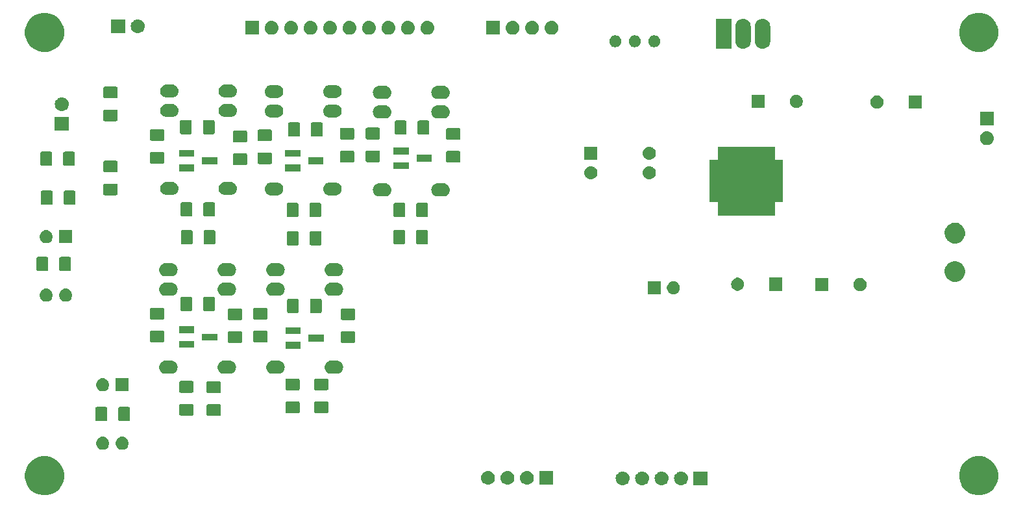
<source format=gbr>
%TF.GenerationSoftware,KiCad,Pcbnew,(5.1.4-0-10_14)*%
%TF.CreationDate,2019-11-24T22:14:09+02:00*%
%TF.ProjectId,READY,52454144-592e-46b6-9963-61645f706362,3.0*%
%TF.SameCoordinates,Original*%
%TF.FileFunction,Soldermask,Bot*%
%TF.FilePolarity,Negative*%
%FSLAX46Y46*%
G04 Gerber Fmt 4.6, Leading zero omitted, Abs format (unit mm)*
G04 Created by KiCad (PCBNEW (5.1.4-0-10_14)) date 2019-11-24 22:14:09*
%MOMM*%
%LPD*%
G04 APERTURE LIST*
%ADD10C,0.100000*%
%ADD11C,0.150000*%
G04 APERTURE END LIST*
D10*
G36*
X180111400Y-83286600D02*
G01*
X170611800Y-83261200D01*
X170599100Y-77863700D01*
X180111400Y-77825600D01*
X180111400Y-83286600D01*
G37*
X180111400Y-83286600D02*
X170611800Y-83261200D01*
X170599100Y-77863700D01*
X180111400Y-77825600D01*
X180111400Y-83286600D01*
G36*
X179082700Y-85039200D02*
G01*
X171691300Y-85039200D01*
X171691300Y-76174600D01*
X179082700Y-76174600D01*
X179082700Y-85039200D01*
G37*
X179082700Y-85039200D02*
X171691300Y-85039200D01*
X171691300Y-76174600D01*
X179082700Y-76174600D01*
X179082700Y-85039200D01*
D11*
G36*
X206451098Y-116586033D02*
G01*
X206915350Y-116778332D01*
X206915352Y-116778333D01*
X207333168Y-117057509D01*
X207688491Y-117412832D01*
X207967667Y-117830648D01*
X207967668Y-117830650D01*
X208159967Y-118294902D01*
X208258000Y-118787747D01*
X208258000Y-119290253D01*
X208159967Y-119783098D01*
X208011950Y-120140443D01*
X207967667Y-120247352D01*
X207688491Y-120665168D01*
X207333168Y-121020491D01*
X206915352Y-121299667D01*
X206915351Y-121299668D01*
X206915350Y-121299668D01*
X206451098Y-121491967D01*
X205958253Y-121590000D01*
X205455747Y-121590000D01*
X204962902Y-121491967D01*
X204498650Y-121299668D01*
X204498649Y-121299668D01*
X204498648Y-121299667D01*
X204080832Y-121020491D01*
X203725509Y-120665168D01*
X203446333Y-120247352D01*
X203402050Y-120140443D01*
X203254033Y-119783098D01*
X203156000Y-119290253D01*
X203156000Y-118787747D01*
X203254033Y-118294902D01*
X203446332Y-117830650D01*
X203446333Y-117830648D01*
X203725509Y-117412832D01*
X204080832Y-117057509D01*
X204498648Y-116778333D01*
X204498650Y-116778332D01*
X204962902Y-116586033D01*
X205455747Y-116488000D01*
X205958253Y-116488000D01*
X206451098Y-116586033D01*
X206451098Y-116586033D01*
G37*
G36*
X84599098Y-116586033D02*
G01*
X85063350Y-116778332D01*
X85063352Y-116778333D01*
X85481168Y-117057509D01*
X85836491Y-117412832D01*
X86115667Y-117830648D01*
X86115668Y-117830650D01*
X86307967Y-118294902D01*
X86406000Y-118787747D01*
X86406000Y-119290253D01*
X86307967Y-119783098D01*
X86159950Y-120140443D01*
X86115667Y-120247352D01*
X85836491Y-120665168D01*
X85481168Y-121020491D01*
X85063352Y-121299667D01*
X85063351Y-121299668D01*
X85063350Y-121299668D01*
X84599098Y-121491967D01*
X84106253Y-121590000D01*
X83603747Y-121590000D01*
X83110902Y-121491967D01*
X82646650Y-121299668D01*
X82646649Y-121299668D01*
X82646648Y-121299667D01*
X82228832Y-121020491D01*
X81873509Y-120665168D01*
X81594333Y-120247352D01*
X81550050Y-120140443D01*
X81402033Y-119783098D01*
X81304000Y-119290253D01*
X81304000Y-118787747D01*
X81402033Y-118294902D01*
X81594332Y-117830650D01*
X81594333Y-117830648D01*
X81873509Y-117412832D01*
X82228832Y-117057509D01*
X82646648Y-116778333D01*
X82646650Y-116778332D01*
X83110902Y-116586033D01*
X83603747Y-116488000D01*
X84106253Y-116488000D01*
X84599098Y-116586033D01*
X84599098Y-116586033D01*
G37*
G36*
X170319000Y-120281000D02*
G01*
X168517000Y-120281000D01*
X168517000Y-118479000D01*
X170319000Y-118479000D01*
X170319000Y-120281000D01*
X170319000Y-120281000D01*
G37*
G36*
X166988442Y-118485518D02*
G01*
X167054627Y-118492037D01*
X167224466Y-118543557D01*
X167380991Y-118627222D01*
X167416729Y-118656552D01*
X167518186Y-118739814D01*
X167568408Y-118801011D01*
X167630778Y-118877009D01*
X167714443Y-119033534D01*
X167765963Y-119203373D01*
X167783359Y-119380000D01*
X167765963Y-119556627D01*
X167714443Y-119726466D01*
X167630778Y-119882991D01*
X167601448Y-119918729D01*
X167518186Y-120020186D01*
X167416729Y-120103448D01*
X167380991Y-120132778D01*
X167224466Y-120216443D01*
X167054627Y-120267963D01*
X166988442Y-120274482D01*
X166922260Y-120281000D01*
X166833740Y-120281000D01*
X166767558Y-120274482D01*
X166701373Y-120267963D01*
X166531534Y-120216443D01*
X166375009Y-120132778D01*
X166339271Y-120103448D01*
X166237814Y-120020186D01*
X166154552Y-119918729D01*
X166125222Y-119882991D01*
X166041557Y-119726466D01*
X165990037Y-119556627D01*
X165972641Y-119380000D01*
X165990037Y-119203373D01*
X166041557Y-119033534D01*
X166125222Y-118877009D01*
X166187592Y-118801011D01*
X166237814Y-118739814D01*
X166339271Y-118656552D01*
X166375009Y-118627222D01*
X166531534Y-118543557D01*
X166701373Y-118492037D01*
X166767558Y-118485518D01*
X166833740Y-118479000D01*
X166922260Y-118479000D01*
X166988442Y-118485518D01*
X166988442Y-118485518D01*
G37*
G36*
X164448442Y-118485518D02*
G01*
X164514627Y-118492037D01*
X164684466Y-118543557D01*
X164840991Y-118627222D01*
X164876729Y-118656552D01*
X164978186Y-118739814D01*
X165028408Y-118801011D01*
X165090778Y-118877009D01*
X165174443Y-119033534D01*
X165225963Y-119203373D01*
X165243359Y-119380000D01*
X165225963Y-119556627D01*
X165174443Y-119726466D01*
X165090778Y-119882991D01*
X165061448Y-119918729D01*
X164978186Y-120020186D01*
X164876729Y-120103448D01*
X164840991Y-120132778D01*
X164684466Y-120216443D01*
X164514627Y-120267963D01*
X164448442Y-120274482D01*
X164382260Y-120281000D01*
X164293740Y-120281000D01*
X164227558Y-120274482D01*
X164161373Y-120267963D01*
X163991534Y-120216443D01*
X163835009Y-120132778D01*
X163799271Y-120103448D01*
X163697814Y-120020186D01*
X163614552Y-119918729D01*
X163585222Y-119882991D01*
X163501557Y-119726466D01*
X163450037Y-119556627D01*
X163432641Y-119380000D01*
X163450037Y-119203373D01*
X163501557Y-119033534D01*
X163585222Y-118877009D01*
X163647592Y-118801011D01*
X163697814Y-118739814D01*
X163799271Y-118656552D01*
X163835009Y-118627222D01*
X163991534Y-118543557D01*
X164161373Y-118492037D01*
X164227558Y-118485518D01*
X164293740Y-118479000D01*
X164382260Y-118479000D01*
X164448442Y-118485518D01*
X164448442Y-118485518D01*
G37*
G36*
X161908442Y-118485518D02*
G01*
X161974627Y-118492037D01*
X162144466Y-118543557D01*
X162300991Y-118627222D01*
X162336729Y-118656552D01*
X162438186Y-118739814D01*
X162488408Y-118801011D01*
X162550778Y-118877009D01*
X162634443Y-119033534D01*
X162685963Y-119203373D01*
X162703359Y-119380000D01*
X162685963Y-119556627D01*
X162634443Y-119726466D01*
X162550778Y-119882991D01*
X162521448Y-119918729D01*
X162438186Y-120020186D01*
X162336729Y-120103448D01*
X162300991Y-120132778D01*
X162144466Y-120216443D01*
X161974627Y-120267963D01*
X161908442Y-120274482D01*
X161842260Y-120281000D01*
X161753740Y-120281000D01*
X161687558Y-120274482D01*
X161621373Y-120267963D01*
X161451534Y-120216443D01*
X161295009Y-120132778D01*
X161259271Y-120103448D01*
X161157814Y-120020186D01*
X161074552Y-119918729D01*
X161045222Y-119882991D01*
X160961557Y-119726466D01*
X160910037Y-119556627D01*
X160892641Y-119380000D01*
X160910037Y-119203373D01*
X160961557Y-119033534D01*
X161045222Y-118877009D01*
X161107592Y-118801011D01*
X161157814Y-118739814D01*
X161259271Y-118656552D01*
X161295009Y-118627222D01*
X161451534Y-118543557D01*
X161621373Y-118492037D01*
X161687558Y-118485518D01*
X161753740Y-118479000D01*
X161842260Y-118479000D01*
X161908442Y-118485518D01*
X161908442Y-118485518D01*
G37*
G36*
X159368442Y-118485518D02*
G01*
X159434627Y-118492037D01*
X159604466Y-118543557D01*
X159760991Y-118627222D01*
X159796729Y-118656552D01*
X159898186Y-118739814D01*
X159948408Y-118801011D01*
X160010778Y-118877009D01*
X160094443Y-119033534D01*
X160145963Y-119203373D01*
X160163359Y-119380000D01*
X160145963Y-119556627D01*
X160094443Y-119726466D01*
X160010778Y-119882991D01*
X159981448Y-119918729D01*
X159898186Y-120020186D01*
X159796729Y-120103448D01*
X159760991Y-120132778D01*
X159604466Y-120216443D01*
X159434627Y-120267963D01*
X159368442Y-120274482D01*
X159302260Y-120281000D01*
X159213740Y-120281000D01*
X159147558Y-120274482D01*
X159081373Y-120267963D01*
X158911534Y-120216443D01*
X158755009Y-120132778D01*
X158719271Y-120103448D01*
X158617814Y-120020186D01*
X158534552Y-119918729D01*
X158505222Y-119882991D01*
X158421557Y-119726466D01*
X158370037Y-119556627D01*
X158352641Y-119380000D01*
X158370037Y-119203373D01*
X158421557Y-119033534D01*
X158505222Y-118877009D01*
X158567592Y-118801011D01*
X158617814Y-118739814D01*
X158719271Y-118656552D01*
X158755009Y-118627222D01*
X158911534Y-118543557D01*
X159081373Y-118492037D01*
X159147558Y-118485518D01*
X159213740Y-118479000D01*
X159302260Y-118479000D01*
X159368442Y-118485518D01*
X159368442Y-118485518D01*
G37*
G36*
X150215000Y-120205000D02*
G01*
X148413000Y-120205000D01*
X148413000Y-118403000D01*
X150215000Y-118403000D01*
X150215000Y-120205000D01*
X150215000Y-120205000D01*
G37*
G36*
X146884442Y-118409518D02*
G01*
X146950627Y-118416037D01*
X147120466Y-118467557D01*
X147276991Y-118551222D01*
X147312729Y-118580552D01*
X147414186Y-118663814D01*
X147476557Y-118739815D01*
X147526778Y-118801009D01*
X147610443Y-118957534D01*
X147661963Y-119127373D01*
X147679359Y-119304000D01*
X147661963Y-119480627D01*
X147610443Y-119650466D01*
X147526778Y-119806991D01*
X147497448Y-119842729D01*
X147414186Y-119944186D01*
X147321578Y-120020186D01*
X147276991Y-120056778D01*
X147120466Y-120140443D01*
X146950627Y-120191963D01*
X146884442Y-120198482D01*
X146818260Y-120205000D01*
X146729740Y-120205000D01*
X146663558Y-120198482D01*
X146597373Y-120191963D01*
X146427534Y-120140443D01*
X146271009Y-120056778D01*
X146226422Y-120020186D01*
X146133814Y-119944186D01*
X146050552Y-119842729D01*
X146021222Y-119806991D01*
X145937557Y-119650466D01*
X145886037Y-119480627D01*
X145868641Y-119304000D01*
X145886037Y-119127373D01*
X145937557Y-118957534D01*
X146021222Y-118801009D01*
X146071443Y-118739815D01*
X146133814Y-118663814D01*
X146235271Y-118580552D01*
X146271009Y-118551222D01*
X146427534Y-118467557D01*
X146597373Y-118416037D01*
X146663558Y-118409518D01*
X146729740Y-118403000D01*
X146818260Y-118403000D01*
X146884442Y-118409518D01*
X146884442Y-118409518D01*
G37*
G36*
X144344442Y-118409518D02*
G01*
X144410627Y-118416037D01*
X144580466Y-118467557D01*
X144736991Y-118551222D01*
X144772729Y-118580552D01*
X144874186Y-118663814D01*
X144936557Y-118739815D01*
X144986778Y-118801009D01*
X145070443Y-118957534D01*
X145121963Y-119127373D01*
X145139359Y-119304000D01*
X145121963Y-119480627D01*
X145070443Y-119650466D01*
X144986778Y-119806991D01*
X144957448Y-119842729D01*
X144874186Y-119944186D01*
X144781578Y-120020186D01*
X144736991Y-120056778D01*
X144580466Y-120140443D01*
X144410627Y-120191963D01*
X144344442Y-120198482D01*
X144278260Y-120205000D01*
X144189740Y-120205000D01*
X144123558Y-120198482D01*
X144057373Y-120191963D01*
X143887534Y-120140443D01*
X143731009Y-120056778D01*
X143686422Y-120020186D01*
X143593814Y-119944186D01*
X143510552Y-119842729D01*
X143481222Y-119806991D01*
X143397557Y-119650466D01*
X143346037Y-119480627D01*
X143328641Y-119304000D01*
X143346037Y-119127373D01*
X143397557Y-118957534D01*
X143481222Y-118801009D01*
X143531443Y-118739815D01*
X143593814Y-118663814D01*
X143695271Y-118580552D01*
X143731009Y-118551222D01*
X143887534Y-118467557D01*
X144057373Y-118416037D01*
X144123558Y-118409518D01*
X144189740Y-118403000D01*
X144278260Y-118403000D01*
X144344442Y-118409518D01*
X144344442Y-118409518D01*
G37*
G36*
X141804442Y-118409518D02*
G01*
X141870627Y-118416037D01*
X142040466Y-118467557D01*
X142196991Y-118551222D01*
X142232729Y-118580552D01*
X142334186Y-118663814D01*
X142396557Y-118739815D01*
X142446778Y-118801009D01*
X142530443Y-118957534D01*
X142581963Y-119127373D01*
X142599359Y-119304000D01*
X142581963Y-119480627D01*
X142530443Y-119650466D01*
X142446778Y-119806991D01*
X142417448Y-119842729D01*
X142334186Y-119944186D01*
X142241578Y-120020186D01*
X142196991Y-120056778D01*
X142040466Y-120140443D01*
X141870627Y-120191963D01*
X141804442Y-120198482D01*
X141738260Y-120205000D01*
X141649740Y-120205000D01*
X141583558Y-120198482D01*
X141517373Y-120191963D01*
X141347534Y-120140443D01*
X141191009Y-120056778D01*
X141146422Y-120020186D01*
X141053814Y-119944186D01*
X140970552Y-119842729D01*
X140941222Y-119806991D01*
X140857557Y-119650466D01*
X140806037Y-119480627D01*
X140788641Y-119304000D01*
X140806037Y-119127373D01*
X140857557Y-118957534D01*
X140941222Y-118801009D01*
X140991443Y-118739815D01*
X141053814Y-118663814D01*
X141155271Y-118580552D01*
X141191009Y-118551222D01*
X141347534Y-118467557D01*
X141517373Y-118416037D01*
X141583558Y-118409518D01*
X141649740Y-118403000D01*
X141738260Y-118403000D01*
X141804442Y-118409518D01*
X141804442Y-118409518D01*
G37*
G36*
X94146823Y-113969313D02*
G01*
X94307242Y-114017976D01*
X94439906Y-114088886D01*
X94455078Y-114096996D01*
X94584659Y-114203341D01*
X94691004Y-114332922D01*
X94691005Y-114332924D01*
X94770024Y-114480758D01*
X94818687Y-114641177D01*
X94835117Y-114808000D01*
X94818687Y-114974823D01*
X94770024Y-115135242D01*
X94699114Y-115267906D01*
X94691004Y-115283078D01*
X94584659Y-115412659D01*
X94455078Y-115519004D01*
X94455076Y-115519005D01*
X94307242Y-115598024D01*
X94146823Y-115646687D01*
X94021804Y-115659000D01*
X93938196Y-115659000D01*
X93813177Y-115646687D01*
X93652758Y-115598024D01*
X93504924Y-115519005D01*
X93504922Y-115519004D01*
X93375341Y-115412659D01*
X93268996Y-115283078D01*
X93260886Y-115267906D01*
X93189976Y-115135242D01*
X93141313Y-114974823D01*
X93124883Y-114808000D01*
X93141313Y-114641177D01*
X93189976Y-114480758D01*
X93268995Y-114332924D01*
X93268996Y-114332922D01*
X93375341Y-114203341D01*
X93504922Y-114096996D01*
X93520094Y-114088886D01*
X93652758Y-114017976D01*
X93813177Y-113969313D01*
X93938196Y-113957000D01*
X94021804Y-113957000D01*
X94146823Y-113969313D01*
X94146823Y-113969313D01*
G37*
G36*
X91606823Y-113969313D02*
G01*
X91767242Y-114017976D01*
X91899906Y-114088886D01*
X91915078Y-114096996D01*
X92044659Y-114203341D01*
X92151004Y-114332922D01*
X92151005Y-114332924D01*
X92230024Y-114480758D01*
X92278687Y-114641177D01*
X92295117Y-114808000D01*
X92278687Y-114974823D01*
X92230024Y-115135242D01*
X92159114Y-115267906D01*
X92151004Y-115283078D01*
X92044659Y-115412659D01*
X91915078Y-115519004D01*
X91915076Y-115519005D01*
X91767242Y-115598024D01*
X91606823Y-115646687D01*
X91481804Y-115659000D01*
X91398196Y-115659000D01*
X91273177Y-115646687D01*
X91112758Y-115598024D01*
X90964924Y-115519005D01*
X90964922Y-115519004D01*
X90835341Y-115412659D01*
X90728996Y-115283078D01*
X90720886Y-115267906D01*
X90649976Y-115135242D01*
X90601313Y-114974823D01*
X90584883Y-114808000D01*
X90601313Y-114641177D01*
X90649976Y-114480758D01*
X90728995Y-114332924D01*
X90728996Y-114332922D01*
X90835341Y-114203341D01*
X90964922Y-114096996D01*
X90980094Y-114088886D01*
X91112758Y-114017976D01*
X91273177Y-113969313D01*
X91398196Y-113957000D01*
X91481804Y-113957000D01*
X91606823Y-113969313D01*
X91606823Y-113969313D01*
G37*
G36*
X94847062Y-110076181D02*
G01*
X94881981Y-110086774D01*
X94914163Y-110103976D01*
X94942373Y-110127127D01*
X94965524Y-110155337D01*
X94982726Y-110187519D01*
X94993319Y-110222438D01*
X94997500Y-110264895D01*
X94997500Y-111731105D01*
X94993319Y-111773562D01*
X94982726Y-111808481D01*
X94965524Y-111840663D01*
X94942373Y-111868873D01*
X94914163Y-111892024D01*
X94881981Y-111909226D01*
X94847062Y-111919819D01*
X94804605Y-111924000D01*
X93663395Y-111924000D01*
X93620938Y-111919819D01*
X93586019Y-111909226D01*
X93553837Y-111892024D01*
X93525627Y-111868873D01*
X93502476Y-111840663D01*
X93485274Y-111808481D01*
X93474681Y-111773562D01*
X93470500Y-111731105D01*
X93470500Y-110264895D01*
X93474681Y-110222438D01*
X93485274Y-110187519D01*
X93502476Y-110155337D01*
X93525627Y-110127127D01*
X93553837Y-110103976D01*
X93586019Y-110086774D01*
X93620938Y-110076181D01*
X93663395Y-110072000D01*
X94804605Y-110072000D01*
X94847062Y-110076181D01*
X94847062Y-110076181D01*
G37*
G36*
X91872062Y-110076181D02*
G01*
X91906981Y-110086774D01*
X91939163Y-110103976D01*
X91967373Y-110127127D01*
X91990524Y-110155337D01*
X92007726Y-110187519D01*
X92018319Y-110222438D01*
X92022500Y-110264895D01*
X92022500Y-111731105D01*
X92018319Y-111773562D01*
X92007726Y-111808481D01*
X91990524Y-111840663D01*
X91967373Y-111868873D01*
X91939163Y-111892024D01*
X91906981Y-111909226D01*
X91872062Y-111919819D01*
X91829605Y-111924000D01*
X90688395Y-111924000D01*
X90645938Y-111919819D01*
X90611019Y-111909226D01*
X90578837Y-111892024D01*
X90550627Y-111868873D01*
X90527476Y-111840663D01*
X90510274Y-111808481D01*
X90499681Y-111773562D01*
X90495500Y-111731105D01*
X90495500Y-110264895D01*
X90499681Y-110222438D01*
X90510274Y-110187519D01*
X90527476Y-110155337D01*
X90550627Y-110127127D01*
X90578837Y-110103976D01*
X90611019Y-110086774D01*
X90645938Y-110076181D01*
X90688395Y-110072000D01*
X91829605Y-110072000D01*
X91872062Y-110076181D01*
X91872062Y-110076181D01*
G37*
G36*
X106693562Y-109721181D02*
G01*
X106728481Y-109731774D01*
X106760663Y-109748976D01*
X106788873Y-109772127D01*
X106812024Y-109800337D01*
X106829226Y-109832519D01*
X106839819Y-109867438D01*
X106844000Y-109909895D01*
X106844000Y-111051105D01*
X106839819Y-111093562D01*
X106829226Y-111128481D01*
X106812024Y-111160663D01*
X106788873Y-111188873D01*
X106760663Y-111212024D01*
X106728481Y-111229226D01*
X106693562Y-111239819D01*
X106651105Y-111244000D01*
X105184895Y-111244000D01*
X105142438Y-111239819D01*
X105107519Y-111229226D01*
X105075337Y-111212024D01*
X105047127Y-111188873D01*
X105023976Y-111160663D01*
X105006774Y-111128481D01*
X104996181Y-111093562D01*
X104992000Y-111051105D01*
X104992000Y-109909895D01*
X104996181Y-109867438D01*
X105006774Y-109832519D01*
X105023976Y-109800337D01*
X105047127Y-109772127D01*
X105075337Y-109748976D01*
X105107519Y-109731774D01*
X105142438Y-109721181D01*
X105184895Y-109717000D01*
X106651105Y-109717000D01*
X106693562Y-109721181D01*
X106693562Y-109721181D01*
G37*
G36*
X103137562Y-109667181D02*
G01*
X103172481Y-109677774D01*
X103204663Y-109694976D01*
X103232873Y-109718127D01*
X103256024Y-109746337D01*
X103273226Y-109778519D01*
X103283819Y-109813438D01*
X103288000Y-109855895D01*
X103288000Y-110997105D01*
X103283819Y-111039562D01*
X103273226Y-111074481D01*
X103256024Y-111106663D01*
X103232873Y-111134873D01*
X103204663Y-111158024D01*
X103172481Y-111175226D01*
X103137562Y-111185819D01*
X103095105Y-111190000D01*
X101628895Y-111190000D01*
X101586438Y-111185819D01*
X101551519Y-111175226D01*
X101519337Y-111158024D01*
X101491127Y-111134873D01*
X101467976Y-111106663D01*
X101450774Y-111074481D01*
X101440181Y-111039562D01*
X101436000Y-110997105D01*
X101436000Y-109855895D01*
X101440181Y-109813438D01*
X101450774Y-109778519D01*
X101467976Y-109746337D01*
X101491127Y-109718127D01*
X101519337Y-109694976D01*
X101551519Y-109677774D01*
X101586438Y-109667181D01*
X101628895Y-109663000D01*
X103095105Y-109663000D01*
X103137562Y-109667181D01*
X103137562Y-109667181D01*
G37*
G36*
X116980562Y-109350181D02*
G01*
X117015481Y-109360774D01*
X117047663Y-109377976D01*
X117075873Y-109401127D01*
X117099024Y-109429337D01*
X117116226Y-109461519D01*
X117126819Y-109496438D01*
X117131000Y-109538895D01*
X117131000Y-110680105D01*
X117126819Y-110722562D01*
X117116226Y-110757481D01*
X117099024Y-110789663D01*
X117075873Y-110817873D01*
X117047663Y-110841024D01*
X117015481Y-110858226D01*
X116980562Y-110868819D01*
X116938105Y-110873000D01*
X115471895Y-110873000D01*
X115429438Y-110868819D01*
X115394519Y-110858226D01*
X115362337Y-110841024D01*
X115334127Y-110817873D01*
X115310976Y-110789663D01*
X115293774Y-110757481D01*
X115283181Y-110722562D01*
X115279000Y-110680105D01*
X115279000Y-109538895D01*
X115283181Y-109496438D01*
X115293774Y-109461519D01*
X115310976Y-109429337D01*
X115334127Y-109401127D01*
X115362337Y-109377976D01*
X115394519Y-109360774D01*
X115429438Y-109350181D01*
X115471895Y-109346000D01*
X116938105Y-109346000D01*
X116980562Y-109350181D01*
X116980562Y-109350181D01*
G37*
G36*
X120727562Y-109340181D02*
G01*
X120762481Y-109350774D01*
X120794663Y-109367976D01*
X120822873Y-109391127D01*
X120846024Y-109419337D01*
X120863226Y-109451519D01*
X120873819Y-109486438D01*
X120878000Y-109528895D01*
X120878000Y-110670105D01*
X120873819Y-110712562D01*
X120863226Y-110747481D01*
X120846024Y-110779663D01*
X120822873Y-110807873D01*
X120794663Y-110831024D01*
X120762481Y-110848226D01*
X120727562Y-110858819D01*
X120685105Y-110863000D01*
X119218895Y-110863000D01*
X119176438Y-110858819D01*
X119141519Y-110848226D01*
X119109337Y-110831024D01*
X119081127Y-110807873D01*
X119057976Y-110779663D01*
X119040774Y-110747481D01*
X119030181Y-110712562D01*
X119026000Y-110670105D01*
X119026000Y-109528895D01*
X119030181Y-109486438D01*
X119040774Y-109451519D01*
X119057976Y-109419337D01*
X119081127Y-109391127D01*
X119109337Y-109367976D01*
X119141519Y-109350774D01*
X119176438Y-109340181D01*
X119218895Y-109336000D01*
X120685105Y-109336000D01*
X120727562Y-109340181D01*
X120727562Y-109340181D01*
G37*
G36*
X106693562Y-106746181D02*
G01*
X106728481Y-106756774D01*
X106760663Y-106773976D01*
X106788873Y-106797127D01*
X106812024Y-106825337D01*
X106829226Y-106857519D01*
X106839819Y-106892438D01*
X106844000Y-106934895D01*
X106844000Y-108076105D01*
X106839819Y-108118562D01*
X106829226Y-108153481D01*
X106812024Y-108185663D01*
X106788873Y-108213873D01*
X106760663Y-108237024D01*
X106728481Y-108254226D01*
X106693562Y-108264819D01*
X106651105Y-108269000D01*
X105184895Y-108269000D01*
X105142438Y-108264819D01*
X105107519Y-108254226D01*
X105075337Y-108237024D01*
X105047127Y-108213873D01*
X105023976Y-108185663D01*
X105006774Y-108153481D01*
X104996181Y-108118562D01*
X104992000Y-108076105D01*
X104992000Y-106934895D01*
X104996181Y-106892438D01*
X105006774Y-106857519D01*
X105023976Y-106825337D01*
X105047127Y-106797127D01*
X105075337Y-106773976D01*
X105107519Y-106756774D01*
X105142438Y-106746181D01*
X105184895Y-106742000D01*
X106651105Y-106742000D01*
X106693562Y-106746181D01*
X106693562Y-106746181D01*
G37*
G36*
X103137562Y-106692181D02*
G01*
X103172481Y-106702774D01*
X103204663Y-106719976D01*
X103232873Y-106743127D01*
X103256024Y-106771337D01*
X103273226Y-106803519D01*
X103283819Y-106838438D01*
X103288000Y-106880895D01*
X103288000Y-108022105D01*
X103283819Y-108064562D01*
X103273226Y-108099481D01*
X103256024Y-108131663D01*
X103232873Y-108159873D01*
X103204663Y-108183024D01*
X103172481Y-108200226D01*
X103137562Y-108210819D01*
X103095105Y-108215000D01*
X101628895Y-108215000D01*
X101586438Y-108210819D01*
X101551519Y-108200226D01*
X101519337Y-108183024D01*
X101491127Y-108159873D01*
X101467976Y-108131663D01*
X101450774Y-108099481D01*
X101440181Y-108064562D01*
X101436000Y-108022105D01*
X101436000Y-106880895D01*
X101440181Y-106838438D01*
X101450774Y-106803519D01*
X101467976Y-106771337D01*
X101491127Y-106743127D01*
X101519337Y-106719976D01*
X101551519Y-106702774D01*
X101586438Y-106692181D01*
X101628895Y-106688000D01*
X103095105Y-106688000D01*
X103137562Y-106692181D01*
X103137562Y-106692181D01*
G37*
G36*
X94831000Y-108039000D02*
G01*
X93129000Y-108039000D01*
X93129000Y-106337000D01*
X94831000Y-106337000D01*
X94831000Y-108039000D01*
X94831000Y-108039000D01*
G37*
G36*
X91606823Y-106349313D02*
G01*
X91767242Y-106397976D01*
X91844862Y-106439465D01*
X91915078Y-106476996D01*
X92044659Y-106583341D01*
X92151004Y-106712922D01*
X92151005Y-106712924D01*
X92230024Y-106860758D01*
X92278687Y-107021177D01*
X92295117Y-107188000D01*
X92278687Y-107354823D01*
X92230024Y-107515242D01*
X92168628Y-107630105D01*
X92151004Y-107663078D01*
X92044659Y-107792659D01*
X91915078Y-107899004D01*
X91915076Y-107899005D01*
X91767242Y-107978024D01*
X91606823Y-108026687D01*
X91481804Y-108039000D01*
X91398196Y-108039000D01*
X91273177Y-108026687D01*
X91112758Y-107978024D01*
X90964924Y-107899005D01*
X90964922Y-107899004D01*
X90835341Y-107792659D01*
X90728996Y-107663078D01*
X90711372Y-107630105D01*
X90649976Y-107515242D01*
X90601313Y-107354823D01*
X90584883Y-107188000D01*
X90601313Y-107021177D01*
X90649976Y-106860758D01*
X90728995Y-106712924D01*
X90728996Y-106712922D01*
X90835341Y-106583341D01*
X90964922Y-106476996D01*
X91035138Y-106439465D01*
X91112758Y-106397976D01*
X91273177Y-106349313D01*
X91398196Y-106337000D01*
X91481804Y-106337000D01*
X91606823Y-106349313D01*
X91606823Y-106349313D01*
G37*
G36*
X116980562Y-106375181D02*
G01*
X117015481Y-106385774D01*
X117047663Y-106402976D01*
X117075873Y-106426127D01*
X117099024Y-106454337D01*
X117116226Y-106486519D01*
X117126819Y-106521438D01*
X117131000Y-106563895D01*
X117131000Y-107705105D01*
X117126819Y-107747562D01*
X117116226Y-107782481D01*
X117099024Y-107814663D01*
X117075873Y-107842873D01*
X117047663Y-107866024D01*
X117015481Y-107883226D01*
X116980562Y-107893819D01*
X116938105Y-107898000D01*
X115471895Y-107898000D01*
X115429438Y-107893819D01*
X115394519Y-107883226D01*
X115362337Y-107866024D01*
X115334127Y-107842873D01*
X115310976Y-107814663D01*
X115293774Y-107782481D01*
X115283181Y-107747562D01*
X115279000Y-107705105D01*
X115279000Y-106563895D01*
X115283181Y-106521438D01*
X115293774Y-106486519D01*
X115310976Y-106454337D01*
X115334127Y-106426127D01*
X115362337Y-106402976D01*
X115394519Y-106385774D01*
X115429438Y-106375181D01*
X115471895Y-106371000D01*
X116938105Y-106371000D01*
X116980562Y-106375181D01*
X116980562Y-106375181D01*
G37*
G36*
X120727562Y-106365181D02*
G01*
X120762481Y-106375774D01*
X120794663Y-106392976D01*
X120822873Y-106416127D01*
X120846024Y-106444337D01*
X120863226Y-106476519D01*
X120873819Y-106511438D01*
X120878000Y-106553895D01*
X120878000Y-107695105D01*
X120873819Y-107737562D01*
X120863226Y-107772481D01*
X120846024Y-107804663D01*
X120822873Y-107832873D01*
X120794663Y-107856024D01*
X120762481Y-107873226D01*
X120727562Y-107883819D01*
X120685105Y-107888000D01*
X119218895Y-107888000D01*
X119176438Y-107883819D01*
X119141519Y-107873226D01*
X119109337Y-107856024D01*
X119081127Y-107832873D01*
X119057976Y-107804663D01*
X119040774Y-107772481D01*
X119030181Y-107737562D01*
X119026000Y-107695105D01*
X119026000Y-106553895D01*
X119030181Y-106511438D01*
X119040774Y-106476519D01*
X119057976Y-106444337D01*
X119081127Y-106416127D01*
X119109337Y-106392976D01*
X119141519Y-106375774D01*
X119176438Y-106365181D01*
X119218895Y-106361000D01*
X120685105Y-106361000D01*
X120727562Y-106365181D01*
X120727562Y-106365181D01*
G37*
G36*
X122118823Y-104063313D02*
G01*
X122279242Y-104111976D01*
X122411906Y-104182886D01*
X122427078Y-104190996D01*
X122556659Y-104297341D01*
X122663004Y-104426922D01*
X122663005Y-104426924D01*
X122742024Y-104574758D01*
X122790687Y-104735177D01*
X122807117Y-104902000D01*
X122790687Y-105068823D01*
X122742024Y-105229242D01*
X122671114Y-105361906D01*
X122663004Y-105377078D01*
X122556659Y-105506659D01*
X122427078Y-105613004D01*
X122427076Y-105613005D01*
X122279242Y-105692024D01*
X122118823Y-105740687D01*
X121993804Y-105753000D01*
X121210196Y-105753000D01*
X121085177Y-105740687D01*
X120924758Y-105692024D01*
X120776924Y-105613005D01*
X120776922Y-105613004D01*
X120647341Y-105506659D01*
X120540996Y-105377078D01*
X120532886Y-105361906D01*
X120461976Y-105229242D01*
X120413313Y-105068823D01*
X120396883Y-104902000D01*
X120413313Y-104735177D01*
X120461976Y-104574758D01*
X120540995Y-104426924D01*
X120540996Y-104426922D01*
X120647341Y-104297341D01*
X120776922Y-104190996D01*
X120792094Y-104182886D01*
X120924758Y-104111976D01*
X121085177Y-104063313D01*
X121210196Y-104051000D01*
X121993804Y-104051000D01*
X122118823Y-104063313D01*
X122118823Y-104063313D01*
G37*
G36*
X114498823Y-104063313D02*
G01*
X114659242Y-104111976D01*
X114791906Y-104182886D01*
X114807078Y-104190996D01*
X114936659Y-104297341D01*
X115043004Y-104426922D01*
X115043005Y-104426924D01*
X115122024Y-104574758D01*
X115170687Y-104735177D01*
X115187117Y-104902000D01*
X115170687Y-105068823D01*
X115122024Y-105229242D01*
X115051114Y-105361906D01*
X115043004Y-105377078D01*
X114936659Y-105506659D01*
X114807078Y-105613004D01*
X114807076Y-105613005D01*
X114659242Y-105692024D01*
X114498823Y-105740687D01*
X114373804Y-105753000D01*
X113590196Y-105753000D01*
X113465177Y-105740687D01*
X113304758Y-105692024D01*
X113156924Y-105613005D01*
X113156922Y-105613004D01*
X113027341Y-105506659D01*
X112920996Y-105377078D01*
X112912886Y-105361906D01*
X112841976Y-105229242D01*
X112793313Y-105068823D01*
X112776883Y-104902000D01*
X112793313Y-104735177D01*
X112841976Y-104574758D01*
X112920995Y-104426924D01*
X112920996Y-104426922D01*
X113027341Y-104297341D01*
X113156922Y-104190996D01*
X113172094Y-104182886D01*
X113304758Y-104111976D01*
X113465177Y-104063313D01*
X113590196Y-104051000D01*
X114373804Y-104051000D01*
X114498823Y-104063313D01*
X114498823Y-104063313D01*
G37*
G36*
X108148823Y-104063313D02*
G01*
X108309242Y-104111976D01*
X108441906Y-104182886D01*
X108457078Y-104190996D01*
X108586659Y-104297341D01*
X108693004Y-104426922D01*
X108693005Y-104426924D01*
X108772024Y-104574758D01*
X108820687Y-104735177D01*
X108837117Y-104902000D01*
X108820687Y-105068823D01*
X108772024Y-105229242D01*
X108701114Y-105361906D01*
X108693004Y-105377078D01*
X108586659Y-105506659D01*
X108457078Y-105613004D01*
X108457076Y-105613005D01*
X108309242Y-105692024D01*
X108148823Y-105740687D01*
X108023804Y-105753000D01*
X107240196Y-105753000D01*
X107115177Y-105740687D01*
X106954758Y-105692024D01*
X106806924Y-105613005D01*
X106806922Y-105613004D01*
X106677341Y-105506659D01*
X106570996Y-105377078D01*
X106562886Y-105361906D01*
X106491976Y-105229242D01*
X106443313Y-105068823D01*
X106426883Y-104902000D01*
X106443313Y-104735177D01*
X106491976Y-104574758D01*
X106570995Y-104426924D01*
X106570996Y-104426922D01*
X106677341Y-104297341D01*
X106806922Y-104190996D01*
X106822094Y-104182886D01*
X106954758Y-104111976D01*
X107115177Y-104063313D01*
X107240196Y-104051000D01*
X108023804Y-104051000D01*
X108148823Y-104063313D01*
X108148823Y-104063313D01*
G37*
G36*
X100528823Y-104063313D02*
G01*
X100689242Y-104111976D01*
X100821906Y-104182886D01*
X100837078Y-104190996D01*
X100966659Y-104297341D01*
X101073004Y-104426922D01*
X101073005Y-104426924D01*
X101152024Y-104574758D01*
X101200687Y-104735177D01*
X101217117Y-104902000D01*
X101200687Y-105068823D01*
X101152024Y-105229242D01*
X101081114Y-105361906D01*
X101073004Y-105377078D01*
X100966659Y-105506659D01*
X100837078Y-105613004D01*
X100837076Y-105613005D01*
X100689242Y-105692024D01*
X100528823Y-105740687D01*
X100403804Y-105753000D01*
X99620196Y-105753000D01*
X99495177Y-105740687D01*
X99334758Y-105692024D01*
X99186924Y-105613005D01*
X99186922Y-105613004D01*
X99057341Y-105506659D01*
X98950996Y-105377078D01*
X98942886Y-105361906D01*
X98871976Y-105229242D01*
X98823313Y-105068823D01*
X98806883Y-104902000D01*
X98823313Y-104735177D01*
X98871976Y-104574758D01*
X98950995Y-104426924D01*
X98950996Y-104426922D01*
X99057341Y-104297341D01*
X99186922Y-104190996D01*
X99202094Y-104182886D01*
X99334758Y-104111976D01*
X99495177Y-104063313D01*
X99620196Y-104051000D01*
X100403804Y-104051000D01*
X100528823Y-104063313D01*
X100528823Y-104063313D01*
G37*
G36*
X117293000Y-102493000D02*
G01*
X115291000Y-102493000D01*
X115291000Y-101591000D01*
X117293000Y-101591000D01*
X117293000Y-102493000D01*
X117293000Y-102493000D01*
G37*
G36*
X103387000Y-102366000D02*
G01*
X101385000Y-102366000D01*
X101385000Y-101464000D01*
X103387000Y-101464000D01*
X103387000Y-102366000D01*
X103387000Y-102366000D01*
G37*
G36*
X109487562Y-100205681D02*
G01*
X109522481Y-100216274D01*
X109554663Y-100233476D01*
X109582873Y-100256627D01*
X109606024Y-100284837D01*
X109623226Y-100317019D01*
X109633819Y-100351938D01*
X109638000Y-100394395D01*
X109638000Y-101535605D01*
X109633819Y-101578062D01*
X109623226Y-101612981D01*
X109606024Y-101645163D01*
X109582873Y-101673373D01*
X109554663Y-101696524D01*
X109522481Y-101713726D01*
X109487562Y-101724319D01*
X109445105Y-101728500D01*
X107978895Y-101728500D01*
X107936438Y-101724319D01*
X107901519Y-101713726D01*
X107869337Y-101696524D01*
X107841127Y-101673373D01*
X107817976Y-101645163D01*
X107800774Y-101612981D01*
X107790181Y-101578062D01*
X107786000Y-101535605D01*
X107786000Y-100394395D01*
X107790181Y-100351938D01*
X107800774Y-100317019D01*
X107817976Y-100284837D01*
X107841127Y-100256627D01*
X107869337Y-100233476D01*
X107901519Y-100216274D01*
X107936438Y-100205681D01*
X107978895Y-100201500D01*
X109445105Y-100201500D01*
X109487562Y-100205681D01*
X109487562Y-100205681D01*
G37*
G36*
X124219562Y-100196181D02*
G01*
X124254481Y-100206774D01*
X124286663Y-100223976D01*
X124314873Y-100247127D01*
X124338024Y-100275337D01*
X124355226Y-100307519D01*
X124365819Y-100342438D01*
X124370000Y-100384895D01*
X124370000Y-101526105D01*
X124365819Y-101568562D01*
X124355226Y-101603481D01*
X124338024Y-101635663D01*
X124314873Y-101663873D01*
X124286663Y-101687024D01*
X124254481Y-101704226D01*
X124219562Y-101714819D01*
X124177105Y-101719000D01*
X122710895Y-101719000D01*
X122668438Y-101714819D01*
X122633519Y-101704226D01*
X122601337Y-101687024D01*
X122573127Y-101663873D01*
X122549976Y-101635663D01*
X122532774Y-101603481D01*
X122522181Y-101568562D01*
X122518000Y-101526105D01*
X122518000Y-100384895D01*
X122522181Y-100342438D01*
X122532774Y-100307519D01*
X122549976Y-100275337D01*
X122573127Y-100247127D01*
X122601337Y-100223976D01*
X122633519Y-100206774D01*
X122668438Y-100196181D01*
X122710895Y-100192000D01*
X124177105Y-100192000D01*
X124219562Y-100196181D01*
X124219562Y-100196181D01*
G37*
G36*
X112789562Y-100142181D02*
G01*
X112824481Y-100152774D01*
X112856663Y-100169976D01*
X112884873Y-100193127D01*
X112908024Y-100221337D01*
X112925226Y-100253519D01*
X112935819Y-100288438D01*
X112940000Y-100330895D01*
X112940000Y-101472105D01*
X112935819Y-101514562D01*
X112925226Y-101549481D01*
X112908024Y-101581663D01*
X112884873Y-101609873D01*
X112856663Y-101633024D01*
X112824481Y-101650226D01*
X112789562Y-101660819D01*
X112747105Y-101665000D01*
X111280895Y-101665000D01*
X111238438Y-101660819D01*
X111203519Y-101650226D01*
X111171337Y-101633024D01*
X111143127Y-101609873D01*
X111119976Y-101581663D01*
X111102774Y-101549481D01*
X111092181Y-101514562D01*
X111088000Y-101472105D01*
X111088000Y-100330895D01*
X111092181Y-100288438D01*
X111102774Y-100253519D01*
X111119976Y-100221337D01*
X111143127Y-100193127D01*
X111171337Y-100169976D01*
X111203519Y-100152774D01*
X111238438Y-100142181D01*
X111280895Y-100138000D01*
X112747105Y-100138000D01*
X112789562Y-100142181D01*
X112789562Y-100142181D01*
G37*
G36*
X99327562Y-100132681D02*
G01*
X99362481Y-100143274D01*
X99394663Y-100160476D01*
X99422873Y-100183627D01*
X99446024Y-100211837D01*
X99463226Y-100244019D01*
X99473819Y-100278938D01*
X99478000Y-100321395D01*
X99478000Y-101462605D01*
X99473819Y-101505062D01*
X99463226Y-101539981D01*
X99446024Y-101572163D01*
X99422873Y-101600373D01*
X99394663Y-101623524D01*
X99362481Y-101640726D01*
X99327562Y-101651319D01*
X99285105Y-101655500D01*
X97818895Y-101655500D01*
X97776438Y-101651319D01*
X97741519Y-101640726D01*
X97709337Y-101623524D01*
X97681127Y-101600373D01*
X97657976Y-101572163D01*
X97640774Y-101539981D01*
X97630181Y-101505062D01*
X97626000Y-101462605D01*
X97626000Y-100321395D01*
X97630181Y-100278938D01*
X97640774Y-100244019D01*
X97657976Y-100211837D01*
X97681127Y-100183627D01*
X97709337Y-100160476D01*
X97741519Y-100143274D01*
X97776438Y-100132681D01*
X97818895Y-100128500D01*
X99285105Y-100128500D01*
X99327562Y-100132681D01*
X99327562Y-100132681D01*
G37*
G36*
X120293000Y-101543000D02*
G01*
X118291000Y-101543000D01*
X118291000Y-100641000D01*
X120293000Y-100641000D01*
X120293000Y-101543000D01*
X120293000Y-101543000D01*
G37*
G36*
X106387000Y-101416000D02*
G01*
X104385000Y-101416000D01*
X104385000Y-100514000D01*
X106387000Y-100514000D01*
X106387000Y-101416000D01*
X106387000Y-101416000D01*
G37*
G36*
X117293000Y-100593000D02*
G01*
X115291000Y-100593000D01*
X115291000Y-99691000D01*
X117293000Y-99691000D01*
X117293000Y-100593000D01*
X117293000Y-100593000D01*
G37*
G36*
X103387000Y-100466000D02*
G01*
X101385000Y-100466000D01*
X101385000Y-99564000D01*
X103387000Y-99564000D01*
X103387000Y-100466000D01*
X103387000Y-100466000D01*
G37*
G36*
X109487562Y-97230681D02*
G01*
X109522481Y-97241274D01*
X109554663Y-97258476D01*
X109582873Y-97281627D01*
X109606024Y-97309837D01*
X109623226Y-97342019D01*
X109633819Y-97376938D01*
X109638000Y-97419395D01*
X109638000Y-98560605D01*
X109633819Y-98603062D01*
X109623226Y-98637981D01*
X109606024Y-98670163D01*
X109582873Y-98698373D01*
X109554663Y-98721524D01*
X109522481Y-98738726D01*
X109487562Y-98749319D01*
X109445105Y-98753500D01*
X107978895Y-98753500D01*
X107936438Y-98749319D01*
X107901519Y-98738726D01*
X107869337Y-98721524D01*
X107841127Y-98698373D01*
X107817976Y-98670163D01*
X107800774Y-98637981D01*
X107790181Y-98603062D01*
X107786000Y-98560605D01*
X107786000Y-97419395D01*
X107790181Y-97376938D01*
X107800774Y-97342019D01*
X107817976Y-97309837D01*
X107841127Y-97281627D01*
X107869337Y-97258476D01*
X107901519Y-97241274D01*
X107936438Y-97230681D01*
X107978895Y-97226500D01*
X109445105Y-97226500D01*
X109487562Y-97230681D01*
X109487562Y-97230681D01*
G37*
G36*
X124219562Y-97221181D02*
G01*
X124254481Y-97231774D01*
X124286663Y-97248976D01*
X124314873Y-97272127D01*
X124338024Y-97300337D01*
X124355226Y-97332519D01*
X124365819Y-97367438D01*
X124370000Y-97409895D01*
X124370000Y-98551105D01*
X124365819Y-98593562D01*
X124355226Y-98628481D01*
X124338024Y-98660663D01*
X124314873Y-98688873D01*
X124286663Y-98712024D01*
X124254481Y-98729226D01*
X124219562Y-98739819D01*
X124177105Y-98744000D01*
X122710895Y-98744000D01*
X122668438Y-98739819D01*
X122633519Y-98729226D01*
X122601337Y-98712024D01*
X122573127Y-98688873D01*
X122549976Y-98660663D01*
X122532774Y-98628481D01*
X122522181Y-98593562D01*
X122518000Y-98551105D01*
X122518000Y-97409895D01*
X122522181Y-97367438D01*
X122532774Y-97332519D01*
X122549976Y-97300337D01*
X122573127Y-97272127D01*
X122601337Y-97248976D01*
X122633519Y-97231774D01*
X122668438Y-97221181D01*
X122710895Y-97217000D01*
X124177105Y-97217000D01*
X124219562Y-97221181D01*
X124219562Y-97221181D01*
G37*
G36*
X112789562Y-97167181D02*
G01*
X112824481Y-97177774D01*
X112856663Y-97194976D01*
X112884873Y-97218127D01*
X112908024Y-97246337D01*
X112925226Y-97278519D01*
X112935819Y-97313438D01*
X112940000Y-97355895D01*
X112940000Y-98497105D01*
X112935819Y-98539562D01*
X112925226Y-98574481D01*
X112908024Y-98606663D01*
X112884873Y-98634873D01*
X112856663Y-98658024D01*
X112824481Y-98675226D01*
X112789562Y-98685819D01*
X112747105Y-98690000D01*
X111280895Y-98690000D01*
X111238438Y-98685819D01*
X111203519Y-98675226D01*
X111171337Y-98658024D01*
X111143127Y-98634873D01*
X111119976Y-98606663D01*
X111102774Y-98574481D01*
X111092181Y-98539562D01*
X111088000Y-98497105D01*
X111088000Y-97355895D01*
X111092181Y-97313438D01*
X111102774Y-97278519D01*
X111119976Y-97246337D01*
X111143127Y-97218127D01*
X111171337Y-97194976D01*
X111203519Y-97177774D01*
X111238438Y-97167181D01*
X111280895Y-97163000D01*
X112747105Y-97163000D01*
X112789562Y-97167181D01*
X112789562Y-97167181D01*
G37*
G36*
X99327562Y-97157681D02*
G01*
X99362481Y-97168274D01*
X99394663Y-97185476D01*
X99422873Y-97208627D01*
X99446024Y-97236837D01*
X99463226Y-97269019D01*
X99473819Y-97303938D01*
X99478000Y-97346395D01*
X99478000Y-98487605D01*
X99473819Y-98530062D01*
X99463226Y-98564981D01*
X99446024Y-98597163D01*
X99422873Y-98625373D01*
X99394663Y-98648524D01*
X99362481Y-98665726D01*
X99327562Y-98676319D01*
X99285105Y-98680500D01*
X97818895Y-98680500D01*
X97776438Y-98676319D01*
X97741519Y-98665726D01*
X97709337Y-98648524D01*
X97681127Y-98625373D01*
X97657976Y-98597163D01*
X97640774Y-98564981D01*
X97630181Y-98530062D01*
X97626000Y-98487605D01*
X97626000Y-97346395D01*
X97630181Y-97303938D01*
X97640774Y-97269019D01*
X97657976Y-97236837D01*
X97681127Y-97208627D01*
X97709337Y-97185476D01*
X97741519Y-97168274D01*
X97776438Y-97157681D01*
X97818895Y-97153500D01*
X99285105Y-97153500D01*
X99327562Y-97157681D01*
X99327562Y-97157681D01*
G37*
G36*
X119856562Y-95979181D02*
G01*
X119891481Y-95989774D01*
X119923663Y-96006976D01*
X119951873Y-96030127D01*
X119975024Y-96058337D01*
X119992226Y-96090519D01*
X120002819Y-96125438D01*
X120007000Y-96167895D01*
X120007000Y-97634105D01*
X120002819Y-97676562D01*
X119992226Y-97711481D01*
X119975024Y-97743663D01*
X119951873Y-97771873D01*
X119923663Y-97795024D01*
X119891481Y-97812226D01*
X119856562Y-97822819D01*
X119814105Y-97827000D01*
X118672895Y-97827000D01*
X118630438Y-97822819D01*
X118595519Y-97812226D01*
X118563337Y-97795024D01*
X118535127Y-97771873D01*
X118511976Y-97743663D01*
X118494774Y-97711481D01*
X118484181Y-97676562D01*
X118480000Y-97634105D01*
X118480000Y-96167895D01*
X118484181Y-96125438D01*
X118494774Y-96090519D01*
X118511976Y-96058337D01*
X118535127Y-96030127D01*
X118563337Y-96006976D01*
X118595519Y-95989774D01*
X118630438Y-95979181D01*
X118672895Y-95975000D01*
X119814105Y-95975000D01*
X119856562Y-95979181D01*
X119856562Y-95979181D01*
G37*
G36*
X116881562Y-95979181D02*
G01*
X116916481Y-95989774D01*
X116948663Y-96006976D01*
X116976873Y-96030127D01*
X117000024Y-96058337D01*
X117017226Y-96090519D01*
X117027819Y-96125438D01*
X117032000Y-96167895D01*
X117032000Y-97634105D01*
X117027819Y-97676562D01*
X117017226Y-97711481D01*
X117000024Y-97743663D01*
X116976873Y-97771873D01*
X116948663Y-97795024D01*
X116916481Y-97812226D01*
X116881562Y-97822819D01*
X116839105Y-97827000D01*
X115697895Y-97827000D01*
X115655438Y-97822819D01*
X115620519Y-97812226D01*
X115588337Y-97795024D01*
X115560127Y-97771873D01*
X115536976Y-97743663D01*
X115519774Y-97711481D01*
X115509181Y-97676562D01*
X115505000Y-97634105D01*
X115505000Y-96167895D01*
X115509181Y-96125438D01*
X115519774Y-96090519D01*
X115536976Y-96058337D01*
X115560127Y-96030127D01*
X115588337Y-96006976D01*
X115620519Y-95989774D01*
X115655438Y-95979181D01*
X115697895Y-95975000D01*
X116839105Y-95975000D01*
X116881562Y-95979181D01*
X116881562Y-95979181D01*
G37*
G36*
X102975562Y-95725181D02*
G01*
X103010481Y-95735774D01*
X103042663Y-95752976D01*
X103070873Y-95776127D01*
X103094024Y-95804337D01*
X103111226Y-95836519D01*
X103121819Y-95871438D01*
X103126000Y-95913895D01*
X103126000Y-97380105D01*
X103121819Y-97422562D01*
X103111226Y-97457481D01*
X103094024Y-97489663D01*
X103070873Y-97517873D01*
X103042663Y-97541024D01*
X103010481Y-97558226D01*
X102975562Y-97568819D01*
X102933105Y-97573000D01*
X101791895Y-97573000D01*
X101749438Y-97568819D01*
X101714519Y-97558226D01*
X101682337Y-97541024D01*
X101654127Y-97517873D01*
X101630976Y-97489663D01*
X101613774Y-97457481D01*
X101603181Y-97422562D01*
X101599000Y-97380105D01*
X101599000Y-95913895D01*
X101603181Y-95871438D01*
X101613774Y-95836519D01*
X101630976Y-95804337D01*
X101654127Y-95776127D01*
X101682337Y-95752976D01*
X101714519Y-95735774D01*
X101749438Y-95725181D01*
X101791895Y-95721000D01*
X102933105Y-95721000D01*
X102975562Y-95725181D01*
X102975562Y-95725181D01*
G37*
G36*
X105950562Y-95725181D02*
G01*
X105985481Y-95735774D01*
X106017663Y-95752976D01*
X106045873Y-95776127D01*
X106069024Y-95804337D01*
X106086226Y-95836519D01*
X106096819Y-95871438D01*
X106101000Y-95913895D01*
X106101000Y-97380105D01*
X106096819Y-97422562D01*
X106086226Y-97457481D01*
X106069024Y-97489663D01*
X106045873Y-97517873D01*
X106017663Y-97541024D01*
X105985481Y-97558226D01*
X105950562Y-97568819D01*
X105908105Y-97573000D01*
X104766895Y-97573000D01*
X104724438Y-97568819D01*
X104689519Y-97558226D01*
X104657337Y-97541024D01*
X104629127Y-97517873D01*
X104605976Y-97489663D01*
X104588774Y-97457481D01*
X104578181Y-97422562D01*
X104574000Y-97380105D01*
X104574000Y-95913895D01*
X104578181Y-95871438D01*
X104588774Y-95836519D01*
X104605976Y-95804337D01*
X104629127Y-95776127D01*
X104657337Y-95752976D01*
X104689519Y-95735774D01*
X104724438Y-95725181D01*
X104766895Y-95721000D01*
X105908105Y-95721000D01*
X105950562Y-95725181D01*
X105950562Y-95725181D01*
G37*
G36*
X86780823Y-94665313D02*
G01*
X86941242Y-94713976D01*
X87073906Y-94784886D01*
X87089078Y-94792996D01*
X87218659Y-94899341D01*
X87325004Y-95028922D01*
X87325005Y-95028924D01*
X87404024Y-95176758D01*
X87452687Y-95337177D01*
X87469117Y-95504000D01*
X87452687Y-95670823D01*
X87404024Y-95831242D01*
X87374554Y-95886376D01*
X87325004Y-95979078D01*
X87218659Y-96108659D01*
X87089078Y-96215004D01*
X87089076Y-96215005D01*
X86941242Y-96294024D01*
X86780823Y-96342687D01*
X86655804Y-96355000D01*
X86572196Y-96355000D01*
X86447177Y-96342687D01*
X86286758Y-96294024D01*
X86138924Y-96215005D01*
X86138922Y-96215004D01*
X86009341Y-96108659D01*
X85902996Y-95979078D01*
X85853446Y-95886376D01*
X85823976Y-95831242D01*
X85775313Y-95670823D01*
X85758883Y-95504000D01*
X85775313Y-95337177D01*
X85823976Y-95176758D01*
X85902995Y-95028924D01*
X85902996Y-95028922D01*
X86009341Y-94899341D01*
X86138922Y-94792996D01*
X86154094Y-94784886D01*
X86286758Y-94713976D01*
X86447177Y-94665313D01*
X86572196Y-94653000D01*
X86655804Y-94653000D01*
X86780823Y-94665313D01*
X86780823Y-94665313D01*
G37*
G36*
X84240823Y-94665313D02*
G01*
X84401242Y-94713976D01*
X84533906Y-94784886D01*
X84549078Y-94792996D01*
X84678659Y-94899341D01*
X84785004Y-95028922D01*
X84785005Y-95028924D01*
X84864024Y-95176758D01*
X84912687Y-95337177D01*
X84929117Y-95504000D01*
X84912687Y-95670823D01*
X84864024Y-95831242D01*
X84834554Y-95886376D01*
X84785004Y-95979078D01*
X84678659Y-96108659D01*
X84549078Y-96215004D01*
X84549076Y-96215005D01*
X84401242Y-96294024D01*
X84240823Y-96342687D01*
X84115804Y-96355000D01*
X84032196Y-96355000D01*
X83907177Y-96342687D01*
X83746758Y-96294024D01*
X83598924Y-96215005D01*
X83598922Y-96215004D01*
X83469341Y-96108659D01*
X83362996Y-95979078D01*
X83313446Y-95886376D01*
X83283976Y-95831242D01*
X83235313Y-95670823D01*
X83218883Y-95504000D01*
X83235313Y-95337177D01*
X83283976Y-95176758D01*
X83362995Y-95028924D01*
X83362996Y-95028922D01*
X83469341Y-94899341D01*
X83598922Y-94792996D01*
X83614094Y-94784886D01*
X83746758Y-94713976D01*
X83907177Y-94665313D01*
X84032196Y-94653000D01*
X84115804Y-94653000D01*
X84240823Y-94665313D01*
X84240823Y-94665313D01*
G37*
G36*
X108148823Y-93903313D02*
G01*
X108309242Y-93951976D01*
X108441906Y-94022886D01*
X108457078Y-94030996D01*
X108586659Y-94137341D01*
X108693004Y-94266922D01*
X108693005Y-94266924D01*
X108772024Y-94414758D01*
X108820687Y-94575177D01*
X108837117Y-94742000D01*
X108820687Y-94908823D01*
X108772024Y-95069242D01*
X108714555Y-95176758D01*
X108693004Y-95217078D01*
X108586659Y-95346659D01*
X108457078Y-95453004D01*
X108457076Y-95453005D01*
X108309242Y-95532024D01*
X108148823Y-95580687D01*
X108023804Y-95593000D01*
X107240196Y-95593000D01*
X107115177Y-95580687D01*
X106954758Y-95532024D01*
X106806924Y-95453005D01*
X106806922Y-95453004D01*
X106677341Y-95346659D01*
X106570996Y-95217078D01*
X106549445Y-95176758D01*
X106491976Y-95069242D01*
X106443313Y-94908823D01*
X106426883Y-94742000D01*
X106443313Y-94575177D01*
X106491976Y-94414758D01*
X106570995Y-94266924D01*
X106570996Y-94266922D01*
X106677341Y-94137341D01*
X106806922Y-94030996D01*
X106822094Y-94022886D01*
X106954758Y-93951976D01*
X107115177Y-93903313D01*
X107240196Y-93891000D01*
X108023804Y-93891000D01*
X108148823Y-93903313D01*
X108148823Y-93903313D01*
G37*
G36*
X122118823Y-93903313D02*
G01*
X122279242Y-93951976D01*
X122411906Y-94022886D01*
X122427078Y-94030996D01*
X122556659Y-94137341D01*
X122663004Y-94266922D01*
X122663005Y-94266924D01*
X122742024Y-94414758D01*
X122790687Y-94575177D01*
X122807117Y-94742000D01*
X122790687Y-94908823D01*
X122742024Y-95069242D01*
X122684555Y-95176758D01*
X122663004Y-95217078D01*
X122556659Y-95346659D01*
X122427078Y-95453004D01*
X122427076Y-95453005D01*
X122279242Y-95532024D01*
X122118823Y-95580687D01*
X121993804Y-95593000D01*
X121210196Y-95593000D01*
X121085177Y-95580687D01*
X120924758Y-95532024D01*
X120776924Y-95453005D01*
X120776922Y-95453004D01*
X120647341Y-95346659D01*
X120540996Y-95217078D01*
X120519445Y-95176758D01*
X120461976Y-95069242D01*
X120413313Y-94908823D01*
X120396883Y-94742000D01*
X120413313Y-94575177D01*
X120461976Y-94414758D01*
X120540995Y-94266924D01*
X120540996Y-94266922D01*
X120647341Y-94137341D01*
X120776922Y-94030996D01*
X120792094Y-94022886D01*
X120924758Y-93951976D01*
X121085177Y-93903313D01*
X121210196Y-93891000D01*
X121993804Y-93891000D01*
X122118823Y-93903313D01*
X122118823Y-93903313D01*
G37*
G36*
X114498823Y-93903313D02*
G01*
X114659242Y-93951976D01*
X114791906Y-94022886D01*
X114807078Y-94030996D01*
X114936659Y-94137341D01*
X115043004Y-94266922D01*
X115043005Y-94266924D01*
X115122024Y-94414758D01*
X115170687Y-94575177D01*
X115187117Y-94742000D01*
X115170687Y-94908823D01*
X115122024Y-95069242D01*
X115064555Y-95176758D01*
X115043004Y-95217078D01*
X114936659Y-95346659D01*
X114807078Y-95453004D01*
X114807076Y-95453005D01*
X114659242Y-95532024D01*
X114498823Y-95580687D01*
X114373804Y-95593000D01*
X113590196Y-95593000D01*
X113465177Y-95580687D01*
X113304758Y-95532024D01*
X113156924Y-95453005D01*
X113156922Y-95453004D01*
X113027341Y-95346659D01*
X112920996Y-95217078D01*
X112899445Y-95176758D01*
X112841976Y-95069242D01*
X112793313Y-94908823D01*
X112776883Y-94742000D01*
X112793313Y-94575177D01*
X112841976Y-94414758D01*
X112920995Y-94266924D01*
X112920996Y-94266922D01*
X113027341Y-94137341D01*
X113156922Y-94030996D01*
X113172094Y-94022886D01*
X113304758Y-93951976D01*
X113465177Y-93903313D01*
X113590196Y-93891000D01*
X114373804Y-93891000D01*
X114498823Y-93903313D01*
X114498823Y-93903313D01*
G37*
G36*
X100528823Y-93903313D02*
G01*
X100689242Y-93951976D01*
X100821906Y-94022886D01*
X100837078Y-94030996D01*
X100966659Y-94137341D01*
X101073004Y-94266922D01*
X101073005Y-94266924D01*
X101152024Y-94414758D01*
X101200687Y-94575177D01*
X101217117Y-94742000D01*
X101200687Y-94908823D01*
X101152024Y-95069242D01*
X101094555Y-95176758D01*
X101073004Y-95217078D01*
X100966659Y-95346659D01*
X100837078Y-95453004D01*
X100837076Y-95453005D01*
X100689242Y-95532024D01*
X100528823Y-95580687D01*
X100403804Y-95593000D01*
X99620196Y-95593000D01*
X99495177Y-95580687D01*
X99334758Y-95532024D01*
X99186924Y-95453005D01*
X99186922Y-95453004D01*
X99057341Y-95346659D01*
X98950996Y-95217078D01*
X98929445Y-95176758D01*
X98871976Y-95069242D01*
X98823313Y-94908823D01*
X98806883Y-94742000D01*
X98823313Y-94575177D01*
X98871976Y-94414758D01*
X98950995Y-94266924D01*
X98950996Y-94266922D01*
X99057341Y-94137341D01*
X99186922Y-94030996D01*
X99202094Y-94022886D01*
X99334758Y-93951976D01*
X99495177Y-93903313D01*
X99620196Y-93891000D01*
X100403804Y-93891000D01*
X100528823Y-93903313D01*
X100528823Y-93903313D01*
G37*
G36*
X164239000Y-95400000D02*
G01*
X162537000Y-95400000D01*
X162537000Y-93698000D01*
X164239000Y-93698000D01*
X164239000Y-95400000D01*
X164239000Y-95400000D01*
G37*
G36*
X166136228Y-93730703D02*
G01*
X166291100Y-93794853D01*
X166430481Y-93887985D01*
X166549015Y-94006519D01*
X166642147Y-94145900D01*
X166706297Y-94300772D01*
X166739000Y-94465184D01*
X166739000Y-94632816D01*
X166706297Y-94797228D01*
X166642147Y-94952100D01*
X166549015Y-95091481D01*
X166430481Y-95210015D01*
X166291100Y-95303147D01*
X166136228Y-95367297D01*
X165971816Y-95400000D01*
X165804184Y-95400000D01*
X165639772Y-95367297D01*
X165484900Y-95303147D01*
X165345519Y-95210015D01*
X165226985Y-95091481D01*
X165133853Y-94952100D01*
X165069703Y-94797228D01*
X165037000Y-94632816D01*
X165037000Y-94465184D01*
X165069703Y-94300772D01*
X165133853Y-94145900D01*
X165226985Y-94006519D01*
X165345519Y-93887985D01*
X165484900Y-93794853D01*
X165639772Y-93730703D01*
X165804184Y-93698000D01*
X165971816Y-93698000D01*
X166136228Y-93730703D01*
X166136228Y-93730703D01*
G37*
G36*
X186075000Y-94968200D02*
G01*
X184373000Y-94968200D01*
X184373000Y-93266200D01*
X186075000Y-93266200D01*
X186075000Y-94968200D01*
X186075000Y-94968200D01*
G37*
G36*
X190472228Y-93298903D02*
G01*
X190627100Y-93363053D01*
X190766481Y-93456185D01*
X190885015Y-93574719D01*
X190978147Y-93714100D01*
X191042297Y-93868972D01*
X191075000Y-94033384D01*
X191075000Y-94201016D01*
X191042297Y-94365428D01*
X190978147Y-94520300D01*
X190885015Y-94659681D01*
X190766481Y-94778215D01*
X190627100Y-94871347D01*
X190472228Y-94935497D01*
X190307816Y-94968200D01*
X190140184Y-94968200D01*
X189975772Y-94935497D01*
X189820900Y-94871347D01*
X189681519Y-94778215D01*
X189562985Y-94659681D01*
X189469853Y-94520300D01*
X189405703Y-94365428D01*
X189373000Y-94201016D01*
X189373000Y-94033384D01*
X189405703Y-93868972D01*
X189469853Y-93714100D01*
X189562985Y-93574719D01*
X189681519Y-93456185D01*
X189820900Y-93363053D01*
X189975772Y-93298903D01*
X190140184Y-93266200D01*
X190307816Y-93266200D01*
X190472228Y-93298903D01*
X190472228Y-93298903D01*
G37*
G36*
X174508228Y-93253103D02*
G01*
X174663100Y-93317253D01*
X174802481Y-93410385D01*
X174921015Y-93528919D01*
X175014147Y-93668300D01*
X175078297Y-93823172D01*
X175111000Y-93987584D01*
X175111000Y-94155216D01*
X175078297Y-94319628D01*
X175014147Y-94474500D01*
X174921015Y-94613881D01*
X174802481Y-94732415D01*
X174663100Y-94825547D01*
X174508228Y-94889697D01*
X174343816Y-94922400D01*
X174176184Y-94922400D01*
X174011772Y-94889697D01*
X173856900Y-94825547D01*
X173717519Y-94732415D01*
X173598985Y-94613881D01*
X173505853Y-94474500D01*
X173441703Y-94319628D01*
X173409000Y-94155216D01*
X173409000Y-93987584D01*
X173441703Y-93823172D01*
X173505853Y-93668300D01*
X173598985Y-93528919D01*
X173717519Y-93410385D01*
X173856900Y-93317253D01*
X174011772Y-93253103D01*
X174176184Y-93220400D01*
X174343816Y-93220400D01*
X174508228Y-93253103D01*
X174508228Y-93253103D01*
G37*
G36*
X180111000Y-94922400D02*
G01*
X178409000Y-94922400D01*
X178409000Y-93220400D01*
X180111000Y-93220400D01*
X180111000Y-94922400D01*
X180111000Y-94922400D01*
G37*
G36*
X202995072Y-91112518D02*
G01*
X203240939Y-91214359D01*
X203352328Y-91288787D01*
X203462211Y-91362209D01*
X203650391Y-91550389D01*
X203798242Y-91771663D01*
X203900082Y-92017528D01*
X203952000Y-92278537D01*
X203952000Y-92544663D01*
X203900082Y-92805672D01*
X203802737Y-93040686D01*
X203798241Y-93051539D01*
X203723813Y-93162928D01*
X203663560Y-93253103D01*
X203650390Y-93272812D01*
X203462212Y-93460990D01*
X203240939Y-93608841D01*
X203240938Y-93608842D01*
X203240937Y-93608842D01*
X202995072Y-93710682D01*
X202734063Y-93762600D01*
X202467937Y-93762600D01*
X202206928Y-93710682D01*
X201961063Y-93608842D01*
X201961062Y-93608842D01*
X201961061Y-93608841D01*
X201739788Y-93460990D01*
X201551610Y-93272812D01*
X201538441Y-93253103D01*
X201478187Y-93162928D01*
X201403759Y-93051539D01*
X201399264Y-93040686D01*
X201301918Y-92805672D01*
X201250000Y-92544663D01*
X201250000Y-92278537D01*
X201301918Y-92017528D01*
X201403758Y-91771663D01*
X201551609Y-91550389D01*
X201739789Y-91362209D01*
X201849672Y-91288787D01*
X201961061Y-91214359D01*
X202206928Y-91112518D01*
X202467937Y-91060600D01*
X202734063Y-91060600D01*
X202995072Y-91112518D01*
X202995072Y-91112518D01*
G37*
G36*
X122118823Y-91363313D02*
G01*
X122279242Y-91411976D01*
X122411906Y-91482886D01*
X122427078Y-91490996D01*
X122556659Y-91597341D01*
X122663004Y-91726922D01*
X122663005Y-91726924D01*
X122742024Y-91874758D01*
X122790687Y-92035177D01*
X122807117Y-92202000D01*
X122790687Y-92368823D01*
X122742024Y-92529242D01*
X122733781Y-92544663D01*
X122663004Y-92677078D01*
X122556659Y-92806659D01*
X122427078Y-92913004D01*
X122427076Y-92913005D01*
X122279242Y-92992024D01*
X122118823Y-93040687D01*
X121993804Y-93053000D01*
X121210196Y-93053000D01*
X121085177Y-93040687D01*
X120924758Y-92992024D01*
X120776924Y-92913005D01*
X120776922Y-92913004D01*
X120647341Y-92806659D01*
X120540996Y-92677078D01*
X120470219Y-92544663D01*
X120461976Y-92529242D01*
X120413313Y-92368823D01*
X120396883Y-92202000D01*
X120413313Y-92035177D01*
X120461976Y-91874758D01*
X120540995Y-91726924D01*
X120540996Y-91726922D01*
X120647341Y-91597341D01*
X120776922Y-91490996D01*
X120792094Y-91482886D01*
X120924758Y-91411976D01*
X121085177Y-91363313D01*
X121210196Y-91351000D01*
X121993804Y-91351000D01*
X122118823Y-91363313D01*
X122118823Y-91363313D01*
G37*
G36*
X114498823Y-91363313D02*
G01*
X114659242Y-91411976D01*
X114791906Y-91482886D01*
X114807078Y-91490996D01*
X114936659Y-91597341D01*
X115043004Y-91726922D01*
X115043005Y-91726924D01*
X115122024Y-91874758D01*
X115170687Y-92035177D01*
X115187117Y-92202000D01*
X115170687Y-92368823D01*
X115122024Y-92529242D01*
X115113781Y-92544663D01*
X115043004Y-92677078D01*
X114936659Y-92806659D01*
X114807078Y-92913004D01*
X114807076Y-92913005D01*
X114659242Y-92992024D01*
X114498823Y-93040687D01*
X114373804Y-93053000D01*
X113590196Y-93053000D01*
X113465177Y-93040687D01*
X113304758Y-92992024D01*
X113156924Y-92913005D01*
X113156922Y-92913004D01*
X113027341Y-92806659D01*
X112920996Y-92677078D01*
X112850219Y-92544663D01*
X112841976Y-92529242D01*
X112793313Y-92368823D01*
X112776883Y-92202000D01*
X112793313Y-92035177D01*
X112841976Y-91874758D01*
X112920995Y-91726924D01*
X112920996Y-91726922D01*
X113027341Y-91597341D01*
X113156922Y-91490996D01*
X113172094Y-91482886D01*
X113304758Y-91411976D01*
X113465177Y-91363313D01*
X113590196Y-91351000D01*
X114373804Y-91351000D01*
X114498823Y-91363313D01*
X114498823Y-91363313D01*
G37*
G36*
X100528823Y-91363313D02*
G01*
X100689242Y-91411976D01*
X100821906Y-91482886D01*
X100837078Y-91490996D01*
X100966659Y-91597341D01*
X101073004Y-91726922D01*
X101073005Y-91726924D01*
X101152024Y-91874758D01*
X101200687Y-92035177D01*
X101217117Y-92202000D01*
X101200687Y-92368823D01*
X101152024Y-92529242D01*
X101143781Y-92544663D01*
X101073004Y-92677078D01*
X100966659Y-92806659D01*
X100837078Y-92913004D01*
X100837076Y-92913005D01*
X100689242Y-92992024D01*
X100528823Y-93040687D01*
X100403804Y-93053000D01*
X99620196Y-93053000D01*
X99495177Y-93040687D01*
X99334758Y-92992024D01*
X99186924Y-92913005D01*
X99186922Y-92913004D01*
X99057341Y-92806659D01*
X98950996Y-92677078D01*
X98880219Y-92544663D01*
X98871976Y-92529242D01*
X98823313Y-92368823D01*
X98806883Y-92202000D01*
X98823313Y-92035177D01*
X98871976Y-91874758D01*
X98950995Y-91726924D01*
X98950996Y-91726922D01*
X99057341Y-91597341D01*
X99186922Y-91490996D01*
X99202094Y-91482886D01*
X99334758Y-91411976D01*
X99495177Y-91363313D01*
X99620196Y-91351000D01*
X100403804Y-91351000D01*
X100528823Y-91363313D01*
X100528823Y-91363313D01*
G37*
G36*
X108148823Y-91363313D02*
G01*
X108309242Y-91411976D01*
X108441906Y-91482886D01*
X108457078Y-91490996D01*
X108586659Y-91597341D01*
X108693004Y-91726922D01*
X108693005Y-91726924D01*
X108772024Y-91874758D01*
X108820687Y-92035177D01*
X108837117Y-92202000D01*
X108820687Y-92368823D01*
X108772024Y-92529242D01*
X108763781Y-92544663D01*
X108693004Y-92677078D01*
X108586659Y-92806659D01*
X108457078Y-92913004D01*
X108457076Y-92913005D01*
X108309242Y-92992024D01*
X108148823Y-93040687D01*
X108023804Y-93053000D01*
X107240196Y-93053000D01*
X107115177Y-93040687D01*
X106954758Y-92992024D01*
X106806924Y-92913005D01*
X106806922Y-92913004D01*
X106677341Y-92806659D01*
X106570996Y-92677078D01*
X106500219Y-92544663D01*
X106491976Y-92529242D01*
X106443313Y-92368823D01*
X106426883Y-92202000D01*
X106443313Y-92035177D01*
X106491976Y-91874758D01*
X106570995Y-91726924D01*
X106570996Y-91726922D01*
X106677341Y-91597341D01*
X106806922Y-91490996D01*
X106822094Y-91482886D01*
X106954758Y-91411976D01*
X107115177Y-91363313D01*
X107240196Y-91351000D01*
X108023804Y-91351000D01*
X108148823Y-91363313D01*
X108148823Y-91363313D01*
G37*
G36*
X87154062Y-90518181D02*
G01*
X87188981Y-90528774D01*
X87221163Y-90545976D01*
X87249373Y-90569127D01*
X87272524Y-90597337D01*
X87289726Y-90629519D01*
X87300319Y-90664438D01*
X87304500Y-90706895D01*
X87304500Y-92173105D01*
X87300319Y-92215562D01*
X87289726Y-92250481D01*
X87272524Y-92282663D01*
X87249373Y-92310873D01*
X87221163Y-92334024D01*
X87188981Y-92351226D01*
X87154062Y-92361819D01*
X87111605Y-92366000D01*
X85970395Y-92366000D01*
X85927938Y-92361819D01*
X85893019Y-92351226D01*
X85860837Y-92334024D01*
X85832627Y-92310873D01*
X85809476Y-92282663D01*
X85792274Y-92250481D01*
X85781681Y-92215562D01*
X85777500Y-92173105D01*
X85777500Y-90706895D01*
X85781681Y-90664438D01*
X85792274Y-90629519D01*
X85809476Y-90597337D01*
X85832627Y-90569127D01*
X85860837Y-90545976D01*
X85893019Y-90528774D01*
X85927938Y-90518181D01*
X85970395Y-90514000D01*
X87111605Y-90514000D01*
X87154062Y-90518181D01*
X87154062Y-90518181D01*
G37*
G36*
X84179062Y-90518181D02*
G01*
X84213981Y-90528774D01*
X84246163Y-90545976D01*
X84274373Y-90569127D01*
X84297524Y-90597337D01*
X84314726Y-90629519D01*
X84325319Y-90664438D01*
X84329500Y-90706895D01*
X84329500Y-92173105D01*
X84325319Y-92215562D01*
X84314726Y-92250481D01*
X84297524Y-92282663D01*
X84274373Y-92310873D01*
X84246163Y-92334024D01*
X84213981Y-92351226D01*
X84179062Y-92361819D01*
X84136605Y-92366000D01*
X82995395Y-92366000D01*
X82952938Y-92361819D01*
X82918019Y-92351226D01*
X82885837Y-92334024D01*
X82857627Y-92310873D01*
X82834476Y-92282663D01*
X82817274Y-92250481D01*
X82806681Y-92215562D01*
X82802500Y-92173105D01*
X82802500Y-90706895D01*
X82806681Y-90664438D01*
X82817274Y-90629519D01*
X82834476Y-90597337D01*
X82857627Y-90569127D01*
X82885837Y-90545976D01*
X82918019Y-90528774D01*
X82952938Y-90518181D01*
X82995395Y-90514000D01*
X84136605Y-90514000D01*
X84179062Y-90518181D01*
X84179062Y-90518181D01*
G37*
G36*
X119829562Y-87152681D02*
G01*
X119864481Y-87163274D01*
X119896663Y-87180476D01*
X119924873Y-87203627D01*
X119948024Y-87231837D01*
X119965226Y-87264019D01*
X119975819Y-87298938D01*
X119980000Y-87341395D01*
X119980000Y-88807605D01*
X119975819Y-88850062D01*
X119965226Y-88884981D01*
X119948024Y-88917163D01*
X119924873Y-88945373D01*
X119896663Y-88968524D01*
X119864481Y-88985726D01*
X119829562Y-88996319D01*
X119787105Y-89000500D01*
X118645895Y-89000500D01*
X118603438Y-88996319D01*
X118568519Y-88985726D01*
X118536337Y-88968524D01*
X118508127Y-88945373D01*
X118484976Y-88917163D01*
X118467774Y-88884981D01*
X118457181Y-88850062D01*
X118453000Y-88807605D01*
X118453000Y-87341395D01*
X118457181Y-87298938D01*
X118467774Y-87264019D01*
X118484976Y-87231837D01*
X118508127Y-87203627D01*
X118536337Y-87180476D01*
X118568519Y-87163274D01*
X118603438Y-87152681D01*
X118645895Y-87148500D01*
X119787105Y-87148500D01*
X119829562Y-87152681D01*
X119829562Y-87152681D01*
G37*
G36*
X116854562Y-87152681D02*
G01*
X116889481Y-87163274D01*
X116921663Y-87180476D01*
X116949873Y-87203627D01*
X116973024Y-87231837D01*
X116990226Y-87264019D01*
X117000819Y-87298938D01*
X117005000Y-87341395D01*
X117005000Y-88807605D01*
X117000819Y-88850062D01*
X116990226Y-88884981D01*
X116973024Y-88917163D01*
X116949873Y-88945373D01*
X116921663Y-88968524D01*
X116889481Y-88985726D01*
X116854562Y-88996319D01*
X116812105Y-89000500D01*
X115670895Y-89000500D01*
X115628438Y-88996319D01*
X115593519Y-88985726D01*
X115561337Y-88968524D01*
X115533127Y-88945373D01*
X115509976Y-88917163D01*
X115492774Y-88884981D01*
X115482181Y-88850062D01*
X115478000Y-88807605D01*
X115478000Y-87341395D01*
X115482181Y-87298938D01*
X115492774Y-87264019D01*
X115509976Y-87231837D01*
X115533127Y-87203627D01*
X115561337Y-87180476D01*
X115593519Y-87163274D01*
X115628438Y-87152681D01*
X115670895Y-87148500D01*
X116812105Y-87148500D01*
X116854562Y-87152681D01*
X116854562Y-87152681D01*
G37*
G36*
X133708562Y-87025681D02*
G01*
X133743481Y-87036274D01*
X133775663Y-87053476D01*
X133803873Y-87076627D01*
X133827024Y-87104837D01*
X133844226Y-87137019D01*
X133854819Y-87171938D01*
X133859000Y-87214395D01*
X133859000Y-88680605D01*
X133854819Y-88723062D01*
X133844226Y-88757981D01*
X133827024Y-88790163D01*
X133803873Y-88818373D01*
X133775663Y-88841524D01*
X133743481Y-88858726D01*
X133708562Y-88869319D01*
X133666105Y-88873500D01*
X132524895Y-88873500D01*
X132482438Y-88869319D01*
X132447519Y-88858726D01*
X132415337Y-88841524D01*
X132387127Y-88818373D01*
X132363976Y-88790163D01*
X132346774Y-88757981D01*
X132336181Y-88723062D01*
X132332000Y-88680605D01*
X132332000Y-87214395D01*
X132336181Y-87171938D01*
X132346774Y-87137019D01*
X132363976Y-87104837D01*
X132387127Y-87076627D01*
X132415337Y-87053476D01*
X132447519Y-87036274D01*
X132482438Y-87025681D01*
X132524895Y-87021500D01*
X133666105Y-87021500D01*
X133708562Y-87025681D01*
X133708562Y-87025681D01*
G37*
G36*
X130733562Y-87025681D02*
G01*
X130768481Y-87036274D01*
X130800663Y-87053476D01*
X130828873Y-87076627D01*
X130852024Y-87104837D01*
X130869226Y-87137019D01*
X130879819Y-87171938D01*
X130884000Y-87214395D01*
X130884000Y-88680605D01*
X130879819Y-88723062D01*
X130869226Y-88757981D01*
X130852024Y-88790163D01*
X130828873Y-88818373D01*
X130800663Y-88841524D01*
X130768481Y-88858726D01*
X130733562Y-88869319D01*
X130691105Y-88873500D01*
X129549895Y-88873500D01*
X129507438Y-88869319D01*
X129472519Y-88858726D01*
X129440337Y-88841524D01*
X129412127Y-88818373D01*
X129388976Y-88790163D01*
X129371774Y-88757981D01*
X129361181Y-88723062D01*
X129357000Y-88680605D01*
X129357000Y-87214395D01*
X129361181Y-87171938D01*
X129371774Y-87137019D01*
X129388976Y-87104837D01*
X129412127Y-87076627D01*
X129440337Y-87053476D01*
X129472519Y-87036274D01*
X129507438Y-87025681D01*
X129549895Y-87021500D01*
X130691105Y-87021500D01*
X130733562Y-87025681D01*
X130733562Y-87025681D01*
G37*
G36*
X105986562Y-87025681D02*
G01*
X106021481Y-87036274D01*
X106053663Y-87053476D01*
X106081873Y-87076627D01*
X106105024Y-87104837D01*
X106122226Y-87137019D01*
X106132819Y-87171938D01*
X106137000Y-87214395D01*
X106137000Y-88680605D01*
X106132819Y-88723062D01*
X106122226Y-88757981D01*
X106105024Y-88790163D01*
X106081873Y-88818373D01*
X106053663Y-88841524D01*
X106021481Y-88858726D01*
X105986562Y-88869319D01*
X105944105Y-88873500D01*
X104802895Y-88873500D01*
X104760438Y-88869319D01*
X104725519Y-88858726D01*
X104693337Y-88841524D01*
X104665127Y-88818373D01*
X104641976Y-88790163D01*
X104624774Y-88757981D01*
X104614181Y-88723062D01*
X104610000Y-88680605D01*
X104610000Y-87214395D01*
X104614181Y-87171938D01*
X104624774Y-87137019D01*
X104641976Y-87104837D01*
X104665127Y-87076627D01*
X104693337Y-87053476D01*
X104725519Y-87036274D01*
X104760438Y-87025681D01*
X104802895Y-87021500D01*
X105944105Y-87021500D01*
X105986562Y-87025681D01*
X105986562Y-87025681D01*
G37*
G36*
X103011562Y-87025681D02*
G01*
X103046481Y-87036274D01*
X103078663Y-87053476D01*
X103106873Y-87076627D01*
X103130024Y-87104837D01*
X103147226Y-87137019D01*
X103157819Y-87171938D01*
X103162000Y-87214395D01*
X103162000Y-88680605D01*
X103157819Y-88723062D01*
X103147226Y-88757981D01*
X103130024Y-88790163D01*
X103106873Y-88818373D01*
X103078663Y-88841524D01*
X103046481Y-88858726D01*
X103011562Y-88869319D01*
X102969105Y-88873500D01*
X101827895Y-88873500D01*
X101785438Y-88869319D01*
X101750519Y-88858726D01*
X101718337Y-88841524D01*
X101690127Y-88818373D01*
X101666976Y-88790163D01*
X101649774Y-88757981D01*
X101639181Y-88723062D01*
X101635000Y-88680605D01*
X101635000Y-87214395D01*
X101639181Y-87171938D01*
X101649774Y-87137019D01*
X101666976Y-87104837D01*
X101690127Y-87076627D01*
X101718337Y-87053476D01*
X101750519Y-87036274D01*
X101785438Y-87025681D01*
X101827895Y-87021500D01*
X102969105Y-87021500D01*
X103011562Y-87025681D01*
X103011562Y-87025681D01*
G37*
G36*
X202995072Y-86112518D02*
G01*
X203240939Y-86214359D01*
X203352328Y-86288787D01*
X203462211Y-86362209D01*
X203650391Y-86550389D01*
X203798242Y-86771663D01*
X203900082Y-87017528D01*
X203952000Y-87278537D01*
X203952000Y-87544663D01*
X203917685Y-87717175D01*
X203900082Y-87805672D01*
X203798241Y-88051539D01*
X203650390Y-88272812D01*
X203462212Y-88460990D01*
X203240939Y-88608841D01*
X203240938Y-88608842D01*
X203240937Y-88608842D01*
X202995072Y-88710682D01*
X202734063Y-88762600D01*
X202467937Y-88762600D01*
X202206928Y-88710682D01*
X201961063Y-88608842D01*
X201961062Y-88608842D01*
X201961061Y-88608841D01*
X201739788Y-88460990D01*
X201551610Y-88272812D01*
X201403759Y-88051539D01*
X201301918Y-87805672D01*
X201284315Y-87717175D01*
X201250000Y-87544663D01*
X201250000Y-87278537D01*
X201301918Y-87017528D01*
X201403758Y-86771663D01*
X201551609Y-86550389D01*
X201739789Y-86362209D01*
X201849672Y-86288787D01*
X201961061Y-86214359D01*
X202206928Y-86112518D01*
X202467937Y-86060600D01*
X202734063Y-86060600D01*
X202995072Y-86112518D01*
X202995072Y-86112518D01*
G37*
G36*
X87465000Y-88735000D02*
G01*
X85763000Y-88735000D01*
X85763000Y-87033000D01*
X87465000Y-87033000D01*
X87465000Y-88735000D01*
X87465000Y-88735000D01*
G37*
G36*
X84240823Y-87045313D02*
G01*
X84401242Y-87093976D01*
X84488396Y-87140561D01*
X84549078Y-87172996D01*
X84678659Y-87279341D01*
X84785004Y-87408922D01*
X84785005Y-87408924D01*
X84864024Y-87556758D01*
X84912687Y-87717177D01*
X84929117Y-87884000D01*
X84912687Y-88050823D01*
X84864024Y-88211242D01*
X84831114Y-88272812D01*
X84785004Y-88359078D01*
X84678659Y-88488659D01*
X84549078Y-88595004D01*
X84549076Y-88595005D01*
X84401242Y-88674024D01*
X84240823Y-88722687D01*
X84115804Y-88735000D01*
X84032196Y-88735000D01*
X83907177Y-88722687D01*
X83746758Y-88674024D01*
X83598924Y-88595005D01*
X83598922Y-88595004D01*
X83469341Y-88488659D01*
X83362996Y-88359078D01*
X83316886Y-88272812D01*
X83283976Y-88211242D01*
X83235313Y-88050823D01*
X83218883Y-87884000D01*
X83235313Y-87717177D01*
X83283976Y-87556758D01*
X83362995Y-87408924D01*
X83362996Y-87408922D01*
X83469341Y-87279341D01*
X83598922Y-87172996D01*
X83659604Y-87140561D01*
X83746758Y-87093976D01*
X83907177Y-87045313D01*
X84032196Y-87033000D01*
X84115804Y-87033000D01*
X84240823Y-87045313D01*
X84240823Y-87045313D01*
G37*
G36*
X133736562Y-83469681D02*
G01*
X133771481Y-83480274D01*
X133803663Y-83497476D01*
X133831873Y-83520627D01*
X133855024Y-83548837D01*
X133872226Y-83581019D01*
X133882819Y-83615938D01*
X133887000Y-83658395D01*
X133887000Y-85124605D01*
X133882819Y-85167062D01*
X133872226Y-85201981D01*
X133855024Y-85234163D01*
X133831873Y-85262373D01*
X133803663Y-85285524D01*
X133771481Y-85302726D01*
X133736562Y-85313319D01*
X133694105Y-85317500D01*
X132552895Y-85317500D01*
X132510438Y-85313319D01*
X132475519Y-85302726D01*
X132443337Y-85285524D01*
X132415127Y-85262373D01*
X132391976Y-85234163D01*
X132374774Y-85201981D01*
X132364181Y-85167062D01*
X132360000Y-85124605D01*
X132360000Y-83658395D01*
X132364181Y-83615938D01*
X132374774Y-83581019D01*
X132391976Y-83548837D01*
X132415127Y-83520627D01*
X132443337Y-83497476D01*
X132475519Y-83480274D01*
X132510438Y-83469681D01*
X132552895Y-83465500D01*
X133694105Y-83465500D01*
X133736562Y-83469681D01*
X133736562Y-83469681D01*
G37*
G36*
X116817562Y-83469681D02*
G01*
X116852481Y-83480274D01*
X116884663Y-83497476D01*
X116912873Y-83520627D01*
X116936024Y-83548837D01*
X116953226Y-83581019D01*
X116963819Y-83615938D01*
X116968000Y-83658395D01*
X116968000Y-85124605D01*
X116963819Y-85167062D01*
X116953226Y-85201981D01*
X116936024Y-85234163D01*
X116912873Y-85262373D01*
X116884663Y-85285524D01*
X116852481Y-85302726D01*
X116817562Y-85313319D01*
X116775105Y-85317500D01*
X115633895Y-85317500D01*
X115591438Y-85313319D01*
X115556519Y-85302726D01*
X115524337Y-85285524D01*
X115496127Y-85262373D01*
X115472976Y-85234163D01*
X115455774Y-85201981D01*
X115445181Y-85167062D01*
X115441000Y-85124605D01*
X115441000Y-83658395D01*
X115445181Y-83615938D01*
X115455774Y-83581019D01*
X115472976Y-83548837D01*
X115496127Y-83520627D01*
X115524337Y-83497476D01*
X115556519Y-83480274D01*
X115591438Y-83469681D01*
X115633895Y-83465500D01*
X116775105Y-83465500D01*
X116817562Y-83469681D01*
X116817562Y-83469681D01*
G37*
G36*
X119792562Y-83469681D02*
G01*
X119827481Y-83480274D01*
X119859663Y-83497476D01*
X119887873Y-83520627D01*
X119911024Y-83548837D01*
X119928226Y-83581019D01*
X119938819Y-83615938D01*
X119943000Y-83658395D01*
X119943000Y-85124605D01*
X119938819Y-85167062D01*
X119928226Y-85201981D01*
X119911024Y-85234163D01*
X119887873Y-85262373D01*
X119859663Y-85285524D01*
X119827481Y-85302726D01*
X119792562Y-85313319D01*
X119750105Y-85317500D01*
X118608895Y-85317500D01*
X118566438Y-85313319D01*
X118531519Y-85302726D01*
X118499337Y-85285524D01*
X118471127Y-85262373D01*
X118447976Y-85234163D01*
X118430774Y-85201981D01*
X118420181Y-85167062D01*
X118416000Y-85124605D01*
X118416000Y-83658395D01*
X118420181Y-83615938D01*
X118430774Y-83581019D01*
X118447976Y-83548837D01*
X118471127Y-83520627D01*
X118499337Y-83497476D01*
X118531519Y-83480274D01*
X118566438Y-83469681D01*
X118608895Y-83465500D01*
X119750105Y-83465500D01*
X119792562Y-83469681D01*
X119792562Y-83469681D01*
G37*
G36*
X130761562Y-83469681D02*
G01*
X130796481Y-83480274D01*
X130828663Y-83497476D01*
X130856873Y-83520627D01*
X130880024Y-83548837D01*
X130897226Y-83581019D01*
X130907819Y-83615938D01*
X130912000Y-83658395D01*
X130912000Y-85124605D01*
X130907819Y-85167062D01*
X130897226Y-85201981D01*
X130880024Y-85234163D01*
X130856873Y-85262373D01*
X130828663Y-85285524D01*
X130796481Y-85302726D01*
X130761562Y-85313319D01*
X130719105Y-85317500D01*
X129577895Y-85317500D01*
X129535438Y-85313319D01*
X129500519Y-85302726D01*
X129468337Y-85285524D01*
X129440127Y-85262373D01*
X129416976Y-85234163D01*
X129399774Y-85201981D01*
X129389181Y-85167062D01*
X129385000Y-85124605D01*
X129385000Y-83658395D01*
X129389181Y-83615938D01*
X129399774Y-83581019D01*
X129416976Y-83548837D01*
X129440127Y-83520627D01*
X129468337Y-83497476D01*
X129500519Y-83480274D01*
X129535438Y-83469681D01*
X129577895Y-83465500D01*
X130719105Y-83465500D01*
X130761562Y-83469681D01*
X130761562Y-83469681D01*
G37*
G36*
X105950562Y-83406181D02*
G01*
X105985481Y-83416774D01*
X106017663Y-83433976D01*
X106045873Y-83457127D01*
X106069024Y-83485337D01*
X106086226Y-83517519D01*
X106096819Y-83552438D01*
X106101000Y-83594895D01*
X106101000Y-85061105D01*
X106096819Y-85103562D01*
X106086226Y-85138481D01*
X106069024Y-85170663D01*
X106045873Y-85198873D01*
X106017663Y-85222024D01*
X105985481Y-85239226D01*
X105950562Y-85249819D01*
X105908105Y-85254000D01*
X104766895Y-85254000D01*
X104724438Y-85249819D01*
X104689519Y-85239226D01*
X104657337Y-85222024D01*
X104629127Y-85198873D01*
X104605976Y-85170663D01*
X104588774Y-85138481D01*
X104578181Y-85103562D01*
X104574000Y-85061105D01*
X104574000Y-83594895D01*
X104578181Y-83552438D01*
X104588774Y-83517519D01*
X104605976Y-83485337D01*
X104629127Y-83457127D01*
X104657337Y-83433976D01*
X104689519Y-83416774D01*
X104724438Y-83406181D01*
X104766895Y-83402000D01*
X105908105Y-83402000D01*
X105950562Y-83406181D01*
X105950562Y-83406181D01*
G37*
G36*
X102975562Y-83406181D02*
G01*
X103010481Y-83416774D01*
X103042663Y-83433976D01*
X103070873Y-83457127D01*
X103094024Y-83485337D01*
X103111226Y-83517519D01*
X103121819Y-83552438D01*
X103126000Y-83594895D01*
X103126000Y-85061105D01*
X103121819Y-85103562D01*
X103111226Y-85138481D01*
X103094024Y-85170663D01*
X103070873Y-85198873D01*
X103042663Y-85222024D01*
X103010481Y-85239226D01*
X102975562Y-85249819D01*
X102933105Y-85254000D01*
X101791895Y-85254000D01*
X101749438Y-85249819D01*
X101714519Y-85239226D01*
X101682337Y-85222024D01*
X101654127Y-85198873D01*
X101630976Y-85170663D01*
X101613774Y-85138481D01*
X101603181Y-85103562D01*
X101599000Y-85061105D01*
X101599000Y-83594895D01*
X101603181Y-83552438D01*
X101613774Y-83517519D01*
X101630976Y-83485337D01*
X101654127Y-83457127D01*
X101682337Y-83433976D01*
X101714519Y-83416774D01*
X101749438Y-83406181D01*
X101791895Y-83402000D01*
X102933105Y-83402000D01*
X102975562Y-83406181D01*
X102975562Y-83406181D01*
G37*
G36*
X87735062Y-81882181D02*
G01*
X87769981Y-81892774D01*
X87802163Y-81909976D01*
X87830373Y-81933127D01*
X87853524Y-81961337D01*
X87870726Y-81993519D01*
X87881319Y-82028438D01*
X87885500Y-82070895D01*
X87885500Y-83537105D01*
X87881319Y-83579562D01*
X87870726Y-83614481D01*
X87853524Y-83646663D01*
X87830373Y-83674873D01*
X87802163Y-83698024D01*
X87769981Y-83715226D01*
X87735062Y-83725819D01*
X87692605Y-83730000D01*
X86551395Y-83730000D01*
X86508938Y-83725819D01*
X86474019Y-83715226D01*
X86441837Y-83698024D01*
X86413627Y-83674873D01*
X86390476Y-83646663D01*
X86373274Y-83614481D01*
X86362681Y-83579562D01*
X86358500Y-83537105D01*
X86358500Y-82070895D01*
X86362681Y-82028438D01*
X86373274Y-81993519D01*
X86390476Y-81961337D01*
X86413627Y-81933127D01*
X86441837Y-81909976D01*
X86474019Y-81892774D01*
X86508938Y-81882181D01*
X86551395Y-81878000D01*
X87692605Y-81878000D01*
X87735062Y-81882181D01*
X87735062Y-81882181D01*
G37*
G36*
X84760062Y-81882181D02*
G01*
X84794981Y-81892774D01*
X84827163Y-81909976D01*
X84855373Y-81933127D01*
X84878524Y-81961337D01*
X84895726Y-81993519D01*
X84906319Y-82028438D01*
X84910500Y-82070895D01*
X84910500Y-83537105D01*
X84906319Y-83579562D01*
X84895726Y-83614481D01*
X84878524Y-83646663D01*
X84855373Y-83674873D01*
X84827163Y-83698024D01*
X84794981Y-83715226D01*
X84760062Y-83725819D01*
X84717605Y-83730000D01*
X83576395Y-83730000D01*
X83533938Y-83725819D01*
X83499019Y-83715226D01*
X83466837Y-83698024D01*
X83438627Y-83674873D01*
X83415476Y-83646663D01*
X83398274Y-83614481D01*
X83387681Y-83579562D01*
X83383500Y-83537105D01*
X83383500Y-82070895D01*
X83387681Y-82028438D01*
X83398274Y-81993519D01*
X83415476Y-81961337D01*
X83438627Y-81933127D01*
X83466837Y-81909976D01*
X83499019Y-81892774D01*
X83533938Y-81882181D01*
X83576395Y-81878000D01*
X84717605Y-81878000D01*
X84760062Y-81882181D01*
X84760062Y-81882181D01*
G37*
G36*
X178938000Y-83621400D02*
G01*
X172436000Y-83621400D01*
X172436000Y-77719400D01*
X178938000Y-77719400D01*
X178938000Y-83621400D01*
X178938000Y-83621400D01*
G37*
G36*
X136025823Y-80949313D02*
G01*
X136186242Y-80997976D01*
X136295435Y-81056341D01*
X136334078Y-81076996D01*
X136463659Y-81183341D01*
X136570004Y-81312922D01*
X136570005Y-81312924D01*
X136649024Y-81460758D01*
X136697687Y-81621177D01*
X136714117Y-81788000D01*
X136697687Y-81954823D01*
X136649024Y-82115242D01*
X136602566Y-82202159D01*
X136570004Y-82263078D01*
X136463659Y-82392659D01*
X136334078Y-82499004D01*
X136334076Y-82499005D01*
X136186242Y-82578024D01*
X136025823Y-82626687D01*
X135900804Y-82639000D01*
X135117196Y-82639000D01*
X134992177Y-82626687D01*
X134831758Y-82578024D01*
X134683924Y-82499005D01*
X134683922Y-82499004D01*
X134554341Y-82392659D01*
X134447996Y-82263078D01*
X134415434Y-82202159D01*
X134368976Y-82115242D01*
X134320313Y-81954823D01*
X134303883Y-81788000D01*
X134320313Y-81621177D01*
X134368976Y-81460758D01*
X134447995Y-81312924D01*
X134447996Y-81312922D01*
X134554341Y-81183341D01*
X134683922Y-81076996D01*
X134722565Y-81056341D01*
X134831758Y-80997976D01*
X134992177Y-80949313D01*
X135117196Y-80937000D01*
X135900804Y-80937000D01*
X136025823Y-80949313D01*
X136025823Y-80949313D01*
G37*
G36*
X128405823Y-80949313D02*
G01*
X128566242Y-80997976D01*
X128675435Y-81056341D01*
X128714078Y-81076996D01*
X128843659Y-81183341D01*
X128950004Y-81312922D01*
X128950005Y-81312924D01*
X129029024Y-81460758D01*
X129077687Y-81621177D01*
X129094117Y-81788000D01*
X129077687Y-81954823D01*
X129029024Y-82115242D01*
X128982566Y-82202159D01*
X128950004Y-82263078D01*
X128843659Y-82392659D01*
X128714078Y-82499004D01*
X128714076Y-82499005D01*
X128566242Y-82578024D01*
X128405823Y-82626687D01*
X128280804Y-82639000D01*
X127497196Y-82639000D01*
X127372177Y-82626687D01*
X127211758Y-82578024D01*
X127063924Y-82499005D01*
X127063922Y-82499004D01*
X126934341Y-82392659D01*
X126827996Y-82263078D01*
X126795434Y-82202159D01*
X126748976Y-82115242D01*
X126700313Y-81954823D01*
X126683883Y-81788000D01*
X126700313Y-81621177D01*
X126748976Y-81460758D01*
X126827995Y-81312924D01*
X126827996Y-81312922D01*
X126934341Y-81183341D01*
X127063922Y-81076996D01*
X127102565Y-81056341D01*
X127211758Y-80997976D01*
X127372177Y-80949313D01*
X127497196Y-80937000D01*
X128280804Y-80937000D01*
X128405823Y-80949313D01*
X128405823Y-80949313D01*
G37*
G36*
X121928823Y-80822313D02*
G01*
X122089242Y-80870976D01*
X122212764Y-80937000D01*
X122237078Y-80949996D01*
X122366659Y-81056341D01*
X122473004Y-81185922D01*
X122473005Y-81185924D01*
X122552024Y-81333758D01*
X122600687Y-81494177D01*
X122617117Y-81661000D01*
X122600687Y-81827823D01*
X122552024Y-81988242D01*
X122522554Y-82043376D01*
X122473004Y-82136078D01*
X122366659Y-82265659D01*
X122237078Y-82372004D01*
X122237076Y-82372005D01*
X122089242Y-82451024D01*
X121928823Y-82499687D01*
X121803804Y-82512000D01*
X121020196Y-82512000D01*
X120895177Y-82499687D01*
X120734758Y-82451024D01*
X120586924Y-82372005D01*
X120586922Y-82372004D01*
X120457341Y-82265659D01*
X120350996Y-82136078D01*
X120301446Y-82043376D01*
X120271976Y-81988242D01*
X120223313Y-81827823D01*
X120206883Y-81661000D01*
X120223313Y-81494177D01*
X120271976Y-81333758D01*
X120350995Y-81185924D01*
X120350996Y-81185922D01*
X120457341Y-81056341D01*
X120586922Y-80949996D01*
X120611236Y-80937000D01*
X120734758Y-80870976D01*
X120895177Y-80822313D01*
X121020196Y-80810000D01*
X121803804Y-80810000D01*
X121928823Y-80822313D01*
X121928823Y-80822313D01*
G37*
G36*
X114308823Y-80822313D02*
G01*
X114469242Y-80870976D01*
X114592764Y-80937000D01*
X114617078Y-80949996D01*
X114746659Y-81056341D01*
X114853004Y-81185922D01*
X114853005Y-81185924D01*
X114932024Y-81333758D01*
X114980687Y-81494177D01*
X114997117Y-81661000D01*
X114980687Y-81827823D01*
X114932024Y-81988242D01*
X114902554Y-82043376D01*
X114853004Y-82136078D01*
X114746659Y-82265659D01*
X114617078Y-82372004D01*
X114617076Y-82372005D01*
X114469242Y-82451024D01*
X114308823Y-82499687D01*
X114183804Y-82512000D01*
X113400196Y-82512000D01*
X113275177Y-82499687D01*
X113114758Y-82451024D01*
X112966924Y-82372005D01*
X112966922Y-82372004D01*
X112837341Y-82265659D01*
X112730996Y-82136078D01*
X112681446Y-82043376D01*
X112651976Y-81988242D01*
X112603313Y-81827823D01*
X112586883Y-81661000D01*
X112603313Y-81494177D01*
X112651976Y-81333758D01*
X112730995Y-81185924D01*
X112730996Y-81185922D01*
X112837341Y-81056341D01*
X112966922Y-80949996D01*
X112991236Y-80937000D01*
X113114758Y-80870976D01*
X113275177Y-80822313D01*
X113400196Y-80810000D01*
X114183804Y-80810000D01*
X114308823Y-80822313D01*
X114308823Y-80822313D01*
G37*
G36*
X93231562Y-80955681D02*
G01*
X93266481Y-80966274D01*
X93298663Y-80983476D01*
X93326873Y-81006627D01*
X93350024Y-81034837D01*
X93367226Y-81067019D01*
X93377819Y-81101938D01*
X93382000Y-81144395D01*
X93382000Y-82285605D01*
X93377819Y-82328062D01*
X93367226Y-82362981D01*
X93350024Y-82395163D01*
X93326873Y-82423373D01*
X93298663Y-82446524D01*
X93266481Y-82463726D01*
X93231562Y-82474319D01*
X93189105Y-82478500D01*
X91722895Y-82478500D01*
X91680438Y-82474319D01*
X91645519Y-82463726D01*
X91613337Y-82446524D01*
X91585127Y-82423373D01*
X91561976Y-82395163D01*
X91544774Y-82362981D01*
X91534181Y-82328062D01*
X91530000Y-82285605D01*
X91530000Y-81144395D01*
X91534181Y-81101938D01*
X91544774Y-81067019D01*
X91561976Y-81034837D01*
X91585127Y-81006627D01*
X91613337Y-80983476D01*
X91645519Y-80966274D01*
X91680438Y-80955681D01*
X91722895Y-80951500D01*
X93189105Y-80951500D01*
X93231562Y-80955681D01*
X93231562Y-80955681D01*
G37*
G36*
X108276823Y-80758813D02*
G01*
X108437242Y-80807476D01*
X108556040Y-80870975D01*
X108585078Y-80886496D01*
X108714659Y-80992841D01*
X108821004Y-81122422D01*
X108821005Y-81122424D01*
X108900024Y-81270258D01*
X108948687Y-81430677D01*
X108965117Y-81597500D01*
X108948687Y-81764323D01*
X108900024Y-81924742D01*
X108844597Y-82028438D01*
X108821004Y-82072578D01*
X108714659Y-82202159D01*
X108585078Y-82308504D01*
X108569906Y-82316614D01*
X108437242Y-82387524D01*
X108276823Y-82436187D01*
X108151804Y-82448500D01*
X107368196Y-82448500D01*
X107243177Y-82436187D01*
X107082758Y-82387524D01*
X106950094Y-82316614D01*
X106934922Y-82308504D01*
X106805341Y-82202159D01*
X106698996Y-82072578D01*
X106675403Y-82028438D01*
X106619976Y-81924742D01*
X106571313Y-81764323D01*
X106554883Y-81597500D01*
X106571313Y-81430677D01*
X106619976Y-81270258D01*
X106698995Y-81122424D01*
X106698996Y-81122422D01*
X106805341Y-80992841D01*
X106934922Y-80886496D01*
X106963960Y-80870975D01*
X107082758Y-80807476D01*
X107243177Y-80758813D01*
X107368196Y-80746500D01*
X108151804Y-80746500D01*
X108276823Y-80758813D01*
X108276823Y-80758813D01*
G37*
G36*
X100656823Y-80758813D02*
G01*
X100817242Y-80807476D01*
X100936040Y-80870975D01*
X100965078Y-80886496D01*
X101094659Y-80992841D01*
X101201004Y-81122422D01*
X101201005Y-81122424D01*
X101280024Y-81270258D01*
X101328687Y-81430677D01*
X101345117Y-81597500D01*
X101328687Y-81764323D01*
X101280024Y-81924742D01*
X101224597Y-82028438D01*
X101201004Y-82072578D01*
X101094659Y-82202159D01*
X100965078Y-82308504D01*
X100949906Y-82316614D01*
X100817242Y-82387524D01*
X100656823Y-82436187D01*
X100531804Y-82448500D01*
X99748196Y-82448500D01*
X99623177Y-82436187D01*
X99462758Y-82387524D01*
X99330094Y-82316614D01*
X99314922Y-82308504D01*
X99185341Y-82202159D01*
X99078996Y-82072578D01*
X99055403Y-82028438D01*
X98999976Y-81924742D01*
X98951313Y-81764323D01*
X98934883Y-81597500D01*
X98951313Y-81430677D01*
X98999976Y-81270258D01*
X99078995Y-81122424D01*
X99078996Y-81122422D01*
X99185341Y-80992841D01*
X99314922Y-80886496D01*
X99343960Y-80870975D01*
X99462758Y-80807476D01*
X99623177Y-80758813D01*
X99748196Y-80746500D01*
X100531804Y-80746500D01*
X100656823Y-80758813D01*
X100656823Y-80758813D01*
G37*
G36*
X155279823Y-78714313D02*
G01*
X155440242Y-78762976D01*
X155572906Y-78833886D01*
X155588078Y-78841996D01*
X155717659Y-78948341D01*
X155824004Y-79077922D01*
X155824005Y-79077924D01*
X155903024Y-79225758D01*
X155951687Y-79386177D01*
X155968117Y-79553000D01*
X155951687Y-79719823D01*
X155903024Y-79880242D01*
X155832114Y-80012906D01*
X155824004Y-80028078D01*
X155717659Y-80157659D01*
X155588078Y-80264004D01*
X155588076Y-80264005D01*
X155440242Y-80343024D01*
X155279823Y-80391687D01*
X155154804Y-80404000D01*
X155071196Y-80404000D01*
X154946177Y-80391687D01*
X154785758Y-80343024D01*
X154637924Y-80264005D01*
X154637922Y-80264004D01*
X154508341Y-80157659D01*
X154401996Y-80028078D01*
X154393886Y-80012906D01*
X154322976Y-79880242D01*
X154274313Y-79719823D01*
X154257883Y-79553000D01*
X154274313Y-79386177D01*
X154322976Y-79225758D01*
X154401995Y-79077924D01*
X154401996Y-79077922D01*
X154508341Y-78948341D01*
X154637922Y-78841996D01*
X154653094Y-78833886D01*
X154785758Y-78762976D01*
X154946177Y-78714313D01*
X155071196Y-78702000D01*
X155154804Y-78702000D01*
X155279823Y-78714313D01*
X155279823Y-78714313D01*
G37*
G36*
X162899823Y-78714313D02*
G01*
X163060242Y-78762976D01*
X163192906Y-78833886D01*
X163208078Y-78841996D01*
X163337659Y-78948341D01*
X163444004Y-79077922D01*
X163444005Y-79077924D01*
X163523024Y-79225758D01*
X163571687Y-79386177D01*
X163588117Y-79553000D01*
X163571687Y-79719823D01*
X163523024Y-79880242D01*
X163452114Y-80012906D01*
X163444004Y-80028078D01*
X163337659Y-80157659D01*
X163208078Y-80264004D01*
X163208076Y-80264005D01*
X163060242Y-80343024D01*
X162899823Y-80391687D01*
X162774804Y-80404000D01*
X162691196Y-80404000D01*
X162566177Y-80391687D01*
X162405758Y-80343024D01*
X162257924Y-80264005D01*
X162257922Y-80264004D01*
X162128341Y-80157659D01*
X162021996Y-80028078D01*
X162013886Y-80012906D01*
X161942976Y-79880242D01*
X161894313Y-79719823D01*
X161877883Y-79553000D01*
X161894313Y-79386177D01*
X161942976Y-79225758D01*
X162021995Y-79077924D01*
X162021996Y-79077922D01*
X162128341Y-78948341D01*
X162257922Y-78841996D01*
X162273094Y-78833886D01*
X162405758Y-78762976D01*
X162566177Y-78714313D01*
X162691196Y-78702000D01*
X162774804Y-78702000D01*
X162899823Y-78714313D01*
X162899823Y-78714313D01*
G37*
G36*
X93231562Y-77980681D02*
G01*
X93266481Y-77991274D01*
X93298663Y-78008476D01*
X93326873Y-78031627D01*
X93350024Y-78059837D01*
X93367226Y-78092019D01*
X93377819Y-78126938D01*
X93382000Y-78169393D01*
X93382000Y-79310605D01*
X93377819Y-79353062D01*
X93367226Y-79387981D01*
X93350024Y-79420163D01*
X93326873Y-79448373D01*
X93298663Y-79471524D01*
X93266481Y-79488726D01*
X93231562Y-79499319D01*
X93189105Y-79503500D01*
X91722895Y-79503500D01*
X91680438Y-79499319D01*
X91645519Y-79488726D01*
X91613337Y-79471524D01*
X91585127Y-79448373D01*
X91561976Y-79420163D01*
X91544774Y-79387981D01*
X91534181Y-79353062D01*
X91530000Y-79310605D01*
X91530000Y-78169393D01*
X91534181Y-78126938D01*
X91544774Y-78092019D01*
X91561976Y-78059837D01*
X91585127Y-78031627D01*
X91613337Y-78008476D01*
X91645519Y-77991274D01*
X91680438Y-77980681D01*
X91722895Y-77976500D01*
X93189105Y-77976500D01*
X93231562Y-77980681D01*
X93231562Y-77980681D01*
G37*
G36*
X117230000Y-79379000D02*
G01*
X115228000Y-79379000D01*
X115228000Y-78477000D01*
X117230000Y-78477000D01*
X117230000Y-79379000D01*
X117230000Y-79379000D01*
G37*
G36*
X103387000Y-79379000D02*
G01*
X101385000Y-79379000D01*
X101385000Y-78477000D01*
X103387000Y-78477000D01*
X103387000Y-79379000D01*
X103387000Y-79379000D01*
G37*
G36*
X131391000Y-79061500D02*
G01*
X129389000Y-79061500D01*
X129389000Y-78159500D01*
X131391000Y-78159500D01*
X131391000Y-79061500D01*
X131391000Y-79061500D01*
G37*
G36*
X84687062Y-76802181D02*
G01*
X84721981Y-76812774D01*
X84754163Y-76829976D01*
X84782373Y-76853127D01*
X84805524Y-76881337D01*
X84822726Y-76913519D01*
X84833319Y-76948438D01*
X84837500Y-76990895D01*
X84837500Y-78457105D01*
X84833319Y-78499562D01*
X84822726Y-78534481D01*
X84805524Y-78566663D01*
X84782373Y-78594873D01*
X84754163Y-78618024D01*
X84721981Y-78635226D01*
X84687062Y-78645819D01*
X84644605Y-78650000D01*
X83503395Y-78650000D01*
X83460938Y-78645819D01*
X83426019Y-78635226D01*
X83393837Y-78618024D01*
X83365627Y-78594873D01*
X83342476Y-78566663D01*
X83325274Y-78534481D01*
X83314681Y-78499562D01*
X83310500Y-78457105D01*
X83310500Y-76990895D01*
X83314681Y-76948438D01*
X83325274Y-76913519D01*
X83342476Y-76881337D01*
X83365627Y-76853127D01*
X83393837Y-76829976D01*
X83426019Y-76812774D01*
X83460938Y-76802181D01*
X83503395Y-76798000D01*
X84644605Y-76798000D01*
X84687062Y-76802181D01*
X84687062Y-76802181D01*
G37*
G36*
X87662062Y-76802181D02*
G01*
X87696981Y-76812774D01*
X87729163Y-76829976D01*
X87757373Y-76853127D01*
X87780524Y-76881337D01*
X87797726Y-76913519D01*
X87808319Y-76948438D01*
X87812500Y-76990895D01*
X87812500Y-78457105D01*
X87808319Y-78499562D01*
X87797726Y-78534481D01*
X87780524Y-78566663D01*
X87757373Y-78594873D01*
X87729163Y-78618024D01*
X87696981Y-78635226D01*
X87662062Y-78645819D01*
X87619605Y-78650000D01*
X86478395Y-78650000D01*
X86435938Y-78645819D01*
X86401019Y-78635226D01*
X86368837Y-78618024D01*
X86340627Y-78594873D01*
X86317476Y-78566663D01*
X86300274Y-78534481D01*
X86289681Y-78499562D01*
X86285500Y-78457105D01*
X86285500Y-76990895D01*
X86289681Y-76948438D01*
X86300274Y-76913519D01*
X86317476Y-76881337D01*
X86340627Y-76853127D01*
X86368837Y-76829976D01*
X86401019Y-76812774D01*
X86435938Y-76802181D01*
X86478395Y-76798000D01*
X87619605Y-76798000D01*
X87662062Y-76802181D01*
X87662062Y-76802181D01*
G37*
G36*
X110122562Y-77018681D02*
G01*
X110157481Y-77029274D01*
X110189663Y-77046476D01*
X110217873Y-77069627D01*
X110241024Y-77097837D01*
X110258226Y-77130019D01*
X110268819Y-77164938D01*
X110273000Y-77207395D01*
X110273000Y-78348605D01*
X110268819Y-78391062D01*
X110258226Y-78425981D01*
X110241024Y-78458163D01*
X110217873Y-78486373D01*
X110189663Y-78509524D01*
X110157481Y-78526726D01*
X110122562Y-78537319D01*
X110080105Y-78541500D01*
X108613895Y-78541500D01*
X108571438Y-78537319D01*
X108536519Y-78526726D01*
X108504337Y-78509524D01*
X108476127Y-78486373D01*
X108452976Y-78458163D01*
X108435774Y-78425981D01*
X108425181Y-78391062D01*
X108421000Y-78348605D01*
X108421000Y-77207395D01*
X108425181Y-77164938D01*
X108435774Y-77130019D01*
X108452976Y-77097837D01*
X108476127Y-77069627D01*
X108504337Y-77046476D01*
X108536519Y-77029274D01*
X108571438Y-77018681D01*
X108613895Y-77014500D01*
X110080105Y-77014500D01*
X110122562Y-77018681D01*
X110122562Y-77018681D01*
G37*
G36*
X106387000Y-78429000D02*
G01*
X104385000Y-78429000D01*
X104385000Y-77527000D01*
X106387000Y-77527000D01*
X106387000Y-78429000D01*
X106387000Y-78429000D01*
G37*
G36*
X120230000Y-78429000D02*
G01*
X118228000Y-78429000D01*
X118228000Y-77527000D01*
X120230000Y-77527000D01*
X120230000Y-78429000D01*
X120230000Y-78429000D01*
G37*
G36*
X113361562Y-76891681D02*
G01*
X113396481Y-76902274D01*
X113428663Y-76919476D01*
X113456873Y-76942627D01*
X113480024Y-76970837D01*
X113497226Y-77003019D01*
X113507819Y-77037938D01*
X113512000Y-77080395D01*
X113512000Y-78221605D01*
X113507819Y-78264062D01*
X113497226Y-78298981D01*
X113480024Y-78331163D01*
X113456873Y-78359373D01*
X113428663Y-78382524D01*
X113396481Y-78399726D01*
X113361562Y-78410319D01*
X113319105Y-78414500D01*
X111852895Y-78414500D01*
X111810438Y-78410319D01*
X111775519Y-78399726D01*
X111743337Y-78382524D01*
X111715127Y-78359373D01*
X111691976Y-78331163D01*
X111674774Y-78298981D01*
X111664181Y-78264062D01*
X111660000Y-78221605D01*
X111660000Y-77080395D01*
X111664181Y-77037938D01*
X111674774Y-77003019D01*
X111691976Y-76970837D01*
X111715127Y-76942627D01*
X111743337Y-76919476D01*
X111775519Y-76902274D01*
X111810438Y-76891681D01*
X111852895Y-76887500D01*
X113319105Y-76887500D01*
X113361562Y-76891681D01*
X113361562Y-76891681D01*
G37*
G36*
X99327562Y-76828181D02*
G01*
X99362481Y-76838774D01*
X99394663Y-76855976D01*
X99422873Y-76879127D01*
X99446024Y-76907337D01*
X99463226Y-76939519D01*
X99473819Y-76974438D01*
X99478000Y-77016895D01*
X99478000Y-78158105D01*
X99473819Y-78200562D01*
X99463226Y-78235481D01*
X99446024Y-78267663D01*
X99422873Y-78295873D01*
X99394663Y-78319024D01*
X99362481Y-78336226D01*
X99327562Y-78346819D01*
X99285105Y-78351000D01*
X97818895Y-78351000D01*
X97776438Y-78346819D01*
X97741519Y-78336226D01*
X97709337Y-78319024D01*
X97681127Y-78295873D01*
X97657976Y-78267663D01*
X97640774Y-78235481D01*
X97630181Y-78200562D01*
X97626000Y-78158105D01*
X97626000Y-77016895D01*
X97630181Y-76974438D01*
X97640774Y-76939519D01*
X97657976Y-76907337D01*
X97681127Y-76879127D01*
X97709337Y-76855976D01*
X97741519Y-76838774D01*
X97776438Y-76828181D01*
X97818895Y-76824000D01*
X99285105Y-76824000D01*
X99327562Y-76828181D01*
X99327562Y-76828181D01*
G37*
G36*
X137935562Y-76710681D02*
G01*
X137970481Y-76721274D01*
X138002663Y-76738476D01*
X138030873Y-76761627D01*
X138054024Y-76789837D01*
X138071226Y-76822019D01*
X138081819Y-76856938D01*
X138086000Y-76899395D01*
X138086000Y-78040605D01*
X138081819Y-78083062D01*
X138071226Y-78117981D01*
X138054024Y-78150163D01*
X138030873Y-78178373D01*
X138002663Y-78201524D01*
X137970481Y-78218726D01*
X137935562Y-78229319D01*
X137893105Y-78233500D01*
X136426895Y-78233500D01*
X136384438Y-78229319D01*
X136349519Y-78218726D01*
X136317337Y-78201524D01*
X136289127Y-78178373D01*
X136265976Y-78150163D01*
X136248774Y-78117981D01*
X136238181Y-78083062D01*
X136234000Y-78040605D01*
X136234000Y-76899395D01*
X136238181Y-76856938D01*
X136248774Y-76822019D01*
X136265976Y-76789837D01*
X136289127Y-76761627D01*
X136317337Y-76738476D01*
X136349519Y-76721274D01*
X136384438Y-76710681D01*
X136426895Y-76706500D01*
X137893105Y-76706500D01*
X137935562Y-76710681D01*
X137935562Y-76710681D01*
G37*
G36*
X124092562Y-76674181D02*
G01*
X124127481Y-76684774D01*
X124159663Y-76701976D01*
X124187873Y-76725127D01*
X124211024Y-76753337D01*
X124228226Y-76785519D01*
X124238819Y-76820438D01*
X124243000Y-76862895D01*
X124243000Y-78004105D01*
X124238819Y-78046562D01*
X124228226Y-78081481D01*
X124211024Y-78113663D01*
X124187873Y-78141873D01*
X124159663Y-78165024D01*
X124127481Y-78182226D01*
X124092562Y-78192819D01*
X124050105Y-78197000D01*
X122583895Y-78197000D01*
X122541438Y-78192819D01*
X122506519Y-78182226D01*
X122474337Y-78165024D01*
X122446127Y-78141873D01*
X122422976Y-78113663D01*
X122405774Y-78081481D01*
X122395181Y-78046562D01*
X122391000Y-78004105D01*
X122391000Y-76862895D01*
X122395181Y-76820438D01*
X122405774Y-76785519D01*
X122422976Y-76753337D01*
X122446127Y-76725127D01*
X122474337Y-76701976D01*
X122506519Y-76684774D01*
X122541438Y-76674181D01*
X122583895Y-76670000D01*
X124050105Y-76670000D01*
X124092562Y-76674181D01*
X124092562Y-76674181D01*
G37*
G36*
X127457562Y-76647181D02*
G01*
X127492481Y-76657774D01*
X127524663Y-76674976D01*
X127552873Y-76698127D01*
X127576024Y-76726337D01*
X127593226Y-76758519D01*
X127603819Y-76793438D01*
X127608000Y-76835895D01*
X127608000Y-77977105D01*
X127603819Y-78019562D01*
X127593226Y-78054481D01*
X127576024Y-78086663D01*
X127552873Y-78114873D01*
X127524663Y-78138024D01*
X127492481Y-78155226D01*
X127457562Y-78165819D01*
X127415105Y-78170000D01*
X125948895Y-78170000D01*
X125906438Y-78165819D01*
X125871519Y-78155226D01*
X125839337Y-78138024D01*
X125811127Y-78114873D01*
X125787976Y-78086663D01*
X125770774Y-78054481D01*
X125760181Y-78019562D01*
X125756000Y-77977105D01*
X125756000Y-76835895D01*
X125760181Y-76793438D01*
X125770774Y-76758519D01*
X125787976Y-76726337D01*
X125811127Y-76698127D01*
X125839337Y-76674976D01*
X125871519Y-76657774D01*
X125906438Y-76647181D01*
X125948895Y-76643000D01*
X127415105Y-76643000D01*
X127457562Y-76647181D01*
X127457562Y-76647181D01*
G37*
G36*
X134391000Y-78111500D02*
G01*
X132389000Y-78111500D01*
X132389000Y-77209500D01*
X134391000Y-77209500D01*
X134391000Y-78111500D01*
X134391000Y-78111500D01*
G37*
G36*
X155964000Y-77864000D02*
G01*
X154262000Y-77864000D01*
X154262000Y-76162000D01*
X155964000Y-76162000D01*
X155964000Y-77864000D01*
X155964000Y-77864000D01*
G37*
G36*
X162899823Y-76174313D02*
G01*
X163060242Y-76222976D01*
X163192906Y-76293886D01*
X163208078Y-76301996D01*
X163337659Y-76408341D01*
X163444004Y-76537922D01*
X163444005Y-76537924D01*
X163523024Y-76685758D01*
X163571687Y-76846177D01*
X163588117Y-77013000D01*
X163571687Y-77179823D01*
X163523024Y-77340242D01*
X163452114Y-77472906D01*
X163444004Y-77488078D01*
X163337659Y-77617659D01*
X163208078Y-77724004D01*
X163208076Y-77724005D01*
X163060242Y-77803024D01*
X162899823Y-77851687D01*
X162774804Y-77864000D01*
X162691196Y-77864000D01*
X162566177Y-77851687D01*
X162405758Y-77803024D01*
X162257924Y-77724005D01*
X162257922Y-77724004D01*
X162128341Y-77617659D01*
X162021996Y-77488078D01*
X162013886Y-77472906D01*
X161942976Y-77340242D01*
X161894313Y-77179823D01*
X161877883Y-77013000D01*
X161894313Y-76846177D01*
X161942976Y-76685758D01*
X162021995Y-76537924D01*
X162021996Y-76537922D01*
X162128341Y-76408341D01*
X162257922Y-76301996D01*
X162273094Y-76293886D01*
X162405758Y-76222976D01*
X162566177Y-76174313D01*
X162691196Y-76162000D01*
X162774804Y-76162000D01*
X162899823Y-76174313D01*
X162899823Y-76174313D01*
G37*
G36*
X117230000Y-77479000D02*
G01*
X115228000Y-77479000D01*
X115228000Y-76577000D01*
X117230000Y-76577000D01*
X117230000Y-77479000D01*
X117230000Y-77479000D01*
G37*
G36*
X103387000Y-77479000D02*
G01*
X101385000Y-77479000D01*
X101385000Y-76577000D01*
X103387000Y-76577000D01*
X103387000Y-77479000D01*
X103387000Y-77479000D01*
G37*
G36*
X131391000Y-77161500D02*
G01*
X129389000Y-77161500D01*
X129389000Y-76259500D01*
X131391000Y-76259500D01*
X131391000Y-77161500D01*
X131391000Y-77161500D01*
G37*
G36*
X206879442Y-74149818D02*
G01*
X206945627Y-74156337D01*
X207115466Y-74207857D01*
X207271991Y-74291522D01*
X207290691Y-74306869D01*
X207409186Y-74404114D01*
X207480100Y-74490524D01*
X207521778Y-74541309D01*
X207521779Y-74541311D01*
X207601022Y-74689562D01*
X207605443Y-74697834D01*
X207656963Y-74867673D01*
X207674359Y-75044300D01*
X207656963Y-75220927D01*
X207609922Y-75376000D01*
X207605442Y-75390768D01*
X207596486Y-75407524D01*
X207521778Y-75547291D01*
X207506013Y-75566500D01*
X207409186Y-75684486D01*
X207307729Y-75767748D01*
X207271991Y-75797078D01*
X207115466Y-75880743D01*
X206945627Y-75932263D01*
X206879443Y-75938781D01*
X206813260Y-75945300D01*
X206724740Y-75945300D01*
X206658557Y-75938781D01*
X206592373Y-75932263D01*
X206422534Y-75880743D01*
X206266009Y-75797078D01*
X206230271Y-75767748D01*
X206128814Y-75684486D01*
X206031987Y-75566500D01*
X206016222Y-75547291D01*
X205941514Y-75407524D01*
X205932558Y-75390768D01*
X205928078Y-75376000D01*
X205881037Y-75220927D01*
X205863641Y-75044300D01*
X205881037Y-74867673D01*
X205932557Y-74697834D01*
X205936979Y-74689562D01*
X206016221Y-74541311D01*
X206016222Y-74541309D01*
X206057900Y-74490524D01*
X206128814Y-74404114D01*
X206247309Y-74306869D01*
X206266009Y-74291522D01*
X206422534Y-74207857D01*
X206592373Y-74156337D01*
X206658558Y-74149818D01*
X206724740Y-74143300D01*
X206813260Y-74143300D01*
X206879442Y-74149818D01*
X206879442Y-74149818D01*
G37*
G36*
X110122562Y-74043681D02*
G01*
X110157481Y-74054274D01*
X110189663Y-74071476D01*
X110217873Y-74094627D01*
X110241024Y-74122837D01*
X110258226Y-74155019D01*
X110268819Y-74189938D01*
X110273000Y-74232395D01*
X110273000Y-75373605D01*
X110268819Y-75416062D01*
X110258226Y-75450981D01*
X110241024Y-75483163D01*
X110217873Y-75511373D01*
X110189663Y-75534524D01*
X110157481Y-75551726D01*
X110122562Y-75562319D01*
X110080105Y-75566500D01*
X108613895Y-75566500D01*
X108571438Y-75562319D01*
X108536519Y-75551726D01*
X108504337Y-75534524D01*
X108476127Y-75511373D01*
X108452976Y-75483163D01*
X108435774Y-75450981D01*
X108425181Y-75416062D01*
X108421000Y-75373605D01*
X108421000Y-74232395D01*
X108425181Y-74189938D01*
X108435774Y-74155019D01*
X108452976Y-74122837D01*
X108476127Y-74094627D01*
X108504337Y-74071476D01*
X108536519Y-74054274D01*
X108571438Y-74043681D01*
X108613895Y-74039500D01*
X110080105Y-74039500D01*
X110122562Y-74043681D01*
X110122562Y-74043681D01*
G37*
G36*
X113361562Y-73916681D02*
G01*
X113396481Y-73927274D01*
X113428663Y-73944476D01*
X113456873Y-73967627D01*
X113480024Y-73995837D01*
X113497226Y-74028019D01*
X113507819Y-74062938D01*
X113512000Y-74105395D01*
X113512000Y-75246605D01*
X113507819Y-75289062D01*
X113497226Y-75323981D01*
X113480024Y-75356163D01*
X113456873Y-75384373D01*
X113428663Y-75407524D01*
X113396481Y-75424726D01*
X113361562Y-75435319D01*
X113319105Y-75439500D01*
X111852895Y-75439500D01*
X111810438Y-75435319D01*
X111775519Y-75424726D01*
X111743337Y-75407524D01*
X111715127Y-75384373D01*
X111691976Y-75356163D01*
X111674774Y-75323981D01*
X111664181Y-75289062D01*
X111660000Y-75246605D01*
X111660000Y-74105395D01*
X111664181Y-74062938D01*
X111674774Y-74028019D01*
X111691976Y-73995837D01*
X111715127Y-73967627D01*
X111743337Y-73944476D01*
X111775519Y-73927274D01*
X111810438Y-73916681D01*
X111852895Y-73912500D01*
X113319105Y-73912500D01*
X113361562Y-73916681D01*
X113361562Y-73916681D01*
G37*
G36*
X99327562Y-73853181D02*
G01*
X99362481Y-73863774D01*
X99394663Y-73880976D01*
X99422873Y-73904127D01*
X99446024Y-73932337D01*
X99463226Y-73964519D01*
X99473819Y-73999438D01*
X99478000Y-74041895D01*
X99478000Y-75183105D01*
X99473819Y-75225562D01*
X99463226Y-75260481D01*
X99446024Y-75292663D01*
X99422873Y-75320873D01*
X99394663Y-75344024D01*
X99362481Y-75361226D01*
X99327562Y-75371819D01*
X99285105Y-75376000D01*
X97818895Y-75376000D01*
X97776438Y-75371819D01*
X97741519Y-75361226D01*
X97709337Y-75344024D01*
X97681127Y-75320873D01*
X97657976Y-75292663D01*
X97640774Y-75260481D01*
X97630181Y-75225562D01*
X97626000Y-75183105D01*
X97626000Y-74041895D01*
X97630181Y-73999438D01*
X97640774Y-73964519D01*
X97657976Y-73932337D01*
X97681127Y-73904127D01*
X97709337Y-73880976D01*
X97741519Y-73863774D01*
X97776438Y-73853181D01*
X97818895Y-73849000D01*
X99285105Y-73849000D01*
X99327562Y-73853181D01*
X99327562Y-73853181D01*
G37*
G36*
X137935562Y-73735681D02*
G01*
X137970481Y-73746274D01*
X138002663Y-73763476D01*
X138030873Y-73786627D01*
X138054024Y-73814837D01*
X138071226Y-73847019D01*
X138081819Y-73881938D01*
X138086000Y-73924395D01*
X138086000Y-75065605D01*
X138081819Y-75108062D01*
X138071226Y-75142981D01*
X138054024Y-75175163D01*
X138030873Y-75203373D01*
X138002663Y-75226524D01*
X137970481Y-75243726D01*
X137935562Y-75254319D01*
X137893105Y-75258500D01*
X136426895Y-75258500D01*
X136384438Y-75254319D01*
X136349519Y-75243726D01*
X136317337Y-75226524D01*
X136289127Y-75203373D01*
X136265976Y-75175163D01*
X136248774Y-75142981D01*
X136238181Y-75108062D01*
X136234000Y-75065605D01*
X136234000Y-73924395D01*
X136238181Y-73881938D01*
X136248774Y-73847019D01*
X136265976Y-73814837D01*
X136289127Y-73786627D01*
X136317337Y-73763476D01*
X136349519Y-73746274D01*
X136384438Y-73735681D01*
X136426895Y-73731500D01*
X137893105Y-73731500D01*
X137935562Y-73735681D01*
X137935562Y-73735681D01*
G37*
G36*
X124092562Y-73699181D02*
G01*
X124127481Y-73709774D01*
X124159663Y-73726976D01*
X124187873Y-73750127D01*
X124211024Y-73778337D01*
X124228226Y-73810519D01*
X124238819Y-73845438D01*
X124243000Y-73887895D01*
X124243000Y-75029105D01*
X124238819Y-75071562D01*
X124228226Y-75106481D01*
X124211024Y-75138663D01*
X124187873Y-75166873D01*
X124159663Y-75190024D01*
X124127481Y-75207226D01*
X124092562Y-75217819D01*
X124050105Y-75222000D01*
X122583895Y-75222000D01*
X122541438Y-75217819D01*
X122506519Y-75207226D01*
X122474337Y-75190024D01*
X122446127Y-75166873D01*
X122422976Y-75138663D01*
X122405774Y-75106481D01*
X122395181Y-75071562D01*
X122391000Y-75029105D01*
X122391000Y-73887895D01*
X122395181Y-73845438D01*
X122405774Y-73810519D01*
X122422976Y-73778337D01*
X122446127Y-73750127D01*
X122474337Y-73726976D01*
X122506519Y-73709774D01*
X122541438Y-73699181D01*
X122583895Y-73695000D01*
X124050105Y-73695000D01*
X124092562Y-73699181D01*
X124092562Y-73699181D01*
G37*
G36*
X127457562Y-73672181D02*
G01*
X127492481Y-73682774D01*
X127524663Y-73699976D01*
X127552873Y-73723127D01*
X127576024Y-73751337D01*
X127593226Y-73783519D01*
X127603819Y-73818438D01*
X127608000Y-73860895D01*
X127608000Y-75002105D01*
X127603819Y-75044562D01*
X127593226Y-75079481D01*
X127576024Y-75111663D01*
X127552873Y-75139873D01*
X127524663Y-75163024D01*
X127492481Y-75180226D01*
X127457562Y-75190819D01*
X127415105Y-75195000D01*
X125948895Y-75195000D01*
X125906438Y-75190819D01*
X125871519Y-75180226D01*
X125839337Y-75163024D01*
X125811127Y-75139873D01*
X125787976Y-75111663D01*
X125770774Y-75079481D01*
X125760181Y-75044562D01*
X125756000Y-75002105D01*
X125756000Y-73860895D01*
X125760181Y-73818438D01*
X125770774Y-73783519D01*
X125787976Y-73751337D01*
X125811127Y-73723127D01*
X125839337Y-73699976D01*
X125871519Y-73682774D01*
X125906438Y-73672181D01*
X125948895Y-73668000D01*
X127415105Y-73668000D01*
X127457562Y-73672181D01*
X127457562Y-73672181D01*
G37*
G36*
X117017562Y-72992181D02*
G01*
X117052481Y-73002774D01*
X117084663Y-73019976D01*
X117112873Y-73043127D01*
X117136024Y-73071337D01*
X117153226Y-73103519D01*
X117163819Y-73138438D01*
X117168000Y-73180895D01*
X117168000Y-74647105D01*
X117163819Y-74689562D01*
X117153226Y-74724481D01*
X117136024Y-74756663D01*
X117112873Y-74784873D01*
X117084663Y-74808024D01*
X117052481Y-74825226D01*
X117017562Y-74835819D01*
X116975105Y-74840000D01*
X115833895Y-74840000D01*
X115791438Y-74835819D01*
X115756519Y-74825226D01*
X115724337Y-74808024D01*
X115696127Y-74784873D01*
X115672976Y-74756663D01*
X115655774Y-74724481D01*
X115645181Y-74689562D01*
X115641000Y-74647105D01*
X115641000Y-73180895D01*
X115645181Y-73138438D01*
X115655774Y-73103519D01*
X115672976Y-73071337D01*
X115696127Y-73043127D01*
X115724337Y-73019976D01*
X115756519Y-73002774D01*
X115791438Y-72992181D01*
X115833895Y-72988000D01*
X116975105Y-72988000D01*
X117017562Y-72992181D01*
X117017562Y-72992181D01*
G37*
G36*
X119992562Y-72992181D02*
G01*
X120027481Y-73002774D01*
X120059663Y-73019976D01*
X120087873Y-73043127D01*
X120111024Y-73071337D01*
X120128226Y-73103519D01*
X120138819Y-73138438D01*
X120143000Y-73180895D01*
X120143000Y-74647105D01*
X120138819Y-74689562D01*
X120128226Y-74724481D01*
X120111024Y-74756663D01*
X120087873Y-74784873D01*
X120059663Y-74808024D01*
X120027481Y-74825226D01*
X119992562Y-74835819D01*
X119950105Y-74840000D01*
X118808895Y-74840000D01*
X118766438Y-74835819D01*
X118731519Y-74825226D01*
X118699337Y-74808024D01*
X118671127Y-74784873D01*
X118647976Y-74756663D01*
X118630774Y-74724481D01*
X118620181Y-74689562D01*
X118616000Y-74647105D01*
X118616000Y-73180895D01*
X118620181Y-73138438D01*
X118630774Y-73103519D01*
X118647976Y-73071337D01*
X118671127Y-73043127D01*
X118699337Y-73019976D01*
X118731519Y-73002774D01*
X118766438Y-72992181D01*
X118808895Y-72988000D01*
X119950105Y-72988000D01*
X119992562Y-72992181D01*
X119992562Y-72992181D01*
G37*
G36*
X133890562Y-72738181D02*
G01*
X133925481Y-72748774D01*
X133957663Y-72765976D01*
X133985873Y-72789127D01*
X134009024Y-72817337D01*
X134026226Y-72849519D01*
X134036819Y-72884438D01*
X134041000Y-72926895D01*
X134041000Y-74393105D01*
X134036819Y-74435562D01*
X134026226Y-74470481D01*
X134009024Y-74502663D01*
X133985873Y-74530873D01*
X133957663Y-74554024D01*
X133925481Y-74571226D01*
X133890562Y-74581819D01*
X133848105Y-74586000D01*
X132706895Y-74586000D01*
X132664438Y-74581819D01*
X132629519Y-74571226D01*
X132597337Y-74554024D01*
X132569127Y-74530873D01*
X132545976Y-74502663D01*
X132528774Y-74470481D01*
X132518181Y-74435562D01*
X132514000Y-74393105D01*
X132514000Y-72926895D01*
X132518181Y-72884438D01*
X132528774Y-72849519D01*
X132545976Y-72817337D01*
X132569127Y-72789127D01*
X132597337Y-72765976D01*
X132629519Y-72748774D01*
X132664438Y-72738181D01*
X132706895Y-72734000D01*
X133848105Y-72734000D01*
X133890562Y-72738181D01*
X133890562Y-72738181D01*
G37*
G36*
X130915562Y-72738181D02*
G01*
X130950481Y-72748774D01*
X130982663Y-72765976D01*
X131010873Y-72789127D01*
X131034024Y-72817337D01*
X131051226Y-72849519D01*
X131061819Y-72884438D01*
X131066000Y-72926895D01*
X131066000Y-74393105D01*
X131061819Y-74435562D01*
X131051226Y-74470481D01*
X131034024Y-74502663D01*
X131010873Y-74530873D01*
X130982663Y-74554024D01*
X130950481Y-74571226D01*
X130915562Y-74581819D01*
X130873105Y-74586000D01*
X129731895Y-74586000D01*
X129689438Y-74581819D01*
X129654519Y-74571226D01*
X129622337Y-74554024D01*
X129594127Y-74530873D01*
X129570976Y-74502663D01*
X129553774Y-74470481D01*
X129543181Y-74435562D01*
X129539000Y-74393105D01*
X129539000Y-72926895D01*
X129543181Y-72884438D01*
X129553774Y-72849519D01*
X129570976Y-72817337D01*
X129594127Y-72789127D01*
X129622337Y-72765976D01*
X129654519Y-72748774D01*
X129689438Y-72738181D01*
X129731895Y-72734000D01*
X130873105Y-72734000D01*
X130915562Y-72738181D01*
X130915562Y-72738181D01*
G37*
G36*
X105886562Y-72674681D02*
G01*
X105921481Y-72685274D01*
X105953663Y-72702476D01*
X105981873Y-72725627D01*
X106005024Y-72753837D01*
X106022226Y-72786019D01*
X106032819Y-72820938D01*
X106037000Y-72863395D01*
X106037000Y-74329605D01*
X106032819Y-74372062D01*
X106022226Y-74406981D01*
X106005024Y-74439163D01*
X105981873Y-74467373D01*
X105953663Y-74490524D01*
X105921481Y-74507726D01*
X105886562Y-74518319D01*
X105844105Y-74522500D01*
X104702895Y-74522500D01*
X104660438Y-74518319D01*
X104625519Y-74507726D01*
X104593337Y-74490524D01*
X104565127Y-74467373D01*
X104541976Y-74439163D01*
X104524774Y-74406981D01*
X104514181Y-74372062D01*
X104510000Y-74329605D01*
X104510000Y-72863395D01*
X104514181Y-72820938D01*
X104524774Y-72786019D01*
X104541976Y-72753837D01*
X104565127Y-72725627D01*
X104593337Y-72702476D01*
X104625519Y-72685274D01*
X104660438Y-72674681D01*
X104702895Y-72670500D01*
X105844105Y-72670500D01*
X105886562Y-72674681D01*
X105886562Y-72674681D01*
G37*
G36*
X102911562Y-72674681D02*
G01*
X102946481Y-72685274D01*
X102978663Y-72702476D01*
X103006873Y-72725627D01*
X103030024Y-72753837D01*
X103047226Y-72786019D01*
X103057819Y-72820938D01*
X103062000Y-72863395D01*
X103062000Y-74329605D01*
X103057819Y-74372062D01*
X103047226Y-74406981D01*
X103030024Y-74439163D01*
X103006873Y-74467373D01*
X102978663Y-74490524D01*
X102946481Y-74507726D01*
X102911562Y-74518319D01*
X102869105Y-74522500D01*
X101727895Y-74522500D01*
X101685438Y-74518319D01*
X101650519Y-74507726D01*
X101618337Y-74490524D01*
X101590127Y-74467373D01*
X101566976Y-74439163D01*
X101549774Y-74406981D01*
X101539181Y-74372062D01*
X101535000Y-74329605D01*
X101535000Y-72863395D01*
X101539181Y-72820938D01*
X101549774Y-72786019D01*
X101566976Y-72753837D01*
X101590127Y-72725627D01*
X101618337Y-72702476D01*
X101650519Y-72685274D01*
X101685438Y-72674681D01*
X101727895Y-72670500D01*
X102869105Y-72670500D01*
X102911562Y-72674681D01*
X102911562Y-72674681D01*
G37*
G36*
X87007000Y-74053000D02*
G01*
X85205000Y-74053000D01*
X85205000Y-72251000D01*
X87007000Y-72251000D01*
X87007000Y-74053000D01*
X87007000Y-74053000D01*
G37*
G36*
X207670000Y-73405300D02*
G01*
X205868000Y-73405300D01*
X205868000Y-71603300D01*
X207670000Y-71603300D01*
X207670000Y-73405300D01*
X207670000Y-73405300D01*
G37*
G36*
X93231562Y-71303681D02*
G01*
X93266481Y-71314274D01*
X93298663Y-71331476D01*
X93326873Y-71354627D01*
X93350024Y-71382837D01*
X93367226Y-71415019D01*
X93377819Y-71449938D01*
X93382000Y-71492395D01*
X93382000Y-72633605D01*
X93377819Y-72676062D01*
X93367226Y-72710981D01*
X93350024Y-72743163D01*
X93326873Y-72771373D01*
X93298663Y-72794524D01*
X93266481Y-72811726D01*
X93231562Y-72822319D01*
X93189105Y-72826500D01*
X91722895Y-72826500D01*
X91680438Y-72822319D01*
X91645519Y-72811726D01*
X91613337Y-72794524D01*
X91585127Y-72771373D01*
X91561976Y-72743163D01*
X91544774Y-72710981D01*
X91534181Y-72676062D01*
X91530000Y-72633605D01*
X91530000Y-71492395D01*
X91534181Y-71449938D01*
X91544774Y-71415019D01*
X91561976Y-71382837D01*
X91585127Y-71354627D01*
X91613337Y-71331476D01*
X91645519Y-71314274D01*
X91680438Y-71303681D01*
X91722895Y-71299500D01*
X93189105Y-71299500D01*
X93231562Y-71303681D01*
X93231562Y-71303681D01*
G37*
G36*
X136025823Y-70789313D02*
G01*
X136186242Y-70837976D01*
X136231900Y-70862381D01*
X136334078Y-70916996D01*
X136463659Y-71023341D01*
X136570004Y-71152922D01*
X136570005Y-71152924D01*
X136649024Y-71300758D01*
X136697687Y-71461177D01*
X136714117Y-71628000D01*
X136697687Y-71794823D01*
X136649024Y-71955242D01*
X136602566Y-72042159D01*
X136570004Y-72103078D01*
X136463659Y-72232659D01*
X136334078Y-72339004D01*
X136334076Y-72339005D01*
X136186242Y-72418024D01*
X136025823Y-72466687D01*
X135900804Y-72479000D01*
X135117196Y-72479000D01*
X134992177Y-72466687D01*
X134831758Y-72418024D01*
X134683924Y-72339005D01*
X134683922Y-72339004D01*
X134554341Y-72232659D01*
X134447996Y-72103078D01*
X134415434Y-72042159D01*
X134368976Y-71955242D01*
X134320313Y-71794823D01*
X134303883Y-71628000D01*
X134320313Y-71461177D01*
X134368976Y-71300758D01*
X134447995Y-71152924D01*
X134447996Y-71152922D01*
X134554341Y-71023341D01*
X134683922Y-70916996D01*
X134786100Y-70862381D01*
X134831758Y-70837976D01*
X134992177Y-70789313D01*
X135117196Y-70777000D01*
X135900804Y-70777000D01*
X136025823Y-70789313D01*
X136025823Y-70789313D01*
G37*
G36*
X128405823Y-70789313D02*
G01*
X128566242Y-70837976D01*
X128611900Y-70862381D01*
X128714078Y-70916996D01*
X128843659Y-71023341D01*
X128950004Y-71152922D01*
X128950005Y-71152924D01*
X129029024Y-71300758D01*
X129077687Y-71461177D01*
X129094117Y-71628000D01*
X129077687Y-71794823D01*
X129029024Y-71955242D01*
X128982566Y-72042159D01*
X128950004Y-72103078D01*
X128843659Y-72232659D01*
X128714078Y-72339004D01*
X128714076Y-72339005D01*
X128566242Y-72418024D01*
X128405823Y-72466687D01*
X128280804Y-72479000D01*
X127497196Y-72479000D01*
X127372177Y-72466687D01*
X127211758Y-72418024D01*
X127063924Y-72339005D01*
X127063922Y-72339004D01*
X126934341Y-72232659D01*
X126827996Y-72103078D01*
X126795434Y-72042159D01*
X126748976Y-71955242D01*
X126700313Y-71794823D01*
X126683883Y-71628000D01*
X126700313Y-71461177D01*
X126748976Y-71300758D01*
X126827995Y-71152924D01*
X126827996Y-71152922D01*
X126934341Y-71023341D01*
X127063922Y-70916996D01*
X127166100Y-70862381D01*
X127211758Y-70837976D01*
X127372177Y-70789313D01*
X127497196Y-70777000D01*
X128280804Y-70777000D01*
X128405823Y-70789313D01*
X128405823Y-70789313D01*
G37*
G36*
X114308823Y-70662313D02*
G01*
X114469242Y-70710976D01*
X114592764Y-70777000D01*
X114617078Y-70789996D01*
X114746659Y-70896341D01*
X114853004Y-71025922D01*
X114853005Y-71025924D01*
X114932024Y-71173758D01*
X114980687Y-71334177D01*
X114997117Y-71501000D01*
X114980687Y-71667823D01*
X114932024Y-71828242D01*
X114886946Y-71912576D01*
X114853004Y-71976078D01*
X114746659Y-72105659D01*
X114617078Y-72212004D01*
X114617076Y-72212005D01*
X114469242Y-72291024D01*
X114308823Y-72339687D01*
X114183804Y-72352000D01*
X113400196Y-72352000D01*
X113275177Y-72339687D01*
X113114758Y-72291024D01*
X112966924Y-72212005D01*
X112966922Y-72212004D01*
X112837341Y-72105659D01*
X112730996Y-71976078D01*
X112697054Y-71912576D01*
X112651976Y-71828242D01*
X112603313Y-71667823D01*
X112586883Y-71501000D01*
X112603313Y-71334177D01*
X112651976Y-71173758D01*
X112730995Y-71025924D01*
X112730996Y-71025922D01*
X112837341Y-70896341D01*
X112966922Y-70789996D01*
X112991236Y-70777000D01*
X113114758Y-70710976D01*
X113275177Y-70662313D01*
X113400196Y-70650000D01*
X114183804Y-70650000D01*
X114308823Y-70662313D01*
X114308823Y-70662313D01*
G37*
G36*
X121928823Y-70662313D02*
G01*
X122089242Y-70710976D01*
X122212764Y-70777000D01*
X122237078Y-70789996D01*
X122366659Y-70896341D01*
X122473004Y-71025922D01*
X122473005Y-71025924D01*
X122552024Y-71173758D01*
X122600687Y-71334177D01*
X122617117Y-71501000D01*
X122600687Y-71667823D01*
X122552024Y-71828242D01*
X122506946Y-71912576D01*
X122473004Y-71976078D01*
X122366659Y-72105659D01*
X122237078Y-72212004D01*
X122237076Y-72212005D01*
X122089242Y-72291024D01*
X121928823Y-72339687D01*
X121803804Y-72352000D01*
X121020196Y-72352000D01*
X120895177Y-72339687D01*
X120734758Y-72291024D01*
X120586924Y-72212005D01*
X120586922Y-72212004D01*
X120457341Y-72105659D01*
X120350996Y-71976078D01*
X120317054Y-71912576D01*
X120271976Y-71828242D01*
X120223313Y-71667823D01*
X120206883Y-71501000D01*
X120223313Y-71334177D01*
X120271976Y-71173758D01*
X120350995Y-71025924D01*
X120350996Y-71025922D01*
X120457341Y-70896341D01*
X120586922Y-70789996D01*
X120611236Y-70777000D01*
X120734758Y-70710976D01*
X120895177Y-70662313D01*
X121020196Y-70650000D01*
X121803804Y-70650000D01*
X121928823Y-70662313D01*
X121928823Y-70662313D01*
G37*
G36*
X108276823Y-70598813D02*
G01*
X108437242Y-70647476D01*
X108556040Y-70710975D01*
X108585078Y-70726496D01*
X108714659Y-70832841D01*
X108821004Y-70962422D01*
X108821005Y-70962424D01*
X108900024Y-71110258D01*
X108948687Y-71270677D01*
X108965117Y-71437500D01*
X108948687Y-71604323D01*
X108900024Y-71764742D01*
X108829114Y-71897406D01*
X108821004Y-71912578D01*
X108714659Y-72042159D01*
X108585078Y-72148504D01*
X108585076Y-72148505D01*
X108437242Y-72227524D01*
X108276823Y-72276187D01*
X108151804Y-72288500D01*
X107368196Y-72288500D01*
X107243177Y-72276187D01*
X107082758Y-72227524D01*
X106934924Y-72148505D01*
X106934922Y-72148504D01*
X106805341Y-72042159D01*
X106698996Y-71912578D01*
X106690886Y-71897406D01*
X106619976Y-71764742D01*
X106571313Y-71604323D01*
X106554883Y-71437500D01*
X106571313Y-71270677D01*
X106619976Y-71110258D01*
X106698995Y-70962424D01*
X106698996Y-70962422D01*
X106805341Y-70832841D01*
X106934922Y-70726496D01*
X106963960Y-70710975D01*
X107082758Y-70647476D01*
X107243177Y-70598813D01*
X107368196Y-70586500D01*
X108151804Y-70586500D01*
X108276823Y-70598813D01*
X108276823Y-70598813D01*
G37*
G36*
X100656823Y-70598813D02*
G01*
X100817242Y-70647476D01*
X100936040Y-70710975D01*
X100965078Y-70726496D01*
X101094659Y-70832841D01*
X101201004Y-70962422D01*
X101201005Y-70962424D01*
X101280024Y-71110258D01*
X101328687Y-71270677D01*
X101345117Y-71437500D01*
X101328687Y-71604323D01*
X101280024Y-71764742D01*
X101209114Y-71897406D01*
X101201004Y-71912578D01*
X101094659Y-72042159D01*
X100965078Y-72148504D01*
X100965076Y-72148505D01*
X100817242Y-72227524D01*
X100656823Y-72276187D01*
X100531804Y-72288500D01*
X99748196Y-72288500D01*
X99623177Y-72276187D01*
X99462758Y-72227524D01*
X99314924Y-72148505D01*
X99314922Y-72148504D01*
X99185341Y-72042159D01*
X99078996Y-71912578D01*
X99070886Y-71897406D01*
X98999976Y-71764742D01*
X98951313Y-71604323D01*
X98934883Y-71437500D01*
X98951313Y-71270677D01*
X98999976Y-71110258D01*
X99078995Y-70962424D01*
X99078996Y-70962422D01*
X99185341Y-70832841D01*
X99314922Y-70726496D01*
X99343960Y-70710975D01*
X99462758Y-70647476D01*
X99623177Y-70598813D01*
X99748196Y-70586500D01*
X100531804Y-70586500D01*
X100656823Y-70598813D01*
X100656823Y-70598813D01*
G37*
G36*
X86216442Y-69717518D02*
G01*
X86282627Y-69724037D01*
X86452466Y-69775557D01*
X86452468Y-69775558D01*
X86491410Y-69796373D01*
X86608991Y-69859222D01*
X86631901Y-69878024D01*
X86746186Y-69971814D01*
X86828135Y-70071671D01*
X86858778Y-70109009D01*
X86942443Y-70265534D01*
X86993963Y-70435373D01*
X87011359Y-70612000D01*
X86993963Y-70788627D01*
X86942443Y-70958466D01*
X86942442Y-70958468D01*
X86940327Y-70962424D01*
X86858778Y-71114991D01*
X86839735Y-71138195D01*
X86746186Y-71252186D01*
X86649569Y-71331476D01*
X86608991Y-71364778D01*
X86452466Y-71448443D01*
X86282627Y-71499963D01*
X86216443Y-71506481D01*
X86150260Y-71513000D01*
X86061740Y-71513000D01*
X85995557Y-71506481D01*
X85929373Y-71499963D01*
X85759534Y-71448443D01*
X85603009Y-71364778D01*
X85562431Y-71331476D01*
X85465814Y-71252186D01*
X85372265Y-71138195D01*
X85353222Y-71114991D01*
X85271673Y-70962424D01*
X85269558Y-70958468D01*
X85269557Y-70958466D01*
X85218037Y-70788627D01*
X85200641Y-70612000D01*
X85218037Y-70435373D01*
X85269557Y-70265534D01*
X85353222Y-70109009D01*
X85383865Y-70071671D01*
X85465814Y-69971814D01*
X85580099Y-69878024D01*
X85603009Y-69859222D01*
X85720590Y-69796373D01*
X85759532Y-69775558D01*
X85759534Y-69775557D01*
X85929373Y-69724037D01*
X85995558Y-69717518D01*
X86061740Y-69711000D01*
X86150260Y-69711000D01*
X86216442Y-69717518D01*
X86216442Y-69717518D01*
G37*
G36*
X192682228Y-69501603D02*
G01*
X192837100Y-69565753D01*
X192976481Y-69658885D01*
X193095015Y-69777419D01*
X193188147Y-69916800D01*
X193252297Y-70071672D01*
X193285000Y-70236084D01*
X193285000Y-70403716D01*
X193252297Y-70568128D01*
X193188147Y-70723000D01*
X193095015Y-70862381D01*
X192976481Y-70980915D01*
X192837100Y-71074047D01*
X192682228Y-71138197D01*
X192517816Y-71170900D01*
X192350184Y-71170900D01*
X192185772Y-71138197D01*
X192030900Y-71074047D01*
X191891519Y-70980915D01*
X191772985Y-70862381D01*
X191679853Y-70723000D01*
X191615703Y-70568128D01*
X191583000Y-70403716D01*
X191583000Y-70236084D01*
X191615703Y-70071672D01*
X191679853Y-69916800D01*
X191772985Y-69777419D01*
X191891519Y-69658885D01*
X192030900Y-69565753D01*
X192185772Y-69501603D01*
X192350184Y-69468900D01*
X192517816Y-69468900D01*
X192682228Y-69501603D01*
X192682228Y-69501603D01*
G37*
G36*
X198285000Y-71170900D02*
G01*
X196583000Y-71170900D01*
X196583000Y-69468900D01*
X198285000Y-69468900D01*
X198285000Y-71170900D01*
X198285000Y-71170900D01*
G37*
G36*
X177762000Y-71094700D02*
G01*
X176060000Y-71094700D01*
X176060000Y-69392700D01*
X177762000Y-69392700D01*
X177762000Y-71094700D01*
X177762000Y-71094700D01*
G37*
G36*
X182159228Y-69425403D02*
G01*
X182314100Y-69489553D01*
X182453481Y-69582685D01*
X182572015Y-69701219D01*
X182665147Y-69840600D01*
X182729297Y-69995472D01*
X182762000Y-70159884D01*
X182762000Y-70327516D01*
X182729297Y-70491928D01*
X182665147Y-70646800D01*
X182572015Y-70786181D01*
X182453481Y-70904715D01*
X182314100Y-70997847D01*
X182159228Y-71061997D01*
X181994816Y-71094700D01*
X181827184Y-71094700D01*
X181662772Y-71061997D01*
X181507900Y-70997847D01*
X181368519Y-70904715D01*
X181249985Y-70786181D01*
X181156853Y-70646800D01*
X181092703Y-70491928D01*
X181060000Y-70327516D01*
X181060000Y-70159884D01*
X181092703Y-69995472D01*
X181156853Y-69840600D01*
X181249985Y-69701219D01*
X181368519Y-69582685D01*
X181507900Y-69489553D01*
X181662772Y-69425403D01*
X181827184Y-69392700D01*
X181994816Y-69392700D01*
X182159228Y-69425403D01*
X182159228Y-69425403D01*
G37*
G36*
X128405823Y-68249313D02*
G01*
X128566242Y-68297976D01*
X128698906Y-68368886D01*
X128714078Y-68376996D01*
X128843659Y-68483341D01*
X128950004Y-68612922D01*
X128950005Y-68612924D01*
X129029024Y-68760758D01*
X129077687Y-68921177D01*
X129094117Y-69088000D01*
X129077687Y-69254823D01*
X129029024Y-69415242D01*
X129000343Y-69468900D01*
X128950004Y-69563078D01*
X128843659Y-69692659D01*
X128714078Y-69799004D01*
X128714076Y-69799005D01*
X128566242Y-69878024D01*
X128405823Y-69926687D01*
X128280804Y-69939000D01*
X127497196Y-69939000D01*
X127372177Y-69926687D01*
X127211758Y-69878024D01*
X127063924Y-69799005D01*
X127063922Y-69799004D01*
X126934341Y-69692659D01*
X126827996Y-69563078D01*
X126777657Y-69468900D01*
X126748976Y-69415242D01*
X126700313Y-69254823D01*
X126683883Y-69088000D01*
X126700313Y-68921177D01*
X126748976Y-68760758D01*
X126827995Y-68612924D01*
X126827996Y-68612922D01*
X126934341Y-68483341D01*
X127063922Y-68376996D01*
X127079094Y-68368886D01*
X127211758Y-68297976D01*
X127372177Y-68249313D01*
X127497196Y-68237000D01*
X128280804Y-68237000D01*
X128405823Y-68249313D01*
X128405823Y-68249313D01*
G37*
G36*
X136025823Y-68249313D02*
G01*
X136186242Y-68297976D01*
X136318906Y-68368886D01*
X136334078Y-68376996D01*
X136463659Y-68483341D01*
X136570004Y-68612922D01*
X136570005Y-68612924D01*
X136649024Y-68760758D01*
X136697687Y-68921177D01*
X136714117Y-69088000D01*
X136697687Y-69254823D01*
X136649024Y-69415242D01*
X136620343Y-69468900D01*
X136570004Y-69563078D01*
X136463659Y-69692659D01*
X136334078Y-69799004D01*
X136334076Y-69799005D01*
X136186242Y-69878024D01*
X136025823Y-69926687D01*
X135900804Y-69939000D01*
X135117196Y-69939000D01*
X134992177Y-69926687D01*
X134831758Y-69878024D01*
X134683924Y-69799005D01*
X134683922Y-69799004D01*
X134554341Y-69692659D01*
X134447996Y-69563078D01*
X134397657Y-69468900D01*
X134368976Y-69415242D01*
X134320313Y-69254823D01*
X134303883Y-69088000D01*
X134320313Y-68921177D01*
X134368976Y-68760758D01*
X134447995Y-68612924D01*
X134447996Y-68612922D01*
X134554341Y-68483341D01*
X134683922Y-68376996D01*
X134699094Y-68368886D01*
X134831758Y-68297976D01*
X134992177Y-68249313D01*
X135117196Y-68237000D01*
X135900804Y-68237000D01*
X136025823Y-68249313D01*
X136025823Y-68249313D01*
G37*
G36*
X93231562Y-68328681D02*
G01*
X93266481Y-68339274D01*
X93298663Y-68356476D01*
X93326873Y-68379627D01*
X93350024Y-68407837D01*
X93367226Y-68440019D01*
X93377819Y-68474938D01*
X93382000Y-68517395D01*
X93382000Y-69658605D01*
X93377819Y-69701062D01*
X93367226Y-69735981D01*
X93350024Y-69768163D01*
X93326873Y-69796373D01*
X93298663Y-69819524D01*
X93266481Y-69836726D01*
X93231562Y-69847319D01*
X93189105Y-69851500D01*
X91722895Y-69851500D01*
X91680438Y-69847319D01*
X91645519Y-69836726D01*
X91613337Y-69819524D01*
X91585127Y-69796373D01*
X91561976Y-69768163D01*
X91544774Y-69735981D01*
X91534181Y-69701062D01*
X91530000Y-69658605D01*
X91530000Y-68517395D01*
X91534181Y-68474938D01*
X91544774Y-68440019D01*
X91561976Y-68407837D01*
X91585127Y-68379627D01*
X91613337Y-68356476D01*
X91645519Y-68339274D01*
X91680438Y-68328681D01*
X91722895Y-68324500D01*
X93189105Y-68324500D01*
X93231562Y-68328681D01*
X93231562Y-68328681D01*
G37*
G36*
X121928823Y-68122313D02*
G01*
X122089242Y-68170976D01*
X122212764Y-68237000D01*
X122237078Y-68249996D01*
X122366659Y-68356341D01*
X122473004Y-68485922D01*
X122473005Y-68485924D01*
X122552024Y-68633758D01*
X122600687Y-68794177D01*
X122617117Y-68961000D01*
X122600687Y-69127823D01*
X122552024Y-69288242D01*
X122506946Y-69372576D01*
X122473004Y-69436078D01*
X122366659Y-69565659D01*
X122237078Y-69672004D01*
X122237076Y-69672005D01*
X122089242Y-69751024D01*
X121928823Y-69799687D01*
X121803804Y-69812000D01*
X121020196Y-69812000D01*
X120895177Y-69799687D01*
X120734758Y-69751024D01*
X120586924Y-69672005D01*
X120586922Y-69672004D01*
X120457341Y-69565659D01*
X120350996Y-69436078D01*
X120317054Y-69372576D01*
X120271976Y-69288242D01*
X120223313Y-69127823D01*
X120206883Y-68961000D01*
X120223313Y-68794177D01*
X120271976Y-68633758D01*
X120350995Y-68485924D01*
X120350996Y-68485922D01*
X120457341Y-68356341D01*
X120586922Y-68249996D01*
X120611236Y-68237000D01*
X120734758Y-68170976D01*
X120895177Y-68122313D01*
X121020196Y-68110000D01*
X121803804Y-68110000D01*
X121928823Y-68122313D01*
X121928823Y-68122313D01*
G37*
G36*
X114308823Y-68122313D02*
G01*
X114469242Y-68170976D01*
X114592764Y-68237000D01*
X114617078Y-68249996D01*
X114746659Y-68356341D01*
X114853004Y-68485922D01*
X114853005Y-68485924D01*
X114932024Y-68633758D01*
X114980687Y-68794177D01*
X114997117Y-68961000D01*
X114980687Y-69127823D01*
X114932024Y-69288242D01*
X114886946Y-69372576D01*
X114853004Y-69436078D01*
X114746659Y-69565659D01*
X114617078Y-69672004D01*
X114617076Y-69672005D01*
X114469242Y-69751024D01*
X114308823Y-69799687D01*
X114183804Y-69812000D01*
X113400196Y-69812000D01*
X113275177Y-69799687D01*
X113114758Y-69751024D01*
X112966924Y-69672005D01*
X112966922Y-69672004D01*
X112837341Y-69565659D01*
X112730996Y-69436078D01*
X112697054Y-69372576D01*
X112651976Y-69288242D01*
X112603313Y-69127823D01*
X112586883Y-68961000D01*
X112603313Y-68794177D01*
X112651976Y-68633758D01*
X112730995Y-68485924D01*
X112730996Y-68485922D01*
X112837341Y-68356341D01*
X112966922Y-68249996D01*
X112991236Y-68237000D01*
X113114758Y-68170976D01*
X113275177Y-68122313D01*
X113400196Y-68110000D01*
X114183804Y-68110000D01*
X114308823Y-68122313D01*
X114308823Y-68122313D01*
G37*
G36*
X108276823Y-68058813D02*
G01*
X108437242Y-68107476D01*
X108556040Y-68170975D01*
X108585078Y-68186496D01*
X108714659Y-68292841D01*
X108821004Y-68422422D01*
X108821005Y-68422424D01*
X108900024Y-68570258D01*
X108948687Y-68730677D01*
X108965117Y-68897500D01*
X108948687Y-69064323D01*
X108900024Y-69224742D01*
X108829114Y-69357406D01*
X108821004Y-69372578D01*
X108714659Y-69502159D01*
X108585078Y-69608504D01*
X108585076Y-69608505D01*
X108437242Y-69687524D01*
X108276823Y-69736187D01*
X108151804Y-69748500D01*
X107368196Y-69748500D01*
X107243177Y-69736187D01*
X107082758Y-69687524D01*
X106934924Y-69608505D01*
X106934922Y-69608504D01*
X106805341Y-69502159D01*
X106698996Y-69372578D01*
X106690886Y-69357406D01*
X106619976Y-69224742D01*
X106571313Y-69064323D01*
X106554883Y-68897500D01*
X106571313Y-68730677D01*
X106619976Y-68570258D01*
X106698995Y-68422424D01*
X106698996Y-68422422D01*
X106805341Y-68292841D01*
X106934922Y-68186496D01*
X106963960Y-68170975D01*
X107082758Y-68107476D01*
X107243177Y-68058813D01*
X107368196Y-68046500D01*
X108151804Y-68046500D01*
X108276823Y-68058813D01*
X108276823Y-68058813D01*
G37*
G36*
X100656823Y-68058813D02*
G01*
X100817242Y-68107476D01*
X100936040Y-68170975D01*
X100965078Y-68186496D01*
X101094659Y-68292841D01*
X101201004Y-68422422D01*
X101201005Y-68422424D01*
X101280024Y-68570258D01*
X101328687Y-68730677D01*
X101345117Y-68897500D01*
X101328687Y-69064323D01*
X101280024Y-69224742D01*
X101209114Y-69357406D01*
X101201004Y-69372578D01*
X101094659Y-69502159D01*
X100965078Y-69608504D01*
X100965076Y-69608505D01*
X100817242Y-69687524D01*
X100656823Y-69736187D01*
X100531804Y-69748500D01*
X99748196Y-69748500D01*
X99623177Y-69736187D01*
X99462758Y-69687524D01*
X99314924Y-69608505D01*
X99314922Y-69608504D01*
X99185341Y-69502159D01*
X99078996Y-69372578D01*
X99070886Y-69357406D01*
X98999976Y-69224742D01*
X98951313Y-69064323D01*
X98934883Y-68897500D01*
X98951313Y-68730677D01*
X98999976Y-68570258D01*
X99078995Y-68422424D01*
X99078996Y-68422422D01*
X99185341Y-68292841D01*
X99314922Y-68186496D01*
X99343960Y-68170975D01*
X99462758Y-68107476D01*
X99623177Y-68058813D01*
X99748196Y-68046500D01*
X100531804Y-68046500D01*
X100656823Y-68058813D01*
X100656823Y-68058813D01*
G37*
G36*
X206451098Y-58794033D02*
G01*
X206915350Y-58986332D01*
X206915352Y-58986333D01*
X207333168Y-59265509D01*
X207688491Y-59620832D01*
X207895929Y-59931285D01*
X207967668Y-60038650D01*
X208159967Y-60502902D01*
X208258000Y-60995747D01*
X208258000Y-61498253D01*
X208159967Y-61991098D01*
X208081552Y-62180409D01*
X207967667Y-62455352D01*
X207688491Y-62873168D01*
X207333168Y-63228491D01*
X206915352Y-63507667D01*
X206915351Y-63507668D01*
X206915350Y-63507668D01*
X206451098Y-63699967D01*
X205958253Y-63798000D01*
X205455747Y-63798000D01*
X204962902Y-63699967D01*
X204498650Y-63507668D01*
X204498649Y-63507668D01*
X204498648Y-63507667D01*
X204080832Y-63228491D01*
X203725509Y-62873168D01*
X203446333Y-62455352D01*
X203332448Y-62180409D01*
X203254033Y-61991098D01*
X203156000Y-61498253D01*
X203156000Y-60995747D01*
X203254033Y-60502902D01*
X203446332Y-60038650D01*
X203518071Y-59931285D01*
X203725509Y-59620832D01*
X204080832Y-59265509D01*
X204498648Y-58986333D01*
X204498650Y-58986332D01*
X204962902Y-58794033D01*
X205455747Y-58696000D01*
X205958253Y-58696000D01*
X206451098Y-58794033D01*
X206451098Y-58794033D01*
G37*
G36*
X84599098Y-58794033D02*
G01*
X85063350Y-58986332D01*
X85063352Y-58986333D01*
X85481168Y-59265509D01*
X85836491Y-59620832D01*
X86043929Y-59931285D01*
X86115668Y-60038650D01*
X86307967Y-60502902D01*
X86406000Y-60995747D01*
X86406000Y-61498253D01*
X86307967Y-61991098D01*
X86229552Y-62180409D01*
X86115667Y-62455352D01*
X85836491Y-62873168D01*
X85481168Y-63228491D01*
X85063352Y-63507667D01*
X85063351Y-63507668D01*
X85063350Y-63507668D01*
X84599098Y-63699967D01*
X84106253Y-63798000D01*
X83603747Y-63798000D01*
X83110902Y-63699967D01*
X82646650Y-63507668D01*
X82646649Y-63507668D01*
X82646648Y-63507667D01*
X82228832Y-63228491D01*
X81873509Y-62873168D01*
X81594333Y-62455352D01*
X81480448Y-62180409D01*
X81402033Y-61991098D01*
X81304000Y-61498253D01*
X81304000Y-60995747D01*
X81402033Y-60502902D01*
X81594332Y-60038650D01*
X81666071Y-59931285D01*
X81873509Y-59620832D01*
X82228832Y-59265509D01*
X82646648Y-58986333D01*
X82646650Y-58986332D01*
X83110902Y-58794033D01*
X83603747Y-58696000D01*
X84106253Y-58696000D01*
X84599098Y-58794033D01*
X84599098Y-58794033D01*
G37*
G36*
X175175227Y-59503583D02*
G01*
X175363921Y-59560823D01*
X175537815Y-59653771D01*
X175690239Y-59778861D01*
X175815329Y-59931285D01*
X175908277Y-60105178D01*
X175965517Y-60293872D01*
X175980000Y-60440925D01*
X175980000Y-62439275D01*
X175965517Y-62586328D01*
X175908277Y-62775022D01*
X175815329Y-62948915D01*
X175690239Y-63101339D01*
X175537815Y-63226429D01*
X175363922Y-63319377D01*
X175175228Y-63376617D01*
X174979000Y-63395943D01*
X174782773Y-63376617D01*
X174594079Y-63319377D01*
X174420186Y-63226429D01*
X174267762Y-63101339D01*
X174142672Y-62948915D01*
X174049724Y-62775022D01*
X173992484Y-62586328D01*
X173978001Y-62439275D01*
X173978000Y-60440926D01*
X173992483Y-60293873D01*
X174049723Y-60105179D01*
X174142671Y-59931285D01*
X174267761Y-59778861D01*
X174420185Y-59653771D01*
X174594078Y-59560823D01*
X174782772Y-59503583D01*
X174979000Y-59484257D01*
X175175227Y-59503583D01*
X175175227Y-59503583D01*
G37*
G36*
X177715227Y-59503583D02*
G01*
X177903921Y-59560823D01*
X178077815Y-59653771D01*
X178230239Y-59778861D01*
X178355329Y-59931285D01*
X178448277Y-60105178D01*
X178505517Y-60293872D01*
X178520000Y-60440925D01*
X178520000Y-62439275D01*
X178505517Y-62586328D01*
X178448277Y-62775022D01*
X178355329Y-62948915D01*
X178230239Y-63101339D01*
X178077815Y-63226429D01*
X177903922Y-63319377D01*
X177715228Y-63376617D01*
X177519000Y-63395943D01*
X177322773Y-63376617D01*
X177134079Y-63319377D01*
X176960186Y-63226429D01*
X176807762Y-63101339D01*
X176682672Y-62948915D01*
X176589724Y-62775022D01*
X176532484Y-62586328D01*
X176518001Y-62439275D01*
X176518000Y-60440926D01*
X176532483Y-60293873D01*
X176589723Y-60105179D01*
X176682671Y-59931285D01*
X176807761Y-59778861D01*
X176960185Y-59653771D01*
X177134078Y-59560823D01*
X177322772Y-59503583D01*
X177519000Y-59484257D01*
X177715227Y-59503583D01*
X177715227Y-59503583D01*
G37*
G36*
X173440000Y-63391100D02*
G01*
X171438000Y-63391100D01*
X171438000Y-59489100D01*
X173440000Y-59489100D01*
X173440000Y-63391100D01*
X173440000Y-63391100D01*
G37*
G36*
X163500589Y-61644176D02*
G01*
X163599893Y-61663929D01*
X163740206Y-61722048D01*
X163866484Y-61806425D01*
X163973875Y-61913816D01*
X164058252Y-62040094D01*
X164116371Y-62180407D01*
X164146000Y-62329363D01*
X164146000Y-62481237D01*
X164116371Y-62630193D01*
X164058252Y-62770506D01*
X163973875Y-62896784D01*
X163866484Y-63004175D01*
X163740206Y-63088552D01*
X163599893Y-63146671D01*
X163500589Y-63166424D01*
X163450938Y-63176300D01*
X163299062Y-63176300D01*
X163249411Y-63166424D01*
X163150107Y-63146671D01*
X163009794Y-63088552D01*
X162883516Y-63004175D01*
X162776125Y-62896784D01*
X162691748Y-62770506D01*
X162633629Y-62630193D01*
X162604000Y-62481237D01*
X162604000Y-62329363D01*
X162633629Y-62180407D01*
X162691748Y-62040094D01*
X162776125Y-61913816D01*
X162883516Y-61806425D01*
X163009794Y-61722048D01*
X163150107Y-61663929D01*
X163249411Y-61644176D01*
X163299062Y-61634300D01*
X163450938Y-61634300D01*
X163500589Y-61644176D01*
X163500589Y-61644176D01*
G37*
G36*
X160960589Y-61644176D02*
G01*
X161059893Y-61663929D01*
X161200206Y-61722048D01*
X161326484Y-61806425D01*
X161433875Y-61913816D01*
X161518252Y-62040094D01*
X161576371Y-62180407D01*
X161606000Y-62329363D01*
X161606000Y-62481237D01*
X161576371Y-62630193D01*
X161518252Y-62770506D01*
X161433875Y-62896784D01*
X161326484Y-63004175D01*
X161200206Y-63088552D01*
X161059893Y-63146671D01*
X160960589Y-63166424D01*
X160910938Y-63176300D01*
X160759062Y-63176300D01*
X160709411Y-63166424D01*
X160610107Y-63146671D01*
X160469794Y-63088552D01*
X160343516Y-63004175D01*
X160236125Y-62896784D01*
X160151748Y-62770506D01*
X160093629Y-62630193D01*
X160064000Y-62481237D01*
X160064000Y-62329363D01*
X160093629Y-62180407D01*
X160151748Y-62040094D01*
X160236125Y-61913816D01*
X160343516Y-61806425D01*
X160469794Y-61722048D01*
X160610107Y-61663929D01*
X160709411Y-61644176D01*
X160759062Y-61634300D01*
X160910938Y-61634300D01*
X160960589Y-61644176D01*
X160960589Y-61644176D01*
G37*
G36*
X158420589Y-61644176D02*
G01*
X158519893Y-61663929D01*
X158660206Y-61722048D01*
X158786484Y-61806425D01*
X158893875Y-61913816D01*
X158978252Y-62040094D01*
X159036371Y-62180407D01*
X159066000Y-62329363D01*
X159066000Y-62481237D01*
X159036371Y-62630193D01*
X158978252Y-62770506D01*
X158893875Y-62896784D01*
X158786484Y-63004175D01*
X158660206Y-63088552D01*
X158519893Y-63146671D01*
X158420589Y-63166424D01*
X158370938Y-63176300D01*
X158219062Y-63176300D01*
X158169411Y-63166424D01*
X158070107Y-63146671D01*
X157929794Y-63088552D01*
X157803516Y-63004175D01*
X157696125Y-62896784D01*
X157611748Y-62770506D01*
X157553629Y-62630193D01*
X157524000Y-62481237D01*
X157524000Y-62329363D01*
X157553629Y-62180407D01*
X157611748Y-62040094D01*
X157696125Y-61913816D01*
X157803516Y-61806425D01*
X157929794Y-61722048D01*
X158070107Y-61663929D01*
X158169411Y-61644176D01*
X158219062Y-61634300D01*
X158370938Y-61634300D01*
X158420589Y-61644176D01*
X158420589Y-61644176D01*
G37*
G36*
X118664442Y-59748018D02*
G01*
X118730627Y-59754537D01*
X118900466Y-59806057D01*
X119056991Y-59889722D01*
X119092729Y-59919052D01*
X119194186Y-60002314D01*
X119277448Y-60103771D01*
X119306778Y-60139509D01*
X119306779Y-60139511D01*
X119379401Y-60275375D01*
X119390443Y-60296034D01*
X119441963Y-60465873D01*
X119459359Y-60642500D01*
X119441963Y-60819127D01*
X119400749Y-60954991D01*
X119390442Y-60988968D01*
X119386818Y-60995748D01*
X119306778Y-61145491D01*
X119277448Y-61181229D01*
X119194186Y-61282686D01*
X119108507Y-61353000D01*
X119056991Y-61395278D01*
X118900466Y-61478943D01*
X118730627Y-61530463D01*
X118664442Y-61536982D01*
X118598260Y-61543500D01*
X118509740Y-61543500D01*
X118443558Y-61536982D01*
X118377373Y-61530463D01*
X118207534Y-61478943D01*
X118051009Y-61395278D01*
X117999493Y-61353000D01*
X117913814Y-61282686D01*
X117830552Y-61181229D01*
X117801222Y-61145491D01*
X117721182Y-60995748D01*
X117717558Y-60988968D01*
X117707251Y-60954991D01*
X117666037Y-60819127D01*
X117648641Y-60642500D01*
X117666037Y-60465873D01*
X117717557Y-60296034D01*
X117728600Y-60275375D01*
X117801221Y-60139511D01*
X117801222Y-60139509D01*
X117830552Y-60103771D01*
X117913814Y-60002314D01*
X118015271Y-59919052D01*
X118051009Y-59889722D01*
X118207534Y-59806057D01*
X118377373Y-59754537D01*
X118443558Y-59748018D01*
X118509740Y-59741500D01*
X118598260Y-59741500D01*
X118664442Y-59748018D01*
X118664442Y-59748018D01*
G37*
G36*
X121204442Y-59748018D02*
G01*
X121270627Y-59754537D01*
X121440466Y-59806057D01*
X121596991Y-59889722D01*
X121632729Y-59919052D01*
X121734186Y-60002314D01*
X121817448Y-60103771D01*
X121846778Y-60139509D01*
X121846779Y-60139511D01*
X121919401Y-60275375D01*
X121930443Y-60296034D01*
X121981963Y-60465873D01*
X121999359Y-60642500D01*
X121981963Y-60819127D01*
X121940749Y-60954991D01*
X121930442Y-60988968D01*
X121926818Y-60995748D01*
X121846778Y-61145491D01*
X121817448Y-61181229D01*
X121734186Y-61282686D01*
X121648507Y-61353000D01*
X121596991Y-61395278D01*
X121440466Y-61478943D01*
X121270627Y-61530463D01*
X121204442Y-61536982D01*
X121138260Y-61543500D01*
X121049740Y-61543500D01*
X120983558Y-61536982D01*
X120917373Y-61530463D01*
X120747534Y-61478943D01*
X120591009Y-61395278D01*
X120539493Y-61353000D01*
X120453814Y-61282686D01*
X120370552Y-61181229D01*
X120341222Y-61145491D01*
X120261182Y-60995748D01*
X120257558Y-60988968D01*
X120247251Y-60954991D01*
X120206037Y-60819127D01*
X120188641Y-60642500D01*
X120206037Y-60465873D01*
X120257557Y-60296034D01*
X120268600Y-60275375D01*
X120341221Y-60139511D01*
X120341222Y-60139509D01*
X120370552Y-60103771D01*
X120453814Y-60002314D01*
X120555271Y-59919052D01*
X120591009Y-59889722D01*
X120747534Y-59806057D01*
X120917373Y-59754537D01*
X120983558Y-59748018D01*
X121049740Y-59741500D01*
X121138260Y-59741500D01*
X121204442Y-59748018D01*
X121204442Y-59748018D01*
G37*
G36*
X123744442Y-59748018D02*
G01*
X123810627Y-59754537D01*
X123980466Y-59806057D01*
X124136991Y-59889722D01*
X124172729Y-59919052D01*
X124274186Y-60002314D01*
X124357448Y-60103771D01*
X124386778Y-60139509D01*
X124386779Y-60139511D01*
X124459401Y-60275375D01*
X124470443Y-60296034D01*
X124521963Y-60465873D01*
X124539359Y-60642500D01*
X124521963Y-60819127D01*
X124480749Y-60954991D01*
X124470442Y-60988968D01*
X124466818Y-60995748D01*
X124386778Y-61145491D01*
X124357448Y-61181229D01*
X124274186Y-61282686D01*
X124188507Y-61353000D01*
X124136991Y-61395278D01*
X123980466Y-61478943D01*
X123810627Y-61530463D01*
X123744442Y-61536982D01*
X123678260Y-61543500D01*
X123589740Y-61543500D01*
X123523558Y-61536982D01*
X123457373Y-61530463D01*
X123287534Y-61478943D01*
X123131009Y-61395278D01*
X123079493Y-61353000D01*
X122993814Y-61282686D01*
X122910552Y-61181229D01*
X122881222Y-61145491D01*
X122801182Y-60995748D01*
X122797558Y-60988968D01*
X122787251Y-60954991D01*
X122746037Y-60819127D01*
X122728641Y-60642500D01*
X122746037Y-60465873D01*
X122797557Y-60296034D01*
X122808600Y-60275375D01*
X122881221Y-60139511D01*
X122881222Y-60139509D01*
X122910552Y-60103771D01*
X122993814Y-60002314D01*
X123095271Y-59919052D01*
X123131009Y-59889722D01*
X123287534Y-59806057D01*
X123457373Y-59754537D01*
X123523558Y-59748018D01*
X123589740Y-59741500D01*
X123678260Y-59741500D01*
X123744442Y-59748018D01*
X123744442Y-59748018D01*
G37*
G36*
X126284442Y-59748018D02*
G01*
X126350627Y-59754537D01*
X126520466Y-59806057D01*
X126676991Y-59889722D01*
X126712729Y-59919052D01*
X126814186Y-60002314D01*
X126897448Y-60103771D01*
X126926778Y-60139509D01*
X126926779Y-60139511D01*
X126999401Y-60275375D01*
X127010443Y-60296034D01*
X127061963Y-60465873D01*
X127079359Y-60642500D01*
X127061963Y-60819127D01*
X127020749Y-60954991D01*
X127010442Y-60988968D01*
X127006818Y-60995748D01*
X126926778Y-61145491D01*
X126897448Y-61181229D01*
X126814186Y-61282686D01*
X126728507Y-61353000D01*
X126676991Y-61395278D01*
X126520466Y-61478943D01*
X126350627Y-61530463D01*
X126284442Y-61536982D01*
X126218260Y-61543500D01*
X126129740Y-61543500D01*
X126063558Y-61536982D01*
X125997373Y-61530463D01*
X125827534Y-61478943D01*
X125671009Y-61395278D01*
X125619493Y-61353000D01*
X125533814Y-61282686D01*
X125450552Y-61181229D01*
X125421222Y-61145491D01*
X125341182Y-60995748D01*
X125337558Y-60988968D01*
X125327251Y-60954991D01*
X125286037Y-60819127D01*
X125268641Y-60642500D01*
X125286037Y-60465873D01*
X125337557Y-60296034D01*
X125348600Y-60275375D01*
X125421221Y-60139511D01*
X125421222Y-60139509D01*
X125450552Y-60103771D01*
X125533814Y-60002314D01*
X125635271Y-59919052D01*
X125671009Y-59889722D01*
X125827534Y-59806057D01*
X125997373Y-59754537D01*
X126063558Y-59748018D01*
X126129740Y-59741500D01*
X126218260Y-59741500D01*
X126284442Y-59748018D01*
X126284442Y-59748018D01*
G37*
G36*
X128824442Y-59748018D02*
G01*
X128890627Y-59754537D01*
X129060466Y-59806057D01*
X129216991Y-59889722D01*
X129252729Y-59919052D01*
X129354186Y-60002314D01*
X129437448Y-60103771D01*
X129466778Y-60139509D01*
X129466779Y-60139511D01*
X129539401Y-60275375D01*
X129550443Y-60296034D01*
X129601963Y-60465873D01*
X129619359Y-60642500D01*
X129601963Y-60819127D01*
X129560749Y-60954991D01*
X129550442Y-60988968D01*
X129546818Y-60995748D01*
X129466778Y-61145491D01*
X129437448Y-61181229D01*
X129354186Y-61282686D01*
X129268507Y-61353000D01*
X129216991Y-61395278D01*
X129060466Y-61478943D01*
X128890627Y-61530463D01*
X128824442Y-61536982D01*
X128758260Y-61543500D01*
X128669740Y-61543500D01*
X128603558Y-61536982D01*
X128537373Y-61530463D01*
X128367534Y-61478943D01*
X128211009Y-61395278D01*
X128159493Y-61353000D01*
X128073814Y-61282686D01*
X127990552Y-61181229D01*
X127961222Y-61145491D01*
X127881182Y-60995748D01*
X127877558Y-60988968D01*
X127867251Y-60954991D01*
X127826037Y-60819127D01*
X127808641Y-60642500D01*
X127826037Y-60465873D01*
X127877557Y-60296034D01*
X127888600Y-60275375D01*
X127961221Y-60139511D01*
X127961222Y-60139509D01*
X127990552Y-60103771D01*
X128073814Y-60002314D01*
X128175271Y-59919052D01*
X128211009Y-59889722D01*
X128367534Y-59806057D01*
X128537373Y-59754537D01*
X128603558Y-59748018D01*
X128669740Y-59741500D01*
X128758260Y-59741500D01*
X128824442Y-59748018D01*
X128824442Y-59748018D01*
G37*
G36*
X131364442Y-59748018D02*
G01*
X131430627Y-59754537D01*
X131600466Y-59806057D01*
X131756991Y-59889722D01*
X131792729Y-59919052D01*
X131894186Y-60002314D01*
X131977448Y-60103771D01*
X132006778Y-60139509D01*
X132006779Y-60139511D01*
X132079401Y-60275375D01*
X132090443Y-60296034D01*
X132141963Y-60465873D01*
X132159359Y-60642500D01*
X132141963Y-60819127D01*
X132100749Y-60954991D01*
X132090442Y-60988968D01*
X132086818Y-60995748D01*
X132006778Y-61145491D01*
X131977448Y-61181229D01*
X131894186Y-61282686D01*
X131808507Y-61353000D01*
X131756991Y-61395278D01*
X131600466Y-61478943D01*
X131430627Y-61530463D01*
X131364442Y-61536982D01*
X131298260Y-61543500D01*
X131209740Y-61543500D01*
X131143558Y-61536982D01*
X131077373Y-61530463D01*
X130907534Y-61478943D01*
X130751009Y-61395278D01*
X130699493Y-61353000D01*
X130613814Y-61282686D01*
X130530552Y-61181229D01*
X130501222Y-61145491D01*
X130421182Y-60995748D01*
X130417558Y-60988968D01*
X130407251Y-60954991D01*
X130366037Y-60819127D01*
X130348641Y-60642500D01*
X130366037Y-60465873D01*
X130417557Y-60296034D01*
X130428600Y-60275375D01*
X130501221Y-60139511D01*
X130501222Y-60139509D01*
X130530552Y-60103771D01*
X130613814Y-60002314D01*
X130715271Y-59919052D01*
X130751009Y-59889722D01*
X130907534Y-59806057D01*
X131077373Y-59754537D01*
X131143558Y-59748018D01*
X131209740Y-59741500D01*
X131298260Y-59741500D01*
X131364442Y-59748018D01*
X131364442Y-59748018D01*
G37*
G36*
X133904442Y-59748018D02*
G01*
X133970627Y-59754537D01*
X134140466Y-59806057D01*
X134296991Y-59889722D01*
X134332729Y-59919052D01*
X134434186Y-60002314D01*
X134517448Y-60103771D01*
X134546778Y-60139509D01*
X134546779Y-60139511D01*
X134619401Y-60275375D01*
X134630443Y-60296034D01*
X134681963Y-60465873D01*
X134699359Y-60642500D01*
X134681963Y-60819127D01*
X134640749Y-60954991D01*
X134630442Y-60988968D01*
X134626818Y-60995748D01*
X134546778Y-61145491D01*
X134517448Y-61181229D01*
X134434186Y-61282686D01*
X134348507Y-61353000D01*
X134296991Y-61395278D01*
X134140466Y-61478943D01*
X133970627Y-61530463D01*
X133904442Y-61536982D01*
X133838260Y-61543500D01*
X133749740Y-61543500D01*
X133683558Y-61536982D01*
X133617373Y-61530463D01*
X133447534Y-61478943D01*
X133291009Y-61395278D01*
X133239493Y-61353000D01*
X133153814Y-61282686D01*
X133070552Y-61181229D01*
X133041222Y-61145491D01*
X132961182Y-60995748D01*
X132957558Y-60988968D01*
X132947251Y-60954991D01*
X132906037Y-60819127D01*
X132888641Y-60642500D01*
X132906037Y-60465873D01*
X132957557Y-60296034D01*
X132968600Y-60275375D01*
X133041221Y-60139511D01*
X133041222Y-60139509D01*
X133070552Y-60103771D01*
X133153814Y-60002314D01*
X133255271Y-59919052D01*
X133291009Y-59889722D01*
X133447534Y-59806057D01*
X133617373Y-59754537D01*
X133683558Y-59748018D01*
X133749740Y-59741500D01*
X133838260Y-59741500D01*
X133904442Y-59748018D01*
X133904442Y-59748018D01*
G37*
G36*
X143268000Y-61543500D02*
G01*
X141466000Y-61543500D01*
X141466000Y-59741500D01*
X143268000Y-59741500D01*
X143268000Y-61543500D01*
X143268000Y-61543500D01*
G37*
G36*
X145017442Y-59748018D02*
G01*
X145083627Y-59754537D01*
X145253466Y-59806057D01*
X145409991Y-59889722D01*
X145445729Y-59919052D01*
X145547186Y-60002314D01*
X145630448Y-60103771D01*
X145659778Y-60139509D01*
X145659779Y-60139511D01*
X145732401Y-60275375D01*
X145743443Y-60296034D01*
X145794963Y-60465873D01*
X145812359Y-60642500D01*
X145794963Y-60819127D01*
X145753749Y-60954991D01*
X145743442Y-60988968D01*
X145739818Y-60995748D01*
X145659778Y-61145491D01*
X145630448Y-61181229D01*
X145547186Y-61282686D01*
X145461507Y-61353000D01*
X145409991Y-61395278D01*
X145253466Y-61478943D01*
X145083627Y-61530463D01*
X145017442Y-61536982D01*
X144951260Y-61543500D01*
X144862740Y-61543500D01*
X144796558Y-61536982D01*
X144730373Y-61530463D01*
X144560534Y-61478943D01*
X144404009Y-61395278D01*
X144352493Y-61353000D01*
X144266814Y-61282686D01*
X144183552Y-61181229D01*
X144154222Y-61145491D01*
X144074182Y-60995748D01*
X144070558Y-60988968D01*
X144060251Y-60954991D01*
X144019037Y-60819127D01*
X144001641Y-60642500D01*
X144019037Y-60465873D01*
X144070557Y-60296034D01*
X144081600Y-60275375D01*
X144154221Y-60139511D01*
X144154222Y-60139509D01*
X144183552Y-60103771D01*
X144266814Y-60002314D01*
X144368271Y-59919052D01*
X144404009Y-59889722D01*
X144560534Y-59806057D01*
X144730373Y-59754537D01*
X144796558Y-59748018D01*
X144862740Y-59741500D01*
X144951260Y-59741500D01*
X145017442Y-59748018D01*
X145017442Y-59748018D01*
G37*
G36*
X147557442Y-59748018D02*
G01*
X147623627Y-59754537D01*
X147793466Y-59806057D01*
X147949991Y-59889722D01*
X147985729Y-59919052D01*
X148087186Y-60002314D01*
X148170448Y-60103771D01*
X148199778Y-60139509D01*
X148199779Y-60139511D01*
X148272401Y-60275375D01*
X148283443Y-60296034D01*
X148334963Y-60465873D01*
X148352359Y-60642500D01*
X148334963Y-60819127D01*
X148293749Y-60954991D01*
X148283442Y-60988968D01*
X148279818Y-60995748D01*
X148199778Y-61145491D01*
X148170448Y-61181229D01*
X148087186Y-61282686D01*
X148001507Y-61353000D01*
X147949991Y-61395278D01*
X147793466Y-61478943D01*
X147623627Y-61530463D01*
X147557442Y-61536982D01*
X147491260Y-61543500D01*
X147402740Y-61543500D01*
X147336558Y-61536982D01*
X147270373Y-61530463D01*
X147100534Y-61478943D01*
X146944009Y-61395278D01*
X146892493Y-61353000D01*
X146806814Y-61282686D01*
X146723552Y-61181229D01*
X146694222Y-61145491D01*
X146614182Y-60995748D01*
X146610558Y-60988968D01*
X146600251Y-60954991D01*
X146559037Y-60819127D01*
X146541641Y-60642500D01*
X146559037Y-60465873D01*
X146610557Y-60296034D01*
X146621600Y-60275375D01*
X146694221Y-60139511D01*
X146694222Y-60139509D01*
X146723552Y-60103771D01*
X146806814Y-60002314D01*
X146908271Y-59919052D01*
X146944009Y-59889722D01*
X147100534Y-59806057D01*
X147270373Y-59754537D01*
X147336558Y-59748018D01*
X147402740Y-59741500D01*
X147491260Y-59741500D01*
X147557442Y-59748018D01*
X147557442Y-59748018D01*
G37*
G36*
X150097442Y-59748018D02*
G01*
X150163627Y-59754537D01*
X150333466Y-59806057D01*
X150489991Y-59889722D01*
X150525729Y-59919052D01*
X150627186Y-60002314D01*
X150710448Y-60103771D01*
X150739778Y-60139509D01*
X150739779Y-60139511D01*
X150812401Y-60275375D01*
X150823443Y-60296034D01*
X150874963Y-60465873D01*
X150892359Y-60642500D01*
X150874963Y-60819127D01*
X150833749Y-60954991D01*
X150823442Y-60988968D01*
X150819818Y-60995748D01*
X150739778Y-61145491D01*
X150710448Y-61181229D01*
X150627186Y-61282686D01*
X150541507Y-61353000D01*
X150489991Y-61395278D01*
X150333466Y-61478943D01*
X150163627Y-61530463D01*
X150097442Y-61536982D01*
X150031260Y-61543500D01*
X149942740Y-61543500D01*
X149876558Y-61536982D01*
X149810373Y-61530463D01*
X149640534Y-61478943D01*
X149484009Y-61395278D01*
X149432493Y-61353000D01*
X149346814Y-61282686D01*
X149263552Y-61181229D01*
X149234222Y-61145491D01*
X149154182Y-60995748D01*
X149150558Y-60988968D01*
X149140251Y-60954991D01*
X149099037Y-60819127D01*
X149081641Y-60642500D01*
X149099037Y-60465873D01*
X149150557Y-60296034D01*
X149161600Y-60275375D01*
X149234221Y-60139511D01*
X149234222Y-60139509D01*
X149263552Y-60103771D01*
X149346814Y-60002314D01*
X149448271Y-59919052D01*
X149484009Y-59889722D01*
X149640534Y-59806057D01*
X149810373Y-59754537D01*
X149876558Y-59748018D01*
X149942740Y-59741500D01*
X150031260Y-59741500D01*
X150097442Y-59748018D01*
X150097442Y-59748018D01*
G37*
G36*
X113584442Y-59748018D02*
G01*
X113650627Y-59754537D01*
X113820466Y-59806057D01*
X113976991Y-59889722D01*
X114012729Y-59919052D01*
X114114186Y-60002314D01*
X114197448Y-60103771D01*
X114226778Y-60139509D01*
X114226779Y-60139511D01*
X114299401Y-60275375D01*
X114310443Y-60296034D01*
X114361963Y-60465873D01*
X114379359Y-60642500D01*
X114361963Y-60819127D01*
X114320749Y-60954991D01*
X114310442Y-60988968D01*
X114306818Y-60995748D01*
X114226778Y-61145491D01*
X114197448Y-61181229D01*
X114114186Y-61282686D01*
X114028507Y-61353000D01*
X113976991Y-61395278D01*
X113820466Y-61478943D01*
X113650627Y-61530463D01*
X113584442Y-61536982D01*
X113518260Y-61543500D01*
X113429740Y-61543500D01*
X113363558Y-61536982D01*
X113297373Y-61530463D01*
X113127534Y-61478943D01*
X112971009Y-61395278D01*
X112919493Y-61353000D01*
X112833814Y-61282686D01*
X112750552Y-61181229D01*
X112721222Y-61145491D01*
X112641182Y-60995748D01*
X112637558Y-60988968D01*
X112627251Y-60954991D01*
X112586037Y-60819127D01*
X112568641Y-60642500D01*
X112586037Y-60465873D01*
X112637557Y-60296034D01*
X112648600Y-60275375D01*
X112721221Y-60139511D01*
X112721222Y-60139509D01*
X112750552Y-60103771D01*
X112833814Y-60002314D01*
X112935271Y-59919052D01*
X112971009Y-59889722D01*
X113127534Y-59806057D01*
X113297373Y-59754537D01*
X113363558Y-59748018D01*
X113429740Y-59741500D01*
X113518260Y-59741500D01*
X113584442Y-59748018D01*
X113584442Y-59748018D01*
G37*
G36*
X111835000Y-61543500D02*
G01*
X110033000Y-61543500D01*
X110033000Y-59741500D01*
X111835000Y-59741500D01*
X111835000Y-61543500D01*
X111835000Y-61543500D01*
G37*
G36*
X116124442Y-59748018D02*
G01*
X116190627Y-59754537D01*
X116360466Y-59806057D01*
X116516991Y-59889722D01*
X116552729Y-59919052D01*
X116654186Y-60002314D01*
X116737448Y-60103771D01*
X116766778Y-60139509D01*
X116766779Y-60139511D01*
X116839401Y-60275375D01*
X116850443Y-60296034D01*
X116901963Y-60465873D01*
X116919359Y-60642500D01*
X116901963Y-60819127D01*
X116860749Y-60954991D01*
X116850442Y-60988968D01*
X116846818Y-60995748D01*
X116766778Y-61145491D01*
X116737448Y-61181229D01*
X116654186Y-61282686D01*
X116568507Y-61353000D01*
X116516991Y-61395278D01*
X116360466Y-61478943D01*
X116190627Y-61530463D01*
X116124442Y-61536982D01*
X116058260Y-61543500D01*
X115969740Y-61543500D01*
X115903558Y-61536982D01*
X115837373Y-61530463D01*
X115667534Y-61478943D01*
X115511009Y-61395278D01*
X115459493Y-61353000D01*
X115373814Y-61282686D01*
X115290552Y-61181229D01*
X115261222Y-61145491D01*
X115181182Y-60995748D01*
X115177558Y-60988968D01*
X115167251Y-60954991D01*
X115126037Y-60819127D01*
X115108641Y-60642500D01*
X115126037Y-60465873D01*
X115177557Y-60296034D01*
X115188600Y-60275375D01*
X115261221Y-60139511D01*
X115261222Y-60139509D01*
X115290552Y-60103771D01*
X115373814Y-60002314D01*
X115475271Y-59919052D01*
X115511009Y-59889722D01*
X115667534Y-59806057D01*
X115837373Y-59754537D01*
X115903558Y-59748018D01*
X115969740Y-59741500D01*
X116058260Y-59741500D01*
X116124442Y-59748018D01*
X116124442Y-59748018D01*
G37*
G36*
X96122443Y-59557519D02*
G01*
X96188627Y-59564037D01*
X96358466Y-59615557D01*
X96514991Y-59699222D01*
X96550729Y-59728552D01*
X96652186Y-59811814D01*
X96716122Y-59889722D01*
X96764778Y-59949009D01*
X96848443Y-60105534D01*
X96899963Y-60275373D01*
X96917359Y-60452000D01*
X96899963Y-60628627D01*
X96848443Y-60798466D01*
X96848442Y-60798468D01*
X96837399Y-60819127D01*
X96764778Y-60954991D01*
X96736895Y-60988966D01*
X96652186Y-61092186D01*
X96550729Y-61175448D01*
X96514991Y-61204778D01*
X96358466Y-61288443D01*
X96188627Y-61339963D01*
X96122443Y-61346481D01*
X96056260Y-61353000D01*
X95967740Y-61353000D01*
X95901557Y-61346481D01*
X95835373Y-61339963D01*
X95665534Y-61288443D01*
X95509009Y-61204778D01*
X95473271Y-61175448D01*
X95371814Y-61092186D01*
X95287105Y-60988966D01*
X95259222Y-60954991D01*
X95186601Y-60819127D01*
X95175558Y-60798468D01*
X95175557Y-60798466D01*
X95124037Y-60628627D01*
X95106641Y-60452000D01*
X95124037Y-60275373D01*
X95175557Y-60105534D01*
X95259222Y-59949009D01*
X95307878Y-59889722D01*
X95371814Y-59811814D01*
X95473271Y-59728552D01*
X95509009Y-59699222D01*
X95665534Y-59615557D01*
X95835373Y-59564037D01*
X95901557Y-59557519D01*
X95967740Y-59551000D01*
X96056260Y-59551000D01*
X96122443Y-59557519D01*
X96122443Y-59557519D01*
G37*
G36*
X94373000Y-61353000D02*
G01*
X92571000Y-61353000D01*
X92571000Y-59551000D01*
X94373000Y-59551000D01*
X94373000Y-61353000D01*
X94373000Y-61353000D01*
G37*
M02*

</source>
